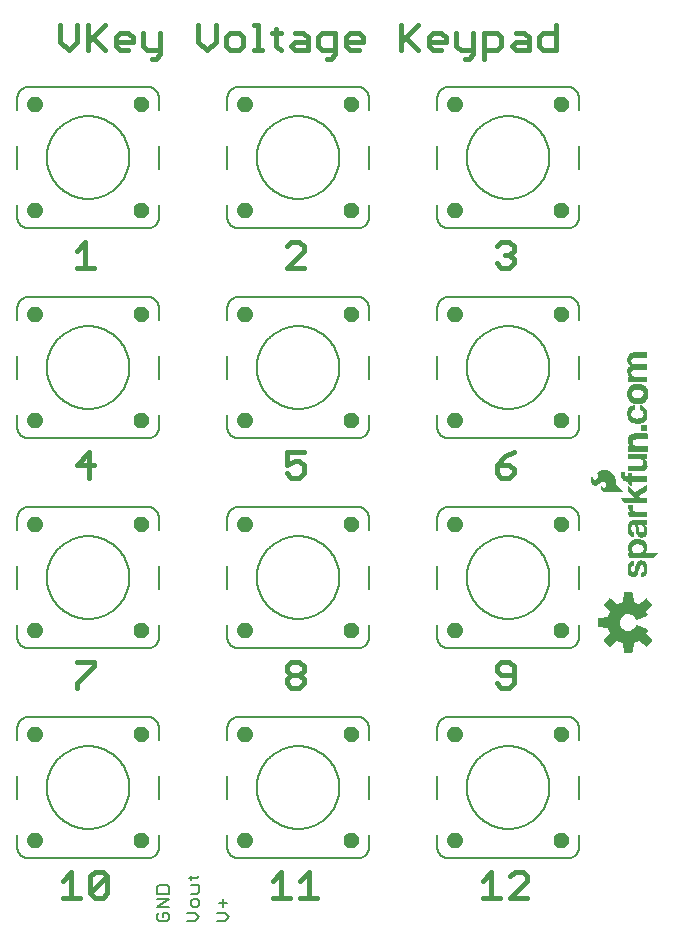
<source format=gbr>
G04 EAGLE Gerber RS-274X export*
G75*
%MOMM*%
%FSLAX34Y34*%
%LPD*%
%INSilkscreen Top*%
%IPPOS*%
%AMOC8*
5,1,8,0,0,1.08239X$1,22.5*%
G01*
%ADD10C,0.381000*%
%ADD11C,0.203200*%
%ADD12C,0.700000*%
%ADD13C,0.025400*%
%ADD14R,0.485100X0.495300*%

G36*
X600055Y253855D02*
X600055Y253855D01*
X600162Y253868D01*
X600174Y253874D01*
X600188Y253876D01*
X600284Y253928D01*
X600381Y253975D01*
X600391Y253985D01*
X600403Y253991D01*
X600477Y254071D01*
X600554Y254147D01*
X600560Y254159D01*
X600570Y254170D01*
X600615Y254268D01*
X600663Y254366D01*
X600667Y254383D01*
X600671Y254392D01*
X600673Y254413D01*
X600692Y254510D01*
X601462Y262089D01*
X603706Y262807D01*
X603724Y262816D01*
X603820Y262855D01*
X605915Y263933D01*
X611819Y259119D01*
X611913Y259065D01*
X612005Y259008D01*
X612018Y259005D01*
X612030Y258998D01*
X612137Y258977D01*
X612242Y258952D01*
X612256Y258954D01*
X612270Y258951D01*
X612377Y258966D01*
X612485Y258976D01*
X612498Y258982D01*
X612512Y258984D01*
X612609Y259032D01*
X612708Y259077D01*
X612721Y259088D01*
X612730Y259092D01*
X612745Y259107D01*
X612822Y259170D01*
X617130Y263478D01*
X617193Y263566D01*
X617259Y263652D01*
X617264Y263665D01*
X617272Y263677D01*
X617303Y263780D01*
X617339Y263883D01*
X617339Y263897D01*
X617343Y263910D01*
X617339Y264018D01*
X617340Y264127D01*
X617335Y264140D01*
X617335Y264154D01*
X617297Y264255D01*
X617262Y264358D01*
X617253Y264373D01*
X617249Y264382D01*
X617235Y264399D01*
X617181Y264482D01*
X612367Y270385D01*
X613446Y272479D01*
X613463Y272532D01*
X613489Y272581D01*
X613500Y272647D01*
X613521Y272711D01*
X613520Y272767D01*
X613529Y272821D01*
X613518Y272888D01*
X613517Y272955D01*
X613499Y273007D01*
X613490Y273062D01*
X613458Y273121D01*
X613436Y273185D01*
X613401Y273229D01*
X613375Y273278D01*
X613326Y273323D01*
X613284Y273376D01*
X613237Y273407D01*
X613197Y273445D01*
X613092Y273501D01*
X613079Y273509D01*
X613074Y273510D01*
X613067Y273514D01*
X604405Y277102D01*
X604298Y277127D01*
X604192Y277156D01*
X604179Y277155D01*
X604167Y277158D01*
X604058Y277147D01*
X603948Y277140D01*
X603937Y277135D01*
X603924Y277134D01*
X603824Y277088D01*
X603723Y277047D01*
X603713Y277038D01*
X603702Y277033D01*
X603622Y276958D01*
X603539Y276886D01*
X603530Y276873D01*
X603524Y276866D01*
X603514Y276848D01*
X603457Y276763D01*
X602770Y275477D01*
X601892Y274408D01*
X600822Y273530D01*
X599602Y272877D01*
X598277Y272476D01*
X596902Y272340D01*
X595458Y272489D01*
X594077Y272929D01*
X592815Y273642D01*
X591725Y274598D01*
X590853Y275756D01*
X590237Y277068D01*
X589901Y278478D01*
X589860Y279927D01*
X590116Y281354D01*
X590658Y282698D01*
X591464Y283904D01*
X592498Y284919D01*
X593718Y285702D01*
X595073Y286219D01*
X596504Y286448D01*
X597952Y286381D01*
X599356Y286019D01*
X600656Y285378D01*
X601798Y284484D01*
X602733Y283377D01*
X603459Y282034D01*
X603525Y281949D01*
X603588Y281861D01*
X603600Y281852D01*
X603608Y281841D01*
X603698Y281781D01*
X603786Y281718D01*
X603800Y281714D01*
X603812Y281706D01*
X603916Y281679D01*
X604019Y281647D01*
X604034Y281648D01*
X604048Y281644D01*
X604156Y281652D01*
X604263Y281655D01*
X604281Y281660D01*
X604291Y281661D01*
X604312Y281670D01*
X604405Y281698D01*
X613067Y285286D01*
X613114Y285315D01*
X613166Y285336D01*
X613217Y285379D01*
X613274Y285415D01*
X613309Y285458D01*
X613352Y285494D01*
X613386Y285551D01*
X613429Y285603D01*
X613448Y285655D01*
X613477Y285703D01*
X613491Y285769D01*
X613515Y285832D01*
X613517Y285887D01*
X613528Y285942D01*
X613521Y286008D01*
X613523Y286075D01*
X613507Y286129D01*
X613500Y286184D01*
X613456Y286295D01*
X613452Y286309D01*
X613449Y286313D01*
X613446Y286321D01*
X612367Y288415D01*
X617181Y294319D01*
X617235Y294413D01*
X617292Y294505D01*
X617295Y294518D01*
X617302Y294530D01*
X617323Y294637D01*
X617348Y294742D01*
X617346Y294756D01*
X617349Y294770D01*
X617334Y294877D01*
X617324Y294985D01*
X617318Y294998D01*
X617316Y295012D01*
X617268Y295109D01*
X617223Y295208D01*
X617212Y295221D01*
X617208Y295230D01*
X617193Y295245D01*
X617130Y295322D01*
X612822Y299630D01*
X612734Y299693D01*
X612648Y299759D01*
X612635Y299764D01*
X612623Y299772D01*
X612520Y299803D01*
X612417Y299839D01*
X612403Y299839D01*
X612390Y299843D01*
X612282Y299839D01*
X612173Y299840D01*
X612160Y299835D01*
X612146Y299835D01*
X612045Y299797D01*
X611942Y299762D01*
X611927Y299753D01*
X611918Y299749D01*
X611901Y299735D01*
X611819Y299681D01*
X605915Y294867D01*
X603820Y295945D01*
X603801Y295952D01*
X603706Y295993D01*
X601462Y296711D01*
X600692Y304290D01*
X600664Y304394D01*
X600639Y304500D01*
X600632Y304512D01*
X600629Y304525D01*
X600568Y304615D01*
X600511Y304708D01*
X600500Y304716D01*
X600492Y304728D01*
X600406Y304794D01*
X600322Y304863D01*
X600309Y304867D01*
X600298Y304876D01*
X600195Y304910D01*
X600094Y304949D01*
X600076Y304950D01*
X600067Y304954D01*
X600046Y304953D01*
X599947Y304963D01*
X593853Y304963D01*
X593745Y304946D01*
X593638Y304932D01*
X593626Y304926D01*
X593612Y304924D01*
X593516Y304872D01*
X593419Y304825D01*
X593409Y304815D01*
X593397Y304809D01*
X593323Y304729D01*
X593246Y304653D01*
X593240Y304641D01*
X593230Y304631D01*
X593185Y304532D01*
X593137Y304434D01*
X593133Y304417D01*
X593129Y304408D01*
X593127Y304387D01*
X593108Y304290D01*
X592338Y296711D01*
X590094Y295993D01*
X590076Y295984D01*
X589980Y295945D01*
X587885Y294867D01*
X581982Y299681D01*
X581887Y299735D01*
X581795Y299792D01*
X581782Y299795D01*
X581770Y299802D01*
X581663Y299823D01*
X581558Y299848D01*
X581544Y299846D01*
X581530Y299849D01*
X581423Y299834D01*
X581315Y299824D01*
X581302Y299818D01*
X581289Y299816D01*
X581191Y299768D01*
X581092Y299723D01*
X581079Y299712D01*
X581070Y299708D01*
X581055Y299693D01*
X580978Y299630D01*
X576670Y295322D01*
X576607Y295234D01*
X576541Y295148D01*
X576536Y295135D01*
X576528Y295123D01*
X576497Y295020D01*
X576461Y294917D01*
X576461Y294903D01*
X576457Y294890D01*
X576461Y294782D01*
X576460Y294673D01*
X576465Y294660D01*
X576465Y294646D01*
X576503Y294545D01*
X576538Y294442D01*
X576547Y294427D01*
X576551Y294418D01*
X576565Y294401D01*
X576619Y294319D01*
X581433Y288415D01*
X580355Y286320D01*
X580348Y286301D01*
X580307Y286206D01*
X579589Y283962D01*
X572010Y283192D01*
X571906Y283164D01*
X571800Y283139D01*
X571788Y283132D01*
X571775Y283129D01*
X571685Y283068D01*
X571592Y283011D01*
X571584Y283000D01*
X571572Y282992D01*
X571506Y282906D01*
X571438Y282822D01*
X571433Y282809D01*
X571424Y282798D01*
X571390Y282695D01*
X571351Y282594D01*
X571350Y282576D01*
X571346Y282567D01*
X571347Y282546D01*
X571337Y282447D01*
X571337Y276353D01*
X571355Y276245D01*
X571368Y276138D01*
X571374Y276126D01*
X571376Y276112D01*
X571428Y276016D01*
X571475Y275919D01*
X571485Y275909D01*
X571491Y275897D01*
X571571Y275823D01*
X571647Y275746D01*
X571659Y275740D01*
X571670Y275730D01*
X571768Y275685D01*
X571866Y275637D01*
X571883Y275633D01*
X571892Y275629D01*
X571913Y275627D01*
X572010Y275608D01*
X579589Y274838D01*
X580307Y272594D01*
X580316Y272576D01*
X580355Y272480D01*
X581433Y270385D01*
X576619Y264482D01*
X576565Y264387D01*
X576508Y264295D01*
X576505Y264282D01*
X576498Y264270D01*
X576477Y264163D01*
X576452Y264058D01*
X576454Y264044D01*
X576451Y264030D01*
X576466Y263923D01*
X576476Y263815D01*
X576482Y263802D01*
X576484Y263789D01*
X576532Y263691D01*
X576577Y263592D01*
X576588Y263579D01*
X576592Y263570D01*
X576607Y263555D01*
X576670Y263478D01*
X580978Y259170D01*
X581066Y259107D01*
X581152Y259041D01*
X581165Y259036D01*
X581177Y259028D01*
X581280Y258997D01*
X581383Y258961D01*
X581397Y258961D01*
X581410Y258957D01*
X581518Y258961D01*
X581627Y258960D01*
X581640Y258965D01*
X581654Y258965D01*
X581755Y259003D01*
X581858Y259038D01*
X581873Y259047D01*
X581882Y259051D01*
X581899Y259065D01*
X581982Y259119D01*
X587885Y263933D01*
X589980Y262855D01*
X589999Y262848D01*
X590094Y262807D01*
X592338Y262089D01*
X593108Y254510D01*
X593136Y254406D01*
X593161Y254300D01*
X593168Y254288D01*
X593171Y254275D01*
X593232Y254185D01*
X593289Y254092D01*
X593300Y254084D01*
X593308Y254072D01*
X593394Y254006D01*
X593478Y253938D01*
X593491Y253933D01*
X593502Y253924D01*
X593605Y253890D01*
X593706Y253851D01*
X593724Y253850D01*
X593733Y253846D01*
X593754Y253847D01*
X593853Y253837D01*
X599947Y253837D01*
X600055Y253855D01*
G37*
G36*
X593451Y389487D02*
X593451Y389487D01*
X593455Y389485D01*
X593495Y389506D01*
X593537Y389523D01*
X593539Y389528D01*
X593543Y389530D01*
X593556Y389573D01*
X593572Y389615D01*
X593570Y389620D01*
X593572Y389624D01*
X593536Y389694D01*
X593531Y389704D01*
X593530Y389705D01*
X588048Y394577D01*
X587266Y395431D01*
X586677Y396421D01*
X586550Y396772D01*
X586485Y397140D01*
X586485Y399415D01*
X586483Y399420D01*
X586485Y399426D01*
X586361Y400790D01*
X586355Y400800D01*
X586357Y400812D01*
X585989Y402131D01*
X585981Y402139D01*
X585980Y402152D01*
X585380Y403382D01*
X585373Y403389D01*
X585370Y403400D01*
X584553Y404557D01*
X584545Y404562D01*
X584542Y404571D01*
X583570Y405602D01*
X583562Y405606D01*
X583559Y405612D01*
X583558Y405613D01*
X583557Y405614D01*
X582450Y406499D01*
X582440Y406501D01*
X582433Y406510D01*
X580752Y407457D01*
X580741Y407458D01*
X580731Y407466D01*
X578907Y408094D01*
X578896Y408093D01*
X578885Y408100D01*
X576978Y408388D01*
X576967Y408385D01*
X576955Y408390D01*
X575027Y408329D01*
X575018Y408325D01*
X575006Y408327D01*
X573967Y408120D01*
X573959Y408115D01*
X573949Y408115D01*
X572951Y407757D01*
X572944Y407751D01*
X572933Y407750D01*
X571999Y407248D01*
X571992Y407239D01*
X571980Y407236D01*
X570843Y406329D01*
X570837Y406318D01*
X570824Y406311D01*
X569903Y405185D01*
X569891Y405142D01*
X569875Y405101D01*
X569877Y405096D01*
X569876Y405090D01*
X569898Y405052D01*
X569916Y405012D01*
X569922Y405009D01*
X569924Y405005D01*
X569953Y404997D01*
X570001Y404979D01*
X570881Y404979D01*
X571002Y404963D01*
X571104Y404919D01*
X571443Y404645D01*
X571692Y404284D01*
X571757Y404110D01*
X571815Y403572D01*
X571717Y403042D01*
X571468Y402554D01*
X570817Y401652D01*
X570463Y401240D01*
X570053Y400889D01*
X569595Y400606D01*
X569101Y400400D01*
X568801Y400341D01*
X568498Y400353D01*
X567979Y400510D01*
X567519Y400796D01*
X567149Y401191D01*
X566894Y401672D01*
X566756Y402162D01*
X566698Y402673D01*
X566698Y403276D01*
X566698Y403277D01*
X566689Y403299D01*
X566660Y403367D01*
X566568Y403402D01*
X566558Y403398D01*
X566483Y403364D01*
X566480Y403362D01*
X566479Y403361D01*
X566478Y403360D01*
X566458Y403339D01*
X566456Y403335D01*
X566453Y403334D01*
X566452Y403330D01*
X566447Y403328D01*
X566109Y402893D01*
X566105Y402878D01*
X566093Y402866D01*
X565872Y402362D01*
X565872Y402361D01*
X565720Y402005D01*
X565619Y401777D01*
X565619Y401767D01*
X565612Y401757D01*
X565392Y400879D01*
X565394Y400870D01*
X565389Y400860D01*
X565303Y399960D01*
X565307Y399950D01*
X565303Y399938D01*
X565369Y399070D01*
X565375Y399059D01*
X565374Y399046D01*
X565605Y398206D01*
X565613Y398196D01*
X565614Y398183D01*
X566002Y397403D01*
X566010Y397396D01*
X566013Y397385D01*
X566573Y396608D01*
X566580Y396604D01*
X566584Y396595D01*
X567242Y395899D01*
X567253Y395894D01*
X567261Y395883D01*
X567864Y395452D01*
X567879Y395449D01*
X567892Y395437D01*
X568584Y395170D01*
X568600Y395170D01*
X568615Y395162D01*
X569352Y395075D01*
X569367Y395080D01*
X569384Y395076D01*
X570119Y395175D01*
X570132Y395183D01*
X570149Y395183D01*
X570837Y395463D01*
X570846Y395472D01*
X570860Y395475D01*
X572618Y396662D01*
X572624Y396670D01*
X572634Y396674D01*
X574175Y398127D01*
X574610Y398497D01*
X575113Y398737D01*
X575661Y398839D01*
X576217Y398796D01*
X576742Y398610D01*
X577202Y398295D01*
X577567Y397870D01*
X577860Y397327D01*
X578058Y396741D01*
X578155Y396131D01*
X578120Y395420D01*
X577913Y394742D01*
X577548Y394136D01*
X577220Y393823D01*
X576816Y393617D01*
X576400Y393524D01*
X575972Y393524D01*
X575557Y393617D01*
X575419Y393689D01*
X575305Y393807D01*
X574706Y394631D01*
X574635Y394764D01*
X574607Y394902D01*
X574623Y395060D01*
X574609Y395103D01*
X574598Y395148D01*
X574594Y395150D01*
X574593Y395154D01*
X574552Y395174D01*
X574513Y395197D01*
X574509Y395196D01*
X574505Y395198D01*
X574462Y395183D01*
X574418Y395170D01*
X574416Y395167D01*
X574412Y395166D01*
X574393Y395128D01*
X574372Y395092D01*
X574296Y394609D01*
X574298Y394604D01*
X574295Y394599D01*
X574222Y393659D01*
X574224Y393653D01*
X574222Y393647D01*
X574223Y393644D01*
X574222Y393639D01*
X574295Y392699D01*
X574300Y392689D01*
X574299Y392677D01*
X574483Y391978D01*
X574491Y391968D01*
X574492Y391954D01*
X574813Y391306D01*
X574822Y391298D01*
X574826Y391284D01*
X575271Y390714D01*
X575282Y390708D01*
X575288Y390696D01*
X575838Y390226D01*
X575850Y390222D01*
X575859Y390211D01*
X576591Y389810D01*
X576604Y389809D01*
X576615Y389800D01*
X577414Y389560D01*
X577427Y389561D01*
X577440Y389555D01*
X578271Y389485D01*
X578277Y389487D01*
X578282Y389485D01*
X593446Y389485D01*
X593451Y389487D01*
G37*
G36*
X618394Y333937D02*
X618394Y333937D01*
X618401Y333935D01*
X618458Y333964D01*
X618479Y333973D01*
X618480Y333975D01*
X618482Y333976D01*
X622216Y338116D01*
X622231Y338161D01*
X622248Y338205D01*
X622247Y338207D01*
X622248Y338210D01*
X622227Y338252D01*
X622207Y338294D01*
X622205Y338295D01*
X622204Y338297D01*
X622182Y338304D01*
X622122Y338327D01*
X611018Y338327D01*
X611020Y338328D01*
X611736Y338848D01*
X611743Y338859D01*
X611756Y338866D01*
X612346Y339526D01*
X612350Y339538D01*
X612361Y339548D01*
X612798Y340317D01*
X612800Y340330D01*
X612809Y340342D01*
X613073Y341186D01*
X613072Y341197D01*
X613078Y341208D01*
X613233Y342425D01*
X613231Y342434D01*
X613234Y342443D01*
X613217Y343670D01*
X613214Y343678D01*
X613216Y343688D01*
X613027Y344900D01*
X613022Y344909D01*
X613022Y344920D01*
X612728Y345839D01*
X612721Y345847D01*
X612719Y345859D01*
X612273Y346715D01*
X612265Y346721D01*
X612262Y346733D01*
X611677Y347501D01*
X611668Y347506D01*
X611663Y347517D01*
X610956Y348174D01*
X610946Y348178D01*
X610939Y348188D01*
X609754Y348960D01*
X609744Y348962D01*
X609735Y348970D01*
X608435Y349526D01*
X608424Y349526D01*
X608414Y349533D01*
X607038Y349856D01*
X607027Y349854D01*
X607016Y349859D01*
X604801Y349977D01*
X604790Y349973D01*
X604778Y349976D01*
X602578Y349693D01*
X602568Y349688D01*
X602556Y349688D01*
X600443Y349014D01*
X600433Y349006D01*
X600420Y349004D01*
X599379Y348425D01*
X599371Y348414D01*
X599357Y348409D01*
X598467Y347617D01*
X598462Y347608D01*
X598452Y347601D01*
X597799Y346777D01*
X597797Y346769D01*
X597790Y346763D01*
X597249Y345861D01*
X597247Y345851D01*
X597239Y345842D01*
X596839Y344818D01*
X596839Y344805D01*
X596832Y344793D01*
X596649Y343708D01*
X596651Y343697D01*
X596647Y343685D01*
X596672Y341704D01*
X596677Y341693D01*
X596675Y341680D01*
X596777Y341198D01*
X596783Y341189D01*
X596783Y341177D01*
X597316Y339856D01*
X597323Y339849D01*
X597324Y339839D01*
X597557Y339445D01*
X597566Y339438D01*
X597571Y339426D01*
X597872Y339083D01*
X597878Y339080D01*
X597881Y339073D01*
X598490Y338513D01*
X598846Y338184D01*
X598847Y338184D01*
X598848Y338183D01*
X598997Y338049D01*
X597080Y338073D01*
X597065Y338067D01*
X597051Y338070D01*
X597022Y338050D01*
X596988Y338036D01*
X596983Y338022D01*
X596970Y338013D01*
X596963Y337972D01*
X596952Y337945D01*
X596956Y337935D01*
X596954Y337924D01*
X597690Y334038D01*
X597712Y334004D01*
X597729Y333968D01*
X597739Y333964D01*
X597745Y333956D01*
X597774Y333950D01*
X597814Y333935D01*
X618388Y333935D01*
X618394Y333937D01*
G37*
G36*
X612752Y483085D02*
X612752Y483085D01*
X612754Y483084D01*
X612797Y483104D01*
X612841Y483122D01*
X612841Y483124D01*
X612843Y483125D01*
X612876Y483210D01*
X612876Y487528D01*
X612875Y487530D01*
X612876Y487532D01*
X612856Y487575D01*
X612838Y487619D01*
X612836Y487619D01*
X612835Y487621D01*
X612750Y487654D01*
X602945Y487654D01*
X602942Y487653D01*
X602939Y487654D01*
X602317Y487624D01*
X601726Y487756D01*
X601188Y488039D01*
X600244Y488859D01*
X599978Y489213D01*
X599800Y489617D01*
X599718Y490057D01*
X599669Y490905D01*
X599700Y491382D01*
X599836Y491833D01*
X600069Y492241D01*
X600387Y492588D01*
X600934Y492958D01*
X601553Y493189D01*
X602216Y493269D01*
X612775Y493269D01*
X612777Y493270D01*
X612779Y493269D01*
X612822Y493289D01*
X612866Y493307D01*
X612866Y493309D01*
X612868Y493310D01*
X612901Y493395D01*
X612901Y497713D01*
X612900Y497715D01*
X612901Y497717D01*
X612881Y497760D01*
X612863Y497804D01*
X612861Y497804D01*
X612860Y497806D01*
X612775Y497839D01*
X603254Y497839D01*
X602151Y497914D01*
X601512Y498063D01*
X600917Y498336D01*
X600389Y498721D01*
X600103Y499039D01*
X599893Y499412D01*
X599767Y499821D01*
X599675Y500724D01*
X599743Y501628D01*
X599871Y502076D01*
X600097Y502482D01*
X600411Y502825D01*
X600794Y503086D01*
X601616Y503398D01*
X602496Y503505D01*
X612775Y503505D01*
X612777Y503506D01*
X612779Y503505D01*
X612822Y503525D01*
X612866Y503543D01*
X612866Y503545D01*
X612868Y503546D01*
X612901Y503631D01*
X612901Y507873D01*
X612900Y507875D01*
X612901Y507877D01*
X612881Y507920D01*
X612863Y507964D01*
X612861Y507964D01*
X612860Y507966D01*
X612775Y507999D01*
X601193Y507999D01*
X601184Y507996D01*
X601174Y507998D01*
X600078Y507829D01*
X600068Y507823D01*
X600053Y507823D01*
X599014Y507437D01*
X599005Y507428D01*
X598991Y507425D01*
X598052Y506837D01*
X598045Y506826D01*
X598031Y506821D01*
X597367Y506175D01*
X597362Y506163D01*
X597349Y506154D01*
X596842Y505380D01*
X596840Y505366D01*
X596829Y505355D01*
X596503Y504489D01*
X596503Y504478D01*
X596497Y504468D01*
X596248Y503208D01*
X596250Y503202D01*
X596246Y503194D01*
X596139Y501915D01*
X596142Y501905D01*
X596139Y501895D01*
X596200Y501001D01*
X596206Y500991D01*
X596204Y500977D01*
X596436Y500112D01*
X596443Y500102D01*
X596444Y500089D01*
X596838Y499284D01*
X596846Y499277D01*
X596848Y499265D01*
X597486Y498376D01*
X597494Y498372D01*
X597498Y498362D01*
X598257Y497574D01*
X598260Y497573D01*
X598261Y497570D01*
X598742Y497115D01*
X598784Y497073D01*
X598126Y496693D01*
X598119Y496683D01*
X598106Y496679D01*
X597437Y496097D01*
X597432Y496086D01*
X597420Y496079D01*
X596874Y495381D01*
X596871Y495369D01*
X596861Y495360D01*
X596458Y494570D01*
X596457Y494558D01*
X596449Y494547D01*
X596188Y493624D01*
X596189Y493612D01*
X596184Y493599D01*
X596114Y492642D01*
X596117Y492632D01*
X596114Y492621D01*
X596241Y491249D01*
X596245Y491242D01*
X596244Y491232D01*
X596498Y490140D01*
X596505Y490130D01*
X596506Y490117D01*
X596910Y489227D01*
X596922Y489217D01*
X596927Y489201D01*
X597539Y488439D01*
X597546Y488435D01*
X597549Y488427D01*
X598336Y487665D01*
X598339Y487664D01*
X598340Y487662D01*
X598345Y487660D01*
X598347Y487656D01*
X598743Y487354D01*
X598750Y487323D01*
X596697Y487323D01*
X596695Y487322D01*
X596693Y487323D01*
X596650Y487303D01*
X596606Y487285D01*
X596606Y487283D01*
X596604Y487282D01*
X596571Y487197D01*
X596571Y483210D01*
X596572Y483208D01*
X596571Y483206D01*
X596591Y483163D01*
X596609Y483119D01*
X596611Y483119D01*
X596612Y483117D01*
X596697Y483084D01*
X612750Y483084D01*
X612752Y483085D01*
G37*
G36*
X608918Y351310D02*
X608918Y351310D01*
X608931Y351307D01*
X609975Y351496D01*
X609984Y351502D01*
X609997Y351502D01*
X610990Y351875D01*
X610999Y351883D01*
X611011Y351885D01*
X611494Y352177D01*
X611501Y352186D01*
X611513Y352191D01*
X611933Y352568D01*
X611938Y352579D01*
X611949Y352586D01*
X612291Y353034D01*
X612295Y353047D01*
X612305Y353057D01*
X612911Y354326D01*
X612911Y354339D01*
X612920Y354352D01*
X613228Y355724D01*
X613226Y355736D01*
X613231Y355749D01*
X613269Y357384D01*
X613265Y357394D01*
X613268Y357405D01*
X613027Y359023D01*
X613021Y359032D01*
X613022Y359045D01*
X612670Y360080D01*
X612662Y360089D01*
X612660Y360101D01*
X612120Y361052D01*
X612111Y361060D01*
X612106Y361072D01*
X611403Y361899D01*
X611387Y361923D01*
X611386Y361932D01*
X611388Y361940D01*
X611394Y361947D01*
X611417Y361956D01*
X612446Y362183D01*
X612449Y362185D01*
X612452Y362184D01*
X612732Y362260D01*
X612746Y362271D01*
X612765Y362275D01*
X612801Y362296D01*
X612818Y362320D01*
X612821Y362323D01*
X612831Y362327D01*
X612834Y362335D01*
X612847Y362347D01*
X612866Y362384D01*
X612868Y362414D01*
X612879Y362452D01*
X612876Y362488D01*
X612876Y366522D01*
X612867Y366545D01*
X612867Y366570D01*
X612848Y366588D01*
X612838Y366613D01*
X612815Y366622D01*
X612797Y366639D01*
X612768Y366640D01*
X612746Y366648D01*
X612728Y366640D01*
X612706Y366640D01*
X612507Y366566D01*
X611212Y366217D01*
X609875Y366115D01*
X605537Y366140D01*
X605534Y366139D01*
X605532Y366140D01*
X605489Y366120D01*
X605456Y366107D01*
X605434Y366115D01*
X600608Y366115D01*
X600601Y366112D01*
X600593Y366114D01*
X599857Y366023D01*
X599844Y366016D01*
X599827Y366016D01*
X599136Y365749D01*
X599126Y365738D01*
X599109Y365734D01*
X598504Y365307D01*
X598496Y365294D01*
X598481Y365286D01*
X597998Y364724D01*
X597994Y364711D01*
X597983Y364701D01*
X597289Y363398D01*
X597288Y363386D01*
X597280Y363375D01*
X596855Y361961D01*
X596856Y361951D01*
X596851Y361942D01*
X596621Y360203D01*
X596623Y360195D01*
X596620Y360187D01*
X596612Y358433D01*
X596615Y358426D01*
X596612Y358417D01*
X596826Y356677D01*
X596830Y356669D01*
X596829Y356659D01*
X597163Y355430D01*
X597170Y355422D01*
X597170Y355411D01*
X597699Y354253D01*
X597708Y354245D01*
X597711Y354232D01*
X598285Y353415D01*
X598296Y353408D01*
X598302Y353395D01*
X598342Y353358D01*
X599016Y352727D01*
X599032Y352712D01*
X599044Y352708D01*
X599053Y352696D01*
X599906Y352177D01*
X599919Y352175D01*
X599930Y352165D01*
X600871Y351831D01*
X600884Y351832D01*
X600897Y351825D01*
X601788Y351703D01*
X601790Y351700D01*
X601790Y351699D01*
X601837Y351681D01*
X601882Y351664D01*
X601887Y351666D01*
X601966Y351699D01*
X601992Y351724D01*
X602009Y351764D01*
X602030Y351802D01*
X602028Y351808D01*
X602030Y351815D01*
X602013Y351855D01*
X602004Y351885D01*
X602004Y356032D01*
X602003Y356034D01*
X602004Y356036D01*
X601984Y356079D01*
X601966Y356123D01*
X601964Y356123D01*
X601963Y356125D01*
X601878Y356158D01*
X601836Y356158D01*
X601304Y356221D01*
X600809Y356405D01*
X600371Y356700D01*
X600015Y357090D01*
X599760Y357554D01*
X599595Y358115D01*
X599541Y358702D01*
X599591Y360057D01*
X599652Y360426D01*
X599780Y360772D01*
X599973Y361086D01*
X600207Y361339D01*
X600486Y361538D01*
X600800Y361677D01*
X601321Y361788D01*
X601852Y361788D01*
X602373Y361677D01*
X602470Y361635D01*
X602557Y361575D01*
X602818Y361291D01*
X603064Y360863D01*
X603229Y360394D01*
X603455Y359088D01*
X603683Y356882D01*
X603686Y356878D01*
X603685Y356873D01*
X603963Y355336D01*
X603967Y355328D01*
X603967Y355319D01*
X604451Y353834D01*
X604458Y353826D01*
X604459Y353814D01*
X604825Y353118D01*
X604835Y353110D01*
X604839Y353097D01*
X605337Y352487D01*
X605345Y352483D01*
X605349Y352474D01*
X605353Y352473D01*
X605355Y352469D01*
X605964Y351971D01*
X605975Y351968D01*
X605978Y351967D01*
X605988Y351956D01*
X606850Y351527D01*
X606865Y351526D01*
X606879Y351517D01*
X607820Y351311D01*
X607833Y351313D01*
X607847Y351308D01*
X608908Y351305D01*
X608918Y351310D01*
G37*
G36*
X612829Y380443D02*
X612829Y380443D01*
X612832Y380442D01*
X612915Y380479D01*
X612966Y380530D01*
X612968Y380533D01*
X612970Y380534D01*
X613003Y380619D01*
X613003Y384759D01*
X613002Y384761D01*
X613003Y384763D01*
X612983Y384806D01*
X612965Y384850D01*
X612963Y384850D01*
X612962Y384852D01*
X612877Y384885D01*
X607469Y384885D01*
X605862Y386540D01*
X612840Y390773D01*
X612851Y390788D01*
X612868Y390796D01*
X612881Y390830D01*
X612898Y390853D01*
X612896Y390866D01*
X612901Y390880D01*
X612926Y395960D01*
X612911Y395996D01*
X612903Y396034D01*
X612893Y396040D01*
X612888Y396051D01*
X612852Y396066D01*
X612819Y396086D01*
X612807Y396083D01*
X612797Y396087D01*
X612769Y396075D01*
X612730Y396066D01*
X602835Y389469D01*
X597269Y395160D01*
X597268Y395161D01*
X597267Y395163D01*
X597222Y395180D01*
X597178Y395198D01*
X597177Y395198D01*
X597175Y395198D01*
X597132Y395178D01*
X597088Y395159D01*
X597087Y395158D01*
X597086Y395157D01*
X597053Y395072D01*
X597053Y390398D01*
X597054Y390395D01*
X597053Y390392D01*
X597090Y390309D01*
X602564Y384834D01*
X591134Y384834D01*
X591102Y384821D01*
X591068Y384816D01*
X591058Y384802D01*
X591043Y384796D01*
X591031Y384764D01*
X591011Y384735D01*
X591013Y384718D01*
X591008Y384704D01*
X591019Y384679D01*
X591024Y384645D01*
X593386Y380505D01*
X593403Y380493D01*
X593411Y380475D01*
X593443Y380462D01*
X593465Y380446D01*
X593480Y380448D01*
X593496Y380442D01*
X612826Y380442D01*
X612829Y380443D01*
G37*
G36*
X607903Y407343D02*
X607903Y407343D01*
X607910Y407341D01*
X609009Y407442D01*
X609019Y407448D01*
X609032Y407446D01*
X610095Y407746D01*
X610104Y407753D01*
X610117Y407754D01*
X611107Y408242D01*
X611115Y408251D01*
X611127Y408255D01*
X612012Y408915D01*
X612019Y408925D01*
X612031Y408932D01*
X612259Y409186D01*
X612263Y409198D01*
X612274Y409206D01*
X612800Y410108D01*
X612802Y410120D01*
X612810Y410130D01*
X613153Y411116D01*
X613152Y411128D01*
X613159Y411140D01*
X613306Y412173D01*
X613303Y412183D01*
X613307Y412194D01*
X613306Y412268D01*
X613306Y412269D01*
X613303Y412395D01*
X613301Y412521D01*
X613298Y412647D01*
X613295Y412773D01*
X613295Y412774D01*
X613293Y412900D01*
X613277Y413688D01*
X613274Y413695D01*
X613276Y413704D01*
X613052Y415182D01*
X613047Y415190D01*
X613048Y415200D01*
X612967Y415462D01*
X612961Y415470D01*
X612960Y415482D01*
X612837Y415727D01*
X612830Y415734D01*
X612827Y415744D01*
X612168Y416674D01*
X612160Y416679D01*
X612157Y416688D01*
X611372Y417515D01*
X611364Y417518D01*
X611359Y417527D01*
X610718Y418034D01*
X612775Y418034D01*
X612777Y418035D01*
X612779Y418034D01*
X612822Y418054D01*
X612866Y418072D01*
X612866Y418074D01*
X612868Y418075D01*
X612901Y418160D01*
X612901Y422173D01*
X612900Y422175D01*
X612901Y422177D01*
X612881Y422220D01*
X612863Y422264D01*
X612861Y422264D01*
X612860Y422266D01*
X612775Y422299D01*
X597154Y422299D01*
X597152Y422298D01*
X597150Y422299D01*
X597107Y422279D01*
X597063Y422261D01*
X597063Y422259D01*
X597061Y422258D01*
X597028Y422173D01*
X597028Y417957D01*
X597029Y417955D01*
X597028Y417953D01*
X597048Y417910D01*
X597066Y417866D01*
X597068Y417866D01*
X597069Y417864D01*
X597154Y417831D01*
X605456Y417831D01*
X606686Y417755D01*
X607890Y417530D01*
X608440Y417321D01*
X608925Y416994D01*
X609322Y416563D01*
X609610Y416053D01*
X609822Y415362D01*
X609889Y414641D01*
X609809Y413922D01*
X609586Y413233D01*
X609361Y412838D01*
X609060Y412497D01*
X608698Y412225D01*
X607930Y411882D01*
X607100Y411733D01*
X597103Y411733D01*
X597101Y411732D01*
X597099Y411733D01*
X597056Y411713D01*
X597012Y411695D01*
X597012Y411693D01*
X597010Y411692D01*
X596977Y411607D01*
X596977Y407467D01*
X596978Y407465D01*
X596977Y407463D01*
X596997Y407420D01*
X597015Y407376D01*
X597017Y407376D01*
X597018Y407374D01*
X597103Y407341D01*
X607898Y407341D01*
X607903Y407343D01*
G37*
G36*
X612853Y424538D02*
X612853Y424538D01*
X612855Y424537D01*
X612898Y424557D01*
X612942Y424575D01*
X612942Y424577D01*
X612944Y424578D01*
X612977Y424663D01*
X612977Y428879D01*
X612976Y428881D01*
X612977Y428883D01*
X612957Y428926D01*
X612939Y428970D01*
X612937Y428970D01*
X612936Y428972D01*
X612851Y429005D01*
X603485Y429005D01*
X602702Y429086D01*
X601952Y429302D01*
X601273Y429665D01*
X600704Y430182D01*
X600390Y430639D01*
X600186Y431155D01*
X600099Y431711D01*
X600049Y432816D01*
X600066Y433132D01*
X600143Y433432D01*
X600360Y433867D01*
X600669Y434241D01*
X601056Y434537D01*
X601698Y434847D01*
X602386Y435038D01*
X603104Y435103D01*
X612750Y435103D01*
X612752Y435104D01*
X612754Y435103D01*
X612797Y435123D01*
X612841Y435141D01*
X612841Y435143D01*
X612843Y435144D01*
X612876Y435229D01*
X612876Y439318D01*
X612875Y439320D01*
X612876Y439322D01*
X612856Y439365D01*
X612838Y439409D01*
X612836Y439409D01*
X612835Y439411D01*
X612750Y439444D01*
X602209Y439444D01*
X602204Y439442D01*
X602199Y439444D01*
X601070Y439354D01*
X601062Y439350D01*
X601053Y439351D01*
X599946Y439111D01*
X599938Y439106D01*
X599928Y439106D01*
X599223Y438837D01*
X599215Y438829D01*
X599203Y438827D01*
X598554Y438443D01*
X598548Y438434D01*
X598536Y438430D01*
X597961Y437941D01*
X597956Y437930D01*
X597944Y437923D01*
X597326Y437138D01*
X597323Y437125D01*
X597311Y437114D01*
X596889Y436209D01*
X596888Y436195D01*
X596880Y436181D01*
X596674Y435204D01*
X596677Y435193D01*
X596672Y435181D01*
X596622Y433175D01*
X596626Y433165D01*
X596623Y433154D01*
X596778Y432102D01*
X596785Y432091D01*
X596785Y432077D01*
X597154Y431080D01*
X597163Y431070D01*
X597166Y431056D01*
X597733Y430158D01*
X597742Y430151D01*
X597746Y430140D01*
X598162Y429679D01*
X598170Y429676D01*
X598174Y429668D01*
X598647Y429266D01*
X598652Y429264D01*
X598654Y429260D01*
X599032Y428983D01*
X599168Y428869D01*
X599197Y428827D01*
X597129Y428827D01*
X597127Y428826D01*
X597125Y428827D01*
X597082Y428807D01*
X597038Y428789D01*
X597038Y428787D01*
X597036Y428786D01*
X597003Y428701D01*
X597003Y424663D01*
X597004Y424661D01*
X597003Y424659D01*
X597023Y424616D01*
X597041Y424572D01*
X597043Y424572D01*
X597044Y424570D01*
X597129Y424537D01*
X612851Y424537D01*
X612853Y424538D01*
G37*
G36*
X608274Y465381D02*
X608274Y465381D01*
X608294Y465394D01*
X608322Y465400D01*
X610811Y467000D01*
X610826Y467021D01*
X610850Y467039D01*
X612628Y469884D01*
X612632Y469908D01*
X612646Y469934D01*
X613052Y472931D01*
X613048Y472945D01*
X613053Y472961D01*
X612799Y475476D01*
X612792Y475488D01*
X612792Y475504D01*
X612157Y477358D01*
X612146Y477371D01*
X612141Y477390D01*
X611354Y478507D01*
X611346Y478512D01*
X611342Y478521D01*
X610199Y479715D01*
X610185Y479721D01*
X610175Y479735D01*
X608880Y480548D01*
X608863Y480551D01*
X608847Y480563D01*
X606383Y481249D01*
X606373Y481247D01*
X606364Y481252D01*
X604256Y481506D01*
X604242Y481502D01*
X604225Y481506D01*
X602040Y481226D01*
X602025Y481217D01*
X602005Y481216D01*
X599668Y480175D01*
X599656Y480162D01*
X599637Y480156D01*
X598367Y479064D01*
X598360Y479050D01*
X598345Y479040D01*
X596974Y477059D01*
X596971Y477043D01*
X596959Y477028D01*
X596400Y475402D01*
X596400Y475389D01*
X596394Y475377D01*
X596140Y473370D01*
X596142Y473361D01*
X596139Y473352D01*
X596139Y473351D01*
X596149Y473328D01*
X596155Y473315D01*
X596166Y473275D01*
X596175Y473271D01*
X596179Y473262D01*
X596180Y473261D01*
X596182Y473261D01*
X596228Y473242D01*
X596253Y473228D01*
X596258Y473230D01*
X596263Y473228D01*
X599235Y473178D01*
X599238Y473179D01*
X599241Y473178D01*
X599283Y473197D01*
X599326Y473215D01*
X599327Y473218D01*
X599330Y473219D01*
X599363Y473304D01*
X599363Y473400D01*
X599462Y474587D01*
X599975Y475540D01*
X600219Y475792D01*
X600220Y475792D01*
X600342Y475918D01*
X600587Y476171D01*
X600784Y476374D01*
X602396Y477118D01*
X604325Y477369D01*
X605750Y477369D01*
X607298Y476994D01*
X608508Y476451D01*
X609489Y475372D01*
X610081Y473621D01*
X609859Y471873D01*
X608851Y470225D01*
X607824Y469687D01*
X606676Y469313D01*
X605427Y469138D01*
X603568Y469188D01*
X602094Y469462D01*
X601205Y469858D01*
X600121Y470646D01*
X599486Y471794D01*
X599336Y472889D01*
X599314Y472926D01*
X599296Y472965D01*
X599289Y472968D01*
X599286Y472974D01*
X599256Y472981D01*
X599211Y472998D01*
X596290Y472998D01*
X596263Y472987D01*
X596234Y472985D01*
X596218Y472968D01*
X596199Y472960D01*
X596191Y472938D01*
X596173Y472918D01*
X596123Y472791D01*
X596123Y472769D01*
X596114Y472745D01*
X596114Y472694D01*
X596117Y472687D01*
X596115Y472679D01*
X596292Y471206D01*
X596302Y471188D01*
X596304Y471165D01*
X597981Y467787D01*
X598000Y467770D01*
X598016Y467744D01*
X600734Y465610D01*
X600758Y465603D01*
X600784Y465586D01*
X604340Y464773D01*
X604362Y464777D01*
X604388Y464771D01*
X608274Y465381D01*
G37*
G36*
X607828Y317502D02*
X607828Y317502D01*
X607831Y317501D01*
X608187Y317526D01*
X608193Y317529D01*
X608200Y317528D01*
X608784Y317630D01*
X608792Y317635D01*
X608803Y317634D01*
X610073Y318066D01*
X610080Y318073D01*
X610090Y318074D01*
X610686Y318383D01*
X610693Y318393D01*
X610706Y318397D01*
X611230Y318817D01*
X611235Y318828D01*
X611247Y318834D01*
X611678Y319349D01*
X611680Y319357D01*
X611687Y319362D01*
X612449Y320556D01*
X612451Y320564D01*
X612458Y320571D01*
X612855Y321428D01*
X612856Y321441D01*
X612864Y321453D01*
X613076Y322374D01*
X613074Y322383D01*
X613079Y322393D01*
X613257Y324959D01*
X613255Y324966D01*
X613257Y324972D01*
X613253Y325080D01*
X613249Y325206D01*
X613244Y325332D01*
X613240Y325458D01*
X613240Y325459D01*
X613236Y325585D01*
X613231Y325711D01*
X613227Y325837D01*
X613222Y325963D01*
X613222Y325964D01*
X613218Y326090D01*
X613213Y326216D01*
X613210Y326299D01*
X613208Y326305D01*
X613209Y326312D01*
X613027Y327626D01*
X613023Y327634D01*
X613024Y327643D01*
X612741Y328643D01*
X612734Y328652D01*
X612733Y328664D01*
X612282Y329599D01*
X612274Y329606D01*
X612271Y329618D01*
X611665Y330462D01*
X611656Y330467D01*
X611654Y330472D01*
X611653Y330472D01*
X611650Y330478D01*
X610907Y331204D01*
X610897Y331208D01*
X610889Y331219D01*
X610325Y331598D01*
X610314Y331600D01*
X610304Y331609D01*
X609679Y331875D01*
X609667Y331875D01*
X609656Y331883D01*
X608992Y332025D01*
X608983Y332024D01*
X608974Y332028D01*
X607933Y332104D01*
X607924Y332101D01*
X607913Y332104D01*
X606858Y332010D01*
X606845Y332003D01*
X606829Y332003D01*
X605826Y331666D01*
X605815Y331657D01*
X605800Y331654D01*
X605388Y331402D01*
X605381Y331392D01*
X605367Y331386D01*
X605017Y331054D01*
X605013Y331043D01*
X605002Y331037D01*
X604494Y330345D01*
X604492Y330337D01*
X604484Y330330D01*
X604079Y329574D01*
X604078Y329565D01*
X604072Y329558D01*
X603462Y327902D01*
X603462Y327894D01*
X603457Y327886D01*
X603076Y326163D01*
X603076Y326162D01*
X603075Y326161D01*
X602671Y324138D01*
X602399Y323386D01*
X601983Y322711D01*
X601690Y322428D01*
X601329Y322244D01*
X600960Y322179D01*
X600588Y322227D01*
X600246Y322382D01*
X599978Y322615D01*
X599783Y322916D01*
X599626Y323340D01*
X599541Y323789D01*
X599497Y324638D01*
X599541Y325485D01*
X599639Y325981D01*
X599828Y326448D01*
X600099Y326871D01*
X600363Y327146D01*
X600676Y327364D01*
X601028Y327514D01*
X601271Y327569D01*
X601531Y327585D01*
X601573Y327606D01*
X601616Y327626D01*
X601617Y327628D01*
X601619Y327629D01*
X601625Y327648D01*
X601649Y327711D01*
X601649Y331597D01*
X601646Y331606D01*
X601648Y331614D01*
X601627Y331650D01*
X601611Y331688D01*
X601602Y331691D01*
X601597Y331699D01*
X601546Y331713D01*
X601519Y331723D01*
X601515Y331721D01*
X601510Y331723D01*
X600799Y331647D01*
X600789Y331641D01*
X600778Y331643D01*
X600772Y331638D01*
X600765Y331638D01*
X600752Y331646D01*
X600732Y331641D01*
X600717Y331641D01*
X600714Y331639D01*
X600692Y331640D01*
X600134Y331437D01*
X600130Y331433D01*
X600125Y331433D01*
X599337Y331077D01*
X599331Y331070D01*
X599320Y331068D01*
X598878Y330782D01*
X598873Y330774D01*
X598863Y330770D01*
X598468Y330422D01*
X598463Y330412D01*
X598452Y330405D01*
X597695Y329446D01*
X597692Y329433D01*
X597681Y329423D01*
X597143Y328326D01*
X597142Y328314D01*
X597134Y328303D01*
X596766Y326952D01*
X596767Y326942D01*
X596762Y326932D01*
X596622Y325539D01*
X596624Y325533D01*
X596622Y325526D01*
X596622Y323723D01*
X596624Y323717D01*
X596622Y323709D01*
X596777Y322280D01*
X596783Y322270D01*
X596782Y322257D01*
X597193Y320879D01*
X597200Y320870D01*
X597201Y320858D01*
X597855Y319577D01*
X597864Y319569D01*
X597867Y319557D01*
X598237Y319081D01*
X598247Y319075D01*
X598253Y319063D01*
X598708Y318669D01*
X598719Y318665D01*
X598728Y318654D01*
X599250Y318355D01*
X599263Y318354D01*
X599273Y318345D01*
X600357Y317987D01*
X600369Y317988D01*
X600382Y317982D01*
X601516Y317853D01*
X601528Y317856D01*
X601542Y317853D01*
X602678Y317958D01*
X602689Y317964D01*
X602703Y317963D01*
X603192Y318115D01*
X603202Y318123D01*
X603216Y318125D01*
X603663Y318374D01*
X603671Y318385D01*
X603685Y318389D01*
X604070Y318726D01*
X604075Y318736D01*
X604086Y318742D01*
X604623Y319419D01*
X604626Y319428D01*
X604634Y319435D01*
X605061Y320186D01*
X605062Y320195D01*
X605069Y320203D01*
X605375Y321011D01*
X605375Y321019D01*
X605380Y321027D01*
X606243Y324658D01*
X606549Y325832D01*
X607019Y326939D01*
X607250Y327275D01*
X607554Y327541D01*
X607916Y327721D01*
X608311Y327806D01*
X608715Y327789D01*
X609100Y327672D01*
X609445Y327464D01*
X609729Y327176D01*
X610041Y326663D01*
X610238Y326096D01*
X610312Y325493D01*
X610312Y324163D01*
X610239Y323601D01*
X610022Y323014D01*
X609685Y322487D01*
X609242Y322045D01*
X608828Y321790D01*
X608366Y321643D01*
X607869Y321614D01*
X607822Y321614D01*
X607820Y321613D01*
X607818Y321614D01*
X607775Y321594D01*
X607731Y321576D01*
X607731Y321574D01*
X607729Y321573D01*
X607696Y321488D01*
X607696Y317627D01*
X607698Y317621D01*
X607696Y317614D01*
X607703Y317602D01*
X607702Y317588D01*
X607703Y317586D01*
X607703Y317585D01*
X607723Y317563D01*
X607734Y317536D01*
X607741Y317534D01*
X607744Y317528D01*
X607758Y317523D01*
X607767Y317513D01*
X607768Y317513D01*
X607770Y317512D01*
X607797Y317511D01*
X607804Y317509D01*
X607826Y317501D01*
X607828Y317502D01*
G37*
G36*
X605846Y447679D02*
X605846Y447679D01*
X605856Y447677D01*
X607072Y447822D01*
X607080Y447827D01*
X607091Y447826D01*
X608269Y448160D01*
X608277Y448166D01*
X608288Y448167D01*
X609398Y448681D01*
X609405Y448689D01*
X609416Y448691D01*
X610432Y449373D01*
X610438Y449382D01*
X610448Y449386D01*
X611271Y450157D01*
X611275Y450166D01*
X611285Y450172D01*
X611969Y451068D01*
X611972Y451078D01*
X611981Y451086D01*
X612507Y452083D01*
X612508Y452093D01*
X612515Y452102D01*
X612870Y453172D01*
X612869Y453181D01*
X612874Y453190D01*
X613156Y454754D01*
X613155Y454761D01*
X613158Y454768D01*
X613257Y456354D01*
X613254Y456363D01*
X613257Y456372D01*
X613161Y457555D01*
X613157Y457564D01*
X613158Y457575D01*
X612876Y458728D01*
X612870Y458736D01*
X612870Y458747D01*
X612408Y459840D01*
X612400Y459848D01*
X612397Y459860D01*
X611577Y461108D01*
X611566Y461115D01*
X611560Y461128D01*
X610502Y462181D01*
X610490Y462185D01*
X610482Y462197D01*
X609231Y463012D01*
X609218Y463014D01*
X609208Y463024D01*
X607817Y463566D01*
X607806Y463565D01*
X607796Y463572D01*
X607331Y463667D01*
X607322Y463665D01*
X607314Y463669D01*
X606839Y463701D01*
X606835Y463700D01*
X606831Y463701D01*
X606781Y463701D01*
X606779Y463700D01*
X606777Y463701D01*
X606734Y463681D01*
X606690Y463663D01*
X606690Y463661D01*
X606688Y463660D01*
X606655Y463575D01*
X606655Y459511D01*
X606671Y459472D01*
X606683Y459432D01*
X606690Y459427D01*
X606693Y459420D01*
X606722Y459409D01*
X606762Y459386D01*
X607438Y459282D01*
X608075Y459067D01*
X608665Y458746D01*
X609097Y458388D01*
X609442Y457945D01*
X609710Y457415D01*
X609883Y456846D01*
X609956Y456256D01*
X609915Y455455D01*
X609734Y454676D01*
X609404Y453968D01*
X608915Y453360D01*
X608296Y452885D01*
X607579Y452570D01*
X606055Y452224D01*
X604495Y452095D01*
X603354Y452188D01*
X602251Y452493D01*
X601226Y452998D01*
X600315Y453685D01*
X600025Y454032D01*
X599839Y454446D01*
X599658Y455267D01*
X599592Y456107D01*
X599675Y456939D01*
X599936Y457731D01*
X600234Y458224D01*
X600326Y458319D01*
X600572Y458572D01*
X600635Y458637D01*
X601120Y458948D01*
X601662Y459141D01*
X602241Y459208D01*
X602259Y459208D01*
X602261Y459209D01*
X602263Y459208D01*
X602306Y459228D01*
X602350Y459246D01*
X602350Y459248D01*
X602352Y459249D01*
X602385Y459334D01*
X602385Y463525D01*
X602379Y463539D01*
X602382Y463553D01*
X602361Y463582D01*
X602347Y463616D01*
X602333Y463621D01*
X602324Y463633D01*
X602283Y463640D01*
X602255Y463651D01*
X602246Y463647D01*
X602235Y463649D01*
X601027Y463412D01*
X601019Y463407D01*
X601008Y463407D01*
X599853Y462983D01*
X599845Y462974D01*
X599832Y462972D01*
X598766Y462332D01*
X598758Y462321D01*
X598744Y462315D01*
X597841Y461460D01*
X597835Y461447D01*
X597823Y461439D01*
X597126Y460408D01*
X597124Y460395D01*
X597113Y460384D01*
X596656Y459227D01*
X596656Y459218D01*
X596650Y459209D01*
X596331Y457798D01*
X596332Y457792D01*
X596329Y457787D01*
X596140Y456353D01*
X596142Y456344D01*
X596139Y456334D01*
X596162Y454792D01*
X596168Y454781D01*
X596165Y454767D01*
X596498Y453261D01*
X596505Y453251D01*
X596505Y453237D01*
X597117Y451846D01*
X597126Y451838D01*
X597129Y451825D01*
X597994Y450576D01*
X598004Y450569D01*
X598010Y450557D01*
X599098Y449496D01*
X599109Y449492D01*
X599116Y449481D01*
X600387Y448647D01*
X600398Y448645D01*
X600408Y448636D01*
X601814Y448059D01*
X601826Y448059D01*
X601837Y448052D01*
X603327Y447754D01*
X603338Y447756D01*
X603348Y447752D01*
X605837Y447676D01*
X605846Y447679D01*
G37*
G36*
X599869Y394737D02*
X599869Y394737D01*
X599913Y394757D01*
X599914Y394758D01*
X599947Y394842D01*
X599971Y398705D01*
X612851Y398705D01*
X612853Y398706D01*
X612855Y398705D01*
X612898Y398725D01*
X612942Y398743D01*
X612942Y398745D01*
X612944Y398746D01*
X612977Y398831D01*
X612977Y402996D01*
X612976Y402998D01*
X612977Y403000D01*
X612957Y403043D01*
X612939Y403087D01*
X612937Y403087D01*
X612936Y403089D01*
X612851Y403122D01*
X599947Y403122D01*
X599947Y405994D01*
X599946Y405996D01*
X599947Y405998D01*
X599927Y406041D01*
X599909Y406085D01*
X599907Y406085D01*
X599906Y406087D01*
X599821Y406120D01*
X597154Y406120D01*
X597152Y406119D01*
X597150Y406120D01*
X597107Y406100D01*
X597063Y406082D01*
X597063Y406080D01*
X597061Y406079D01*
X597028Y405994D01*
X597028Y403148D01*
X595766Y403148D01*
X595304Y403211D01*
X594881Y403386D01*
X594649Y403568D01*
X594479Y403808D01*
X594382Y404090D01*
X594299Y404990D01*
X594384Y405905D01*
X594410Y406185D01*
X594408Y406191D01*
X594410Y406197D01*
X594410Y406273D01*
X594409Y406275D01*
X594410Y406277D01*
X594390Y406320D01*
X594372Y406364D01*
X594370Y406364D01*
X594369Y406366D01*
X594284Y406399D01*
X591261Y406399D01*
X591259Y406398D01*
X591257Y406399D01*
X591214Y406379D01*
X591170Y406361D01*
X591170Y406359D01*
X591168Y406358D01*
X591135Y406273D01*
X591135Y406251D01*
X591059Y404934D01*
X591060Y404931D01*
X591059Y404927D01*
X591059Y403377D01*
X591063Y403367D01*
X591061Y403356D01*
X591235Y402343D01*
X591242Y402333D01*
X591242Y402319D01*
X591611Y401361D01*
X591619Y401352D01*
X591622Y401339D01*
X592172Y400471D01*
X592182Y400464D01*
X592187Y400452D01*
X592897Y399709D01*
X592908Y399704D01*
X592915Y399693D01*
X593392Y399353D01*
X593403Y399351D01*
X593412Y399342D01*
X593943Y399093D01*
X593954Y399093D01*
X593964Y399085D01*
X594531Y398937D01*
X594542Y398938D01*
X594553Y398933D01*
X596687Y398756D01*
X596688Y398757D01*
X596694Y398757D01*
X596697Y398756D01*
X597028Y398756D01*
X597028Y397510D01*
X597029Y397507D01*
X597028Y397504D01*
X597065Y397421D01*
X599732Y394754D01*
X599732Y394753D01*
X599733Y394753D01*
X599778Y394735D01*
X599823Y394717D01*
X599824Y394717D01*
X599869Y394737D01*
G37*
G36*
X612752Y368581D02*
X612752Y368581D01*
X612754Y368580D01*
X612797Y368600D01*
X612841Y368618D01*
X612841Y368620D01*
X612843Y368621D01*
X612876Y368706D01*
X612876Y372872D01*
X612875Y372874D01*
X612876Y372876D01*
X612856Y372919D01*
X612838Y372963D01*
X612836Y372963D01*
X612835Y372965D01*
X612750Y372998D01*
X604931Y372998D01*
X604085Y373071D01*
X603266Y373271D01*
X602473Y373632D01*
X601781Y374157D01*
X601221Y374824D01*
X600957Y375303D01*
X600776Y375821D01*
X600684Y376363D01*
X600684Y377888D01*
X600809Y378485D01*
X600808Y378488D01*
X600810Y378491D01*
X600835Y378643D01*
X600832Y378652D01*
X600836Y378663D01*
X600836Y378689D01*
X600835Y378691D01*
X600836Y378693D01*
X600816Y378736D01*
X600798Y378780D01*
X600796Y378780D01*
X600795Y378782D01*
X600710Y378815D01*
X596849Y378815D01*
X596805Y378797D01*
X596760Y378779D01*
X596760Y378777D01*
X596758Y378777D01*
X596752Y378760D01*
X596723Y378696D01*
X596647Y377324D01*
X596651Y377314D01*
X596648Y377302D01*
X596732Y376601D01*
X596738Y376591D01*
X596737Y376577D01*
X596960Y375907D01*
X596969Y375898D01*
X596971Y375884D01*
X597324Y375273D01*
X597327Y375271D01*
X597328Y375267D01*
X597913Y374378D01*
X597916Y374375D01*
X597918Y374370D01*
X598220Y373976D01*
X598232Y373969D01*
X598240Y373955D01*
X598623Y373639D01*
X598629Y373637D01*
X598634Y373631D01*
X599676Y372945D01*
X599944Y372766D01*
X599959Y372719D01*
X597179Y372719D01*
X597166Y372714D01*
X597153Y372717D01*
X597123Y372695D01*
X597088Y372681D01*
X597083Y372668D01*
X597072Y372660D01*
X597064Y372617D01*
X597053Y372589D01*
X597057Y372581D01*
X597055Y372571D01*
X597741Y368710D01*
X597763Y368676D01*
X597780Y368639D01*
X597789Y368635D01*
X597794Y368627D01*
X597824Y368622D01*
X597865Y368606D01*
X612750Y368580D01*
X612752Y368581D01*
G37*
%LPC*%
G36*
X602875Y338259D02*
X602875Y338259D01*
X602101Y338526D01*
X601394Y338939D01*
X600714Y339537D01*
X600158Y340249D01*
X599996Y340587D01*
X599922Y340959D01*
X599872Y342034D01*
X599917Y342601D01*
X600073Y343143D01*
X600333Y343643D01*
X600963Y344402D01*
X601749Y344999D01*
X602648Y345402D01*
X603618Y345593D01*
X605589Y345596D01*
X607536Y345292D01*
X608297Y345003D01*
X608955Y344531D01*
X609471Y343905D01*
X609809Y343166D01*
X609988Y342275D01*
X609982Y341365D01*
X609830Y340643D01*
X609540Y339965D01*
X609177Y339456D01*
X608708Y339044D01*
X608144Y338745D01*
X608140Y338739D01*
X608133Y338738D01*
X608057Y338687D01*
X608056Y338686D01*
X608055Y338686D01*
X607995Y338644D01*
X607936Y338632D01*
X607898Y338632D01*
X607897Y338632D01*
X607896Y338632D01*
X607852Y338613D01*
X607807Y338594D01*
X607807Y338593D01*
X607806Y338592D01*
X607789Y338547D01*
X607781Y338525D01*
X607776Y338525D01*
X607741Y338534D01*
X607704Y338529D01*
X607694Y338523D01*
X607680Y338524D01*
X607005Y338299D01*
X606236Y338175D01*
X603690Y338149D01*
X602875Y338259D01*
G37*
%LPD*%
%LPC*%
G36*
X607687Y355746D02*
X607687Y355746D01*
X607145Y355966D01*
X606847Y356170D01*
X606603Y356438D01*
X606319Y356912D01*
X606122Y357430D01*
X606017Y357980D01*
X605865Y359423D01*
X605863Y359427D01*
X605863Y359431D01*
X605694Y360423D01*
X605690Y360429D01*
X605691Y360438D01*
X605403Y361402D01*
X605396Y361411D01*
X605394Y361424D01*
X605287Y361631D01*
X605275Y361641D01*
X605269Y361657D01*
X605142Y361799D01*
X605434Y361799D01*
X605436Y361800D01*
X605438Y361799D01*
X605481Y361819D01*
X605483Y361819D01*
X605536Y361799D01*
X606370Y361799D01*
X607459Y361729D01*
X608529Y361522D01*
X608694Y361475D01*
X608943Y361368D01*
X609162Y361218D01*
X609881Y360474D01*
X610066Y360183D01*
X610188Y359861D01*
X610337Y358819D01*
X610287Y357291D01*
X610190Y356830D01*
X609987Y356409D01*
X609690Y356047D01*
X609440Y355856D01*
X609155Y355721D01*
X608847Y355650D01*
X608263Y355639D01*
X607687Y355746D01*
G37*
%LPD*%
D10*
X129911Y594161D02*
X137114Y601363D01*
X137114Y579755D01*
X129911Y579755D02*
X144317Y579755D01*
X307711Y579755D02*
X322117Y579755D01*
X307711Y579755D02*
X322117Y594161D01*
X322117Y597762D01*
X318515Y601363D01*
X311312Y601363D01*
X307711Y597762D01*
X485511Y597762D02*
X489112Y601363D01*
X496315Y601363D01*
X499917Y597762D01*
X499917Y594161D01*
X496315Y590559D01*
X492714Y590559D01*
X496315Y590559D02*
X499917Y586958D01*
X499917Y583356D01*
X496315Y579755D01*
X489112Y579755D01*
X485511Y583356D01*
X140715Y423563D02*
X140715Y401955D01*
X129911Y412759D02*
X140715Y423563D01*
X144317Y412759D02*
X129911Y412759D01*
X307711Y423563D02*
X322117Y423563D01*
X307711Y423563D02*
X307711Y412759D01*
X314914Y416361D01*
X318515Y416361D01*
X322117Y412759D01*
X322117Y405556D01*
X318515Y401955D01*
X311312Y401955D01*
X307711Y405556D01*
X492714Y419962D02*
X499917Y423563D01*
X492714Y419962D02*
X485511Y412759D01*
X485511Y405556D01*
X489112Y401955D01*
X496315Y401955D01*
X499917Y405556D01*
X499917Y409158D01*
X496315Y412759D01*
X485511Y412759D01*
X144317Y245763D02*
X129911Y245763D01*
X144317Y245763D02*
X144317Y242162D01*
X129911Y227756D01*
X129911Y224155D01*
X307711Y242162D02*
X311312Y245763D01*
X318515Y245763D01*
X322117Y242162D01*
X322117Y238561D01*
X318515Y234959D01*
X322117Y231358D01*
X322117Y227756D01*
X318515Y224155D01*
X311312Y224155D01*
X307711Y227756D01*
X307711Y231358D01*
X311312Y234959D01*
X307711Y238561D01*
X307711Y242162D01*
X311312Y234959D02*
X318515Y234959D01*
X485511Y227756D02*
X489112Y224155D01*
X496315Y224155D01*
X499917Y227756D01*
X499917Y242162D01*
X496315Y245763D01*
X489112Y245763D01*
X485511Y242162D01*
X485511Y238561D01*
X489112Y234959D01*
X499917Y234959D01*
X125420Y67963D02*
X118217Y60761D01*
X125420Y67963D02*
X125420Y46355D01*
X118217Y46355D02*
X132623Y46355D01*
X141605Y49956D02*
X141605Y64362D01*
X145206Y67963D01*
X152409Y67963D01*
X156011Y64362D01*
X156011Y49956D01*
X152409Y46355D01*
X145206Y46355D01*
X141605Y49956D01*
X156011Y64362D01*
X296017Y60761D02*
X303220Y67963D01*
X303220Y46355D01*
X296017Y46355D02*
X310423Y46355D01*
X319405Y60761D02*
X326608Y67963D01*
X326608Y46355D01*
X319405Y46355D02*
X333811Y46355D01*
X473817Y60761D02*
X481020Y67963D01*
X481020Y46355D01*
X473817Y46355D02*
X488223Y46355D01*
X497205Y46355D02*
X511611Y46355D01*
X497205Y46355D02*
X511611Y60761D01*
X511611Y64362D01*
X508009Y67963D01*
X500806Y67963D01*
X497205Y64362D01*
X116205Y771108D02*
X116205Y785513D01*
X116205Y771108D02*
X123408Y763905D01*
X130611Y771108D01*
X130611Y785513D01*
X139593Y785513D02*
X139593Y763905D01*
X139593Y771108D02*
X153999Y785513D01*
X143194Y774709D02*
X153999Y763905D01*
X166582Y763905D02*
X173785Y763905D01*
X166582Y763905D02*
X162981Y767506D01*
X162981Y774709D01*
X166582Y778311D01*
X173785Y778311D01*
X177387Y774709D01*
X177387Y771108D01*
X162981Y771108D01*
X186369Y767506D02*
X186369Y778311D01*
X186369Y767506D02*
X189970Y763905D01*
X200775Y763905D01*
X200775Y760304D02*
X200775Y778311D01*
X200775Y760304D02*
X197173Y756702D01*
X193572Y756702D01*
X233145Y771108D02*
X233145Y785513D01*
X233145Y771108D02*
X240348Y763905D01*
X247550Y771108D01*
X247550Y785513D01*
X260134Y763905D02*
X267337Y763905D01*
X270938Y767506D01*
X270938Y774709D01*
X267337Y778311D01*
X260134Y778311D01*
X256533Y774709D01*
X256533Y767506D01*
X260134Y763905D01*
X279921Y785513D02*
X283522Y785513D01*
X283522Y763905D01*
X279921Y763905D02*
X287124Y763905D01*
X299114Y767506D02*
X299114Y781912D01*
X299114Y767506D02*
X302716Y763905D01*
X302716Y778311D02*
X295513Y778311D01*
X314706Y778311D02*
X321909Y778311D01*
X325510Y774709D01*
X325510Y763905D01*
X314706Y763905D01*
X311105Y767506D01*
X314706Y771108D01*
X325510Y771108D01*
X341696Y756702D02*
X345297Y756702D01*
X348898Y760304D01*
X348898Y778311D01*
X338094Y778311D01*
X334493Y774709D01*
X334493Y767506D01*
X338094Y763905D01*
X348898Y763905D01*
X361482Y763905D02*
X368685Y763905D01*
X361482Y763905D02*
X357881Y767506D01*
X357881Y774709D01*
X361482Y778311D01*
X368685Y778311D01*
X372286Y774709D01*
X372286Y771108D01*
X357881Y771108D01*
X404657Y763905D02*
X404657Y785513D01*
X404657Y771108D02*
X419062Y785513D01*
X408258Y774709D02*
X419062Y763905D01*
X431646Y763905D02*
X438849Y763905D01*
X431646Y763905D02*
X428045Y767506D01*
X428045Y774709D01*
X431646Y778311D01*
X438849Y778311D01*
X442450Y774709D01*
X442450Y771108D01*
X428045Y771108D01*
X451433Y767506D02*
X451433Y778311D01*
X451433Y767506D02*
X455034Y763905D01*
X465838Y763905D01*
X465838Y760304D02*
X465838Y778311D01*
X465838Y760304D02*
X462237Y756702D01*
X458635Y756702D01*
X474821Y756702D02*
X474821Y778311D01*
X485625Y778311D01*
X489226Y774709D01*
X489226Y767506D01*
X485625Y763905D01*
X474821Y763905D01*
X501810Y778311D02*
X509013Y778311D01*
X512614Y774709D01*
X512614Y763905D01*
X501810Y763905D01*
X498208Y767506D01*
X501810Y771108D01*
X512614Y771108D01*
X536002Y763905D02*
X536002Y785513D01*
X536002Y763905D02*
X525198Y763905D01*
X521596Y767506D01*
X521596Y774709D01*
X525198Y778311D01*
X536002Y778311D01*
D11*
X199636Y33534D02*
X197857Y31755D01*
X197857Y28196D01*
X199636Y26416D01*
X206755Y26416D01*
X208534Y28196D01*
X208534Y31755D01*
X206755Y33534D01*
X203195Y33534D01*
X203195Y29975D01*
X197857Y38110D02*
X208534Y38110D01*
X208534Y45228D02*
X197857Y38110D01*
X197857Y45228D02*
X208534Y45228D01*
X208534Y49804D02*
X197857Y49804D01*
X208534Y49804D02*
X208534Y55143D01*
X206755Y56922D01*
X199636Y56922D01*
X197857Y55143D01*
X197857Y49804D01*
X223257Y26416D02*
X230375Y26416D01*
X233934Y29975D01*
X230375Y33534D01*
X223257Y33534D01*
X233934Y39889D02*
X233934Y43449D01*
X232155Y45228D01*
X228595Y45228D01*
X226816Y43449D01*
X226816Y39889D01*
X228595Y38110D01*
X232155Y38110D01*
X233934Y39889D01*
X232155Y49804D02*
X226816Y49804D01*
X232155Y49804D02*
X233934Y51583D01*
X233934Y56922D01*
X226816Y56922D01*
X225036Y63277D02*
X232155Y63277D01*
X233934Y65057D01*
X226816Y65057D02*
X226816Y61498D01*
X248657Y26416D02*
X255775Y26416D01*
X259334Y29975D01*
X255775Y33534D01*
X248657Y33534D01*
X253995Y38110D02*
X253995Y45228D01*
X250436Y41669D02*
X257555Y41669D01*
X79700Y713100D02*
X79700Y723100D01*
X89700Y733100D02*
X189700Y733100D01*
X199700Y723100D02*
X199700Y713100D01*
X199700Y683100D02*
X199700Y663100D01*
X199700Y633100D02*
X199700Y623100D01*
X189700Y613100D02*
X89700Y613100D01*
X79700Y623100D02*
X79700Y633100D01*
X79700Y663100D02*
X79700Y683100D01*
X79700Y723100D02*
X79703Y723342D01*
X79712Y723583D01*
X79726Y723824D01*
X79747Y724065D01*
X79773Y724305D01*
X79805Y724545D01*
X79843Y724784D01*
X79886Y725021D01*
X79936Y725258D01*
X79991Y725493D01*
X80051Y725727D01*
X80118Y725959D01*
X80189Y726190D01*
X80267Y726419D01*
X80350Y726646D01*
X80438Y726871D01*
X80532Y727094D01*
X80631Y727314D01*
X80736Y727532D01*
X80845Y727747D01*
X80960Y727960D01*
X81080Y728170D01*
X81205Y728376D01*
X81335Y728580D01*
X81470Y728781D01*
X81610Y728978D01*
X81754Y729172D01*
X81903Y729362D01*
X82057Y729548D01*
X82215Y729731D01*
X82377Y729910D01*
X82544Y730085D01*
X82715Y730256D01*
X82890Y730423D01*
X83069Y730585D01*
X83252Y730743D01*
X83438Y730897D01*
X83628Y731046D01*
X83822Y731190D01*
X84019Y731330D01*
X84220Y731465D01*
X84424Y731595D01*
X84630Y731720D01*
X84840Y731840D01*
X85053Y731955D01*
X85268Y732064D01*
X85486Y732169D01*
X85706Y732268D01*
X85929Y732362D01*
X86154Y732450D01*
X86381Y732533D01*
X86610Y732611D01*
X86841Y732682D01*
X87073Y732749D01*
X87307Y732809D01*
X87542Y732864D01*
X87779Y732914D01*
X88016Y732957D01*
X88255Y732995D01*
X88495Y733027D01*
X88735Y733053D01*
X88976Y733074D01*
X89217Y733088D01*
X89458Y733097D01*
X89700Y733100D01*
X189700Y733100D02*
X189942Y733097D01*
X190183Y733088D01*
X190424Y733074D01*
X190665Y733053D01*
X190905Y733027D01*
X191145Y732995D01*
X191384Y732957D01*
X191621Y732914D01*
X191858Y732864D01*
X192093Y732809D01*
X192327Y732749D01*
X192559Y732682D01*
X192790Y732611D01*
X193019Y732533D01*
X193246Y732450D01*
X193471Y732362D01*
X193694Y732268D01*
X193914Y732169D01*
X194132Y732064D01*
X194347Y731955D01*
X194560Y731840D01*
X194770Y731720D01*
X194976Y731595D01*
X195180Y731465D01*
X195381Y731330D01*
X195578Y731190D01*
X195772Y731046D01*
X195962Y730897D01*
X196148Y730743D01*
X196331Y730585D01*
X196510Y730423D01*
X196685Y730256D01*
X196856Y730085D01*
X197023Y729910D01*
X197185Y729731D01*
X197343Y729548D01*
X197497Y729362D01*
X197646Y729172D01*
X197790Y728978D01*
X197930Y728781D01*
X198065Y728580D01*
X198195Y728376D01*
X198320Y728170D01*
X198440Y727960D01*
X198555Y727747D01*
X198664Y727532D01*
X198769Y727314D01*
X198868Y727094D01*
X198962Y726871D01*
X199050Y726646D01*
X199133Y726419D01*
X199211Y726190D01*
X199282Y725959D01*
X199349Y725727D01*
X199409Y725493D01*
X199464Y725258D01*
X199514Y725021D01*
X199557Y724784D01*
X199595Y724545D01*
X199627Y724305D01*
X199653Y724065D01*
X199674Y723824D01*
X199688Y723583D01*
X199697Y723342D01*
X199700Y723100D01*
X199700Y623100D02*
X199697Y622858D01*
X199688Y622617D01*
X199674Y622376D01*
X199653Y622135D01*
X199627Y621895D01*
X199595Y621655D01*
X199557Y621416D01*
X199514Y621179D01*
X199464Y620942D01*
X199409Y620707D01*
X199349Y620473D01*
X199282Y620241D01*
X199211Y620010D01*
X199133Y619781D01*
X199050Y619554D01*
X198962Y619329D01*
X198868Y619106D01*
X198769Y618886D01*
X198664Y618668D01*
X198555Y618453D01*
X198440Y618240D01*
X198320Y618030D01*
X198195Y617824D01*
X198065Y617620D01*
X197930Y617419D01*
X197790Y617222D01*
X197646Y617028D01*
X197497Y616838D01*
X197343Y616652D01*
X197185Y616469D01*
X197023Y616290D01*
X196856Y616115D01*
X196685Y615944D01*
X196510Y615777D01*
X196331Y615615D01*
X196148Y615457D01*
X195962Y615303D01*
X195772Y615154D01*
X195578Y615010D01*
X195381Y614870D01*
X195180Y614735D01*
X194976Y614605D01*
X194770Y614480D01*
X194560Y614360D01*
X194347Y614245D01*
X194132Y614136D01*
X193914Y614031D01*
X193694Y613932D01*
X193471Y613838D01*
X193246Y613750D01*
X193019Y613667D01*
X192790Y613589D01*
X192559Y613518D01*
X192327Y613451D01*
X192093Y613391D01*
X191858Y613336D01*
X191621Y613286D01*
X191384Y613243D01*
X191145Y613205D01*
X190905Y613173D01*
X190665Y613147D01*
X190424Y613126D01*
X190183Y613112D01*
X189942Y613103D01*
X189700Y613100D01*
X89700Y613100D02*
X89458Y613103D01*
X89217Y613112D01*
X88976Y613126D01*
X88735Y613147D01*
X88495Y613173D01*
X88255Y613205D01*
X88016Y613243D01*
X87779Y613286D01*
X87542Y613336D01*
X87307Y613391D01*
X87073Y613451D01*
X86841Y613518D01*
X86610Y613589D01*
X86381Y613667D01*
X86154Y613750D01*
X85929Y613838D01*
X85706Y613932D01*
X85486Y614031D01*
X85268Y614136D01*
X85053Y614245D01*
X84840Y614360D01*
X84630Y614480D01*
X84424Y614605D01*
X84220Y614735D01*
X84019Y614870D01*
X83822Y615010D01*
X83628Y615154D01*
X83438Y615303D01*
X83252Y615457D01*
X83069Y615615D01*
X82890Y615777D01*
X82715Y615944D01*
X82544Y616115D01*
X82377Y616290D01*
X82215Y616469D01*
X82057Y616652D01*
X81903Y616838D01*
X81754Y617028D01*
X81610Y617222D01*
X81470Y617419D01*
X81335Y617620D01*
X81205Y617824D01*
X81080Y618030D01*
X80960Y618240D01*
X80845Y618453D01*
X80736Y618668D01*
X80631Y618886D01*
X80532Y619106D01*
X80438Y619329D01*
X80350Y619554D01*
X80267Y619781D01*
X80189Y620010D01*
X80118Y620241D01*
X80051Y620473D01*
X79991Y620707D01*
X79936Y620942D01*
X79886Y621179D01*
X79843Y621416D01*
X79805Y621655D01*
X79773Y621895D01*
X79747Y622135D01*
X79726Y622376D01*
X79712Y622617D01*
X79703Y622858D01*
X79700Y623100D01*
X104700Y673100D02*
X104711Y673959D01*
X104742Y674817D01*
X104795Y675675D01*
X104869Y676531D01*
X104963Y677384D01*
X105079Y678236D01*
X105215Y679084D01*
X105373Y679928D01*
X105550Y680769D01*
X105749Y681604D01*
X105968Y682435D01*
X106207Y683260D01*
X106467Y684079D01*
X106746Y684891D01*
X107045Y685696D01*
X107364Y686494D01*
X107703Y687283D01*
X108060Y688064D01*
X108437Y688836D01*
X108833Y689599D01*
X109247Y690351D01*
X109679Y691094D01*
X110130Y691825D01*
X110599Y692545D01*
X111085Y693253D01*
X111588Y693949D01*
X112108Y694633D01*
X112645Y695304D01*
X113198Y695961D01*
X113767Y696605D01*
X114351Y697234D01*
X114951Y697849D01*
X115566Y698449D01*
X116195Y699033D01*
X116839Y699602D01*
X117496Y700155D01*
X118167Y700692D01*
X118851Y701212D01*
X119547Y701715D01*
X120255Y702201D01*
X120975Y702670D01*
X121706Y703121D01*
X122449Y703553D01*
X123201Y703967D01*
X123964Y704363D01*
X124736Y704740D01*
X125517Y705097D01*
X126306Y705436D01*
X127104Y705755D01*
X127909Y706054D01*
X128721Y706333D01*
X129540Y706593D01*
X130365Y706832D01*
X131196Y707051D01*
X132031Y707250D01*
X132872Y707427D01*
X133716Y707585D01*
X134564Y707721D01*
X135416Y707837D01*
X136269Y707931D01*
X137125Y708005D01*
X137983Y708058D01*
X138841Y708089D01*
X139700Y708100D01*
X140559Y708089D01*
X141417Y708058D01*
X142275Y708005D01*
X143131Y707931D01*
X143984Y707837D01*
X144836Y707721D01*
X145684Y707585D01*
X146528Y707427D01*
X147369Y707250D01*
X148204Y707051D01*
X149035Y706832D01*
X149860Y706593D01*
X150679Y706333D01*
X151491Y706054D01*
X152296Y705755D01*
X153094Y705436D01*
X153883Y705097D01*
X154664Y704740D01*
X155436Y704363D01*
X156199Y703967D01*
X156951Y703553D01*
X157694Y703121D01*
X158425Y702670D01*
X159145Y702201D01*
X159853Y701715D01*
X160549Y701212D01*
X161233Y700692D01*
X161904Y700155D01*
X162561Y699602D01*
X163205Y699033D01*
X163834Y698449D01*
X164449Y697849D01*
X165049Y697234D01*
X165633Y696605D01*
X166202Y695961D01*
X166755Y695304D01*
X167292Y694633D01*
X167812Y693949D01*
X168315Y693253D01*
X168801Y692545D01*
X169270Y691825D01*
X169721Y691094D01*
X170153Y690351D01*
X170567Y689599D01*
X170963Y688836D01*
X171340Y688064D01*
X171697Y687283D01*
X172036Y686494D01*
X172355Y685696D01*
X172654Y684891D01*
X172933Y684079D01*
X173193Y683260D01*
X173432Y682435D01*
X173651Y681604D01*
X173850Y680769D01*
X174027Y679928D01*
X174185Y679084D01*
X174321Y678236D01*
X174437Y677384D01*
X174531Y676531D01*
X174605Y675675D01*
X174658Y674817D01*
X174689Y673959D01*
X174700Y673100D01*
X174689Y672241D01*
X174658Y671383D01*
X174605Y670525D01*
X174531Y669669D01*
X174437Y668816D01*
X174321Y667964D01*
X174185Y667116D01*
X174027Y666272D01*
X173850Y665431D01*
X173651Y664596D01*
X173432Y663765D01*
X173193Y662940D01*
X172933Y662121D01*
X172654Y661309D01*
X172355Y660504D01*
X172036Y659706D01*
X171697Y658917D01*
X171340Y658136D01*
X170963Y657364D01*
X170567Y656601D01*
X170153Y655849D01*
X169721Y655106D01*
X169270Y654375D01*
X168801Y653655D01*
X168315Y652947D01*
X167812Y652251D01*
X167292Y651567D01*
X166755Y650896D01*
X166202Y650239D01*
X165633Y649595D01*
X165049Y648966D01*
X164449Y648351D01*
X163834Y647751D01*
X163205Y647167D01*
X162561Y646598D01*
X161904Y646045D01*
X161233Y645508D01*
X160549Y644988D01*
X159853Y644485D01*
X159145Y643999D01*
X158425Y643530D01*
X157694Y643079D01*
X156951Y642647D01*
X156199Y642233D01*
X155436Y641837D01*
X154664Y641460D01*
X153883Y641103D01*
X153094Y640764D01*
X152296Y640445D01*
X151491Y640146D01*
X150679Y639867D01*
X149860Y639607D01*
X149035Y639368D01*
X148204Y639149D01*
X147369Y638950D01*
X146528Y638773D01*
X145684Y638615D01*
X144836Y638479D01*
X143984Y638363D01*
X143131Y638269D01*
X142275Y638195D01*
X141417Y638142D01*
X140559Y638111D01*
X139700Y638100D01*
X138841Y638111D01*
X137983Y638142D01*
X137125Y638195D01*
X136269Y638269D01*
X135416Y638363D01*
X134564Y638479D01*
X133716Y638615D01*
X132872Y638773D01*
X132031Y638950D01*
X131196Y639149D01*
X130365Y639368D01*
X129540Y639607D01*
X128721Y639867D01*
X127909Y640146D01*
X127104Y640445D01*
X126306Y640764D01*
X125517Y641103D01*
X124736Y641460D01*
X123964Y641837D01*
X123201Y642233D01*
X122449Y642647D01*
X121706Y643079D01*
X120975Y643530D01*
X120255Y643999D01*
X119547Y644485D01*
X118851Y644988D01*
X118167Y645508D01*
X117496Y646045D01*
X116839Y646598D01*
X116195Y647167D01*
X115566Y647751D01*
X114951Y648351D01*
X114351Y648966D01*
X113767Y649595D01*
X113198Y650239D01*
X112645Y650896D01*
X112108Y651567D01*
X111588Y652251D01*
X111085Y652947D01*
X110599Y653655D01*
X110130Y654375D01*
X109679Y655106D01*
X109247Y655849D01*
X108833Y656601D01*
X108437Y657364D01*
X108060Y658136D01*
X107703Y658917D01*
X107364Y659706D01*
X107045Y660504D01*
X106746Y661309D01*
X106467Y662121D01*
X106207Y662940D01*
X105968Y663765D01*
X105749Y664596D01*
X105550Y665431D01*
X105373Y666272D01*
X105215Y667116D01*
X105079Y667964D01*
X104963Y668816D01*
X104869Y669669D01*
X104795Y670525D01*
X104742Y671383D01*
X104711Y672241D01*
X104700Y673100D01*
D12*
X91700Y718100D02*
X91702Y718209D01*
X91708Y718318D01*
X91718Y718426D01*
X91732Y718534D01*
X91749Y718642D01*
X91771Y718749D01*
X91796Y718855D01*
X91826Y718959D01*
X91859Y719063D01*
X91896Y719166D01*
X91936Y719267D01*
X91980Y719366D01*
X92028Y719464D01*
X92080Y719561D01*
X92134Y719655D01*
X92192Y719747D01*
X92254Y719837D01*
X92319Y719924D01*
X92386Y720010D01*
X92457Y720093D01*
X92531Y720173D01*
X92608Y720250D01*
X92687Y720325D01*
X92769Y720396D01*
X92854Y720465D01*
X92941Y720530D01*
X93030Y720593D01*
X93122Y720651D01*
X93216Y720707D01*
X93311Y720759D01*
X93409Y720808D01*
X93508Y720853D01*
X93609Y720895D01*
X93711Y720932D01*
X93814Y720966D01*
X93919Y720997D01*
X94025Y721023D01*
X94131Y721046D01*
X94239Y721064D01*
X94347Y721079D01*
X94455Y721090D01*
X94564Y721097D01*
X94673Y721100D01*
X94782Y721099D01*
X94891Y721094D01*
X94999Y721085D01*
X95107Y721072D01*
X95215Y721055D01*
X95322Y721035D01*
X95428Y721010D01*
X95533Y720982D01*
X95637Y720950D01*
X95740Y720914D01*
X95842Y720874D01*
X95942Y720831D01*
X96040Y720784D01*
X96137Y720734D01*
X96231Y720680D01*
X96324Y720622D01*
X96415Y720562D01*
X96503Y720498D01*
X96589Y720431D01*
X96672Y720361D01*
X96753Y720288D01*
X96831Y720212D01*
X96906Y720133D01*
X96979Y720051D01*
X97048Y719967D01*
X97114Y719881D01*
X97177Y719792D01*
X97237Y719701D01*
X97294Y719608D01*
X97347Y719513D01*
X97396Y719416D01*
X97442Y719317D01*
X97484Y719217D01*
X97523Y719115D01*
X97558Y719011D01*
X97589Y718907D01*
X97617Y718802D01*
X97640Y718695D01*
X97660Y718588D01*
X97676Y718480D01*
X97688Y718372D01*
X97696Y718263D01*
X97700Y718154D01*
X97700Y718046D01*
X97696Y717937D01*
X97688Y717828D01*
X97676Y717720D01*
X97660Y717612D01*
X97640Y717505D01*
X97617Y717398D01*
X97589Y717293D01*
X97558Y717189D01*
X97523Y717085D01*
X97484Y716983D01*
X97442Y716883D01*
X97396Y716784D01*
X97347Y716687D01*
X97294Y716592D01*
X97237Y716499D01*
X97177Y716408D01*
X97114Y716319D01*
X97048Y716233D01*
X96979Y716149D01*
X96906Y716067D01*
X96831Y715988D01*
X96753Y715912D01*
X96672Y715839D01*
X96589Y715769D01*
X96503Y715702D01*
X96415Y715638D01*
X96324Y715578D01*
X96231Y715520D01*
X96137Y715466D01*
X96040Y715416D01*
X95942Y715369D01*
X95842Y715326D01*
X95740Y715286D01*
X95637Y715250D01*
X95533Y715218D01*
X95428Y715190D01*
X95322Y715165D01*
X95215Y715145D01*
X95107Y715128D01*
X94999Y715115D01*
X94891Y715106D01*
X94782Y715101D01*
X94673Y715100D01*
X94564Y715103D01*
X94455Y715110D01*
X94347Y715121D01*
X94239Y715136D01*
X94131Y715154D01*
X94025Y715177D01*
X93919Y715203D01*
X93814Y715234D01*
X93711Y715268D01*
X93609Y715305D01*
X93508Y715347D01*
X93409Y715392D01*
X93311Y715441D01*
X93216Y715493D01*
X93122Y715549D01*
X93030Y715607D01*
X92941Y715670D01*
X92854Y715735D01*
X92769Y715804D01*
X92687Y715875D01*
X92608Y715950D01*
X92531Y716027D01*
X92457Y716107D01*
X92386Y716190D01*
X92319Y716276D01*
X92254Y716363D01*
X92192Y716453D01*
X92134Y716545D01*
X92080Y716639D01*
X92028Y716736D01*
X91980Y716834D01*
X91936Y716933D01*
X91896Y717034D01*
X91859Y717137D01*
X91826Y717241D01*
X91796Y717345D01*
X91771Y717451D01*
X91749Y717558D01*
X91732Y717666D01*
X91718Y717774D01*
X91708Y717882D01*
X91702Y717991D01*
X91700Y718100D01*
X181700Y718100D02*
X181702Y718209D01*
X181708Y718318D01*
X181718Y718426D01*
X181732Y718534D01*
X181749Y718642D01*
X181771Y718749D01*
X181796Y718855D01*
X181826Y718959D01*
X181859Y719063D01*
X181896Y719166D01*
X181936Y719267D01*
X181980Y719366D01*
X182028Y719464D01*
X182080Y719561D01*
X182134Y719655D01*
X182192Y719747D01*
X182254Y719837D01*
X182319Y719924D01*
X182386Y720010D01*
X182457Y720093D01*
X182531Y720173D01*
X182608Y720250D01*
X182687Y720325D01*
X182769Y720396D01*
X182854Y720465D01*
X182941Y720530D01*
X183030Y720593D01*
X183122Y720651D01*
X183216Y720707D01*
X183311Y720759D01*
X183409Y720808D01*
X183508Y720853D01*
X183609Y720895D01*
X183711Y720932D01*
X183814Y720966D01*
X183919Y720997D01*
X184025Y721023D01*
X184131Y721046D01*
X184239Y721064D01*
X184347Y721079D01*
X184455Y721090D01*
X184564Y721097D01*
X184673Y721100D01*
X184782Y721099D01*
X184891Y721094D01*
X184999Y721085D01*
X185107Y721072D01*
X185215Y721055D01*
X185322Y721035D01*
X185428Y721010D01*
X185533Y720982D01*
X185637Y720950D01*
X185740Y720914D01*
X185842Y720874D01*
X185942Y720831D01*
X186040Y720784D01*
X186137Y720734D01*
X186231Y720680D01*
X186324Y720622D01*
X186415Y720562D01*
X186503Y720498D01*
X186589Y720431D01*
X186672Y720361D01*
X186753Y720288D01*
X186831Y720212D01*
X186906Y720133D01*
X186979Y720051D01*
X187048Y719967D01*
X187114Y719881D01*
X187177Y719792D01*
X187237Y719701D01*
X187294Y719608D01*
X187347Y719513D01*
X187396Y719416D01*
X187442Y719317D01*
X187484Y719217D01*
X187523Y719115D01*
X187558Y719011D01*
X187589Y718907D01*
X187617Y718802D01*
X187640Y718695D01*
X187660Y718588D01*
X187676Y718480D01*
X187688Y718372D01*
X187696Y718263D01*
X187700Y718154D01*
X187700Y718046D01*
X187696Y717937D01*
X187688Y717828D01*
X187676Y717720D01*
X187660Y717612D01*
X187640Y717505D01*
X187617Y717398D01*
X187589Y717293D01*
X187558Y717189D01*
X187523Y717085D01*
X187484Y716983D01*
X187442Y716883D01*
X187396Y716784D01*
X187347Y716687D01*
X187294Y716592D01*
X187237Y716499D01*
X187177Y716408D01*
X187114Y716319D01*
X187048Y716233D01*
X186979Y716149D01*
X186906Y716067D01*
X186831Y715988D01*
X186753Y715912D01*
X186672Y715839D01*
X186589Y715769D01*
X186503Y715702D01*
X186415Y715638D01*
X186324Y715578D01*
X186231Y715520D01*
X186137Y715466D01*
X186040Y715416D01*
X185942Y715369D01*
X185842Y715326D01*
X185740Y715286D01*
X185637Y715250D01*
X185533Y715218D01*
X185428Y715190D01*
X185322Y715165D01*
X185215Y715145D01*
X185107Y715128D01*
X184999Y715115D01*
X184891Y715106D01*
X184782Y715101D01*
X184673Y715100D01*
X184564Y715103D01*
X184455Y715110D01*
X184347Y715121D01*
X184239Y715136D01*
X184131Y715154D01*
X184025Y715177D01*
X183919Y715203D01*
X183814Y715234D01*
X183711Y715268D01*
X183609Y715305D01*
X183508Y715347D01*
X183409Y715392D01*
X183311Y715441D01*
X183216Y715493D01*
X183122Y715549D01*
X183030Y715607D01*
X182941Y715670D01*
X182854Y715735D01*
X182769Y715804D01*
X182687Y715875D01*
X182608Y715950D01*
X182531Y716027D01*
X182457Y716107D01*
X182386Y716190D01*
X182319Y716276D01*
X182254Y716363D01*
X182192Y716453D01*
X182134Y716545D01*
X182080Y716639D01*
X182028Y716736D01*
X181980Y716834D01*
X181936Y716933D01*
X181896Y717034D01*
X181859Y717137D01*
X181826Y717241D01*
X181796Y717345D01*
X181771Y717451D01*
X181749Y717558D01*
X181732Y717666D01*
X181718Y717774D01*
X181708Y717882D01*
X181702Y717991D01*
X181700Y718100D01*
X181700Y628100D02*
X181702Y628209D01*
X181708Y628318D01*
X181718Y628426D01*
X181732Y628534D01*
X181749Y628642D01*
X181771Y628749D01*
X181796Y628855D01*
X181826Y628959D01*
X181859Y629063D01*
X181896Y629166D01*
X181936Y629267D01*
X181980Y629366D01*
X182028Y629464D01*
X182080Y629561D01*
X182134Y629655D01*
X182192Y629747D01*
X182254Y629837D01*
X182319Y629924D01*
X182386Y630010D01*
X182457Y630093D01*
X182531Y630173D01*
X182608Y630250D01*
X182687Y630325D01*
X182769Y630396D01*
X182854Y630465D01*
X182941Y630530D01*
X183030Y630593D01*
X183122Y630651D01*
X183216Y630707D01*
X183311Y630759D01*
X183409Y630808D01*
X183508Y630853D01*
X183609Y630895D01*
X183711Y630932D01*
X183814Y630966D01*
X183919Y630997D01*
X184025Y631023D01*
X184131Y631046D01*
X184239Y631064D01*
X184347Y631079D01*
X184455Y631090D01*
X184564Y631097D01*
X184673Y631100D01*
X184782Y631099D01*
X184891Y631094D01*
X184999Y631085D01*
X185107Y631072D01*
X185215Y631055D01*
X185322Y631035D01*
X185428Y631010D01*
X185533Y630982D01*
X185637Y630950D01*
X185740Y630914D01*
X185842Y630874D01*
X185942Y630831D01*
X186040Y630784D01*
X186137Y630734D01*
X186231Y630680D01*
X186324Y630622D01*
X186415Y630562D01*
X186503Y630498D01*
X186589Y630431D01*
X186672Y630361D01*
X186753Y630288D01*
X186831Y630212D01*
X186906Y630133D01*
X186979Y630051D01*
X187048Y629967D01*
X187114Y629881D01*
X187177Y629792D01*
X187237Y629701D01*
X187294Y629608D01*
X187347Y629513D01*
X187396Y629416D01*
X187442Y629317D01*
X187484Y629217D01*
X187523Y629115D01*
X187558Y629011D01*
X187589Y628907D01*
X187617Y628802D01*
X187640Y628695D01*
X187660Y628588D01*
X187676Y628480D01*
X187688Y628372D01*
X187696Y628263D01*
X187700Y628154D01*
X187700Y628046D01*
X187696Y627937D01*
X187688Y627828D01*
X187676Y627720D01*
X187660Y627612D01*
X187640Y627505D01*
X187617Y627398D01*
X187589Y627293D01*
X187558Y627189D01*
X187523Y627085D01*
X187484Y626983D01*
X187442Y626883D01*
X187396Y626784D01*
X187347Y626687D01*
X187294Y626592D01*
X187237Y626499D01*
X187177Y626408D01*
X187114Y626319D01*
X187048Y626233D01*
X186979Y626149D01*
X186906Y626067D01*
X186831Y625988D01*
X186753Y625912D01*
X186672Y625839D01*
X186589Y625769D01*
X186503Y625702D01*
X186415Y625638D01*
X186324Y625578D01*
X186231Y625520D01*
X186137Y625466D01*
X186040Y625416D01*
X185942Y625369D01*
X185842Y625326D01*
X185740Y625286D01*
X185637Y625250D01*
X185533Y625218D01*
X185428Y625190D01*
X185322Y625165D01*
X185215Y625145D01*
X185107Y625128D01*
X184999Y625115D01*
X184891Y625106D01*
X184782Y625101D01*
X184673Y625100D01*
X184564Y625103D01*
X184455Y625110D01*
X184347Y625121D01*
X184239Y625136D01*
X184131Y625154D01*
X184025Y625177D01*
X183919Y625203D01*
X183814Y625234D01*
X183711Y625268D01*
X183609Y625305D01*
X183508Y625347D01*
X183409Y625392D01*
X183311Y625441D01*
X183216Y625493D01*
X183122Y625549D01*
X183030Y625607D01*
X182941Y625670D01*
X182854Y625735D01*
X182769Y625804D01*
X182687Y625875D01*
X182608Y625950D01*
X182531Y626027D01*
X182457Y626107D01*
X182386Y626190D01*
X182319Y626276D01*
X182254Y626363D01*
X182192Y626453D01*
X182134Y626545D01*
X182080Y626639D01*
X182028Y626736D01*
X181980Y626834D01*
X181936Y626933D01*
X181896Y627034D01*
X181859Y627137D01*
X181826Y627241D01*
X181796Y627345D01*
X181771Y627451D01*
X181749Y627558D01*
X181732Y627666D01*
X181718Y627774D01*
X181708Y627882D01*
X181702Y627991D01*
X181700Y628100D01*
X91700Y628100D02*
X91702Y628209D01*
X91708Y628318D01*
X91718Y628426D01*
X91732Y628534D01*
X91749Y628642D01*
X91771Y628749D01*
X91796Y628855D01*
X91826Y628959D01*
X91859Y629063D01*
X91896Y629166D01*
X91936Y629267D01*
X91980Y629366D01*
X92028Y629464D01*
X92080Y629561D01*
X92134Y629655D01*
X92192Y629747D01*
X92254Y629837D01*
X92319Y629924D01*
X92386Y630010D01*
X92457Y630093D01*
X92531Y630173D01*
X92608Y630250D01*
X92687Y630325D01*
X92769Y630396D01*
X92854Y630465D01*
X92941Y630530D01*
X93030Y630593D01*
X93122Y630651D01*
X93216Y630707D01*
X93311Y630759D01*
X93409Y630808D01*
X93508Y630853D01*
X93609Y630895D01*
X93711Y630932D01*
X93814Y630966D01*
X93919Y630997D01*
X94025Y631023D01*
X94131Y631046D01*
X94239Y631064D01*
X94347Y631079D01*
X94455Y631090D01*
X94564Y631097D01*
X94673Y631100D01*
X94782Y631099D01*
X94891Y631094D01*
X94999Y631085D01*
X95107Y631072D01*
X95215Y631055D01*
X95322Y631035D01*
X95428Y631010D01*
X95533Y630982D01*
X95637Y630950D01*
X95740Y630914D01*
X95842Y630874D01*
X95942Y630831D01*
X96040Y630784D01*
X96137Y630734D01*
X96231Y630680D01*
X96324Y630622D01*
X96415Y630562D01*
X96503Y630498D01*
X96589Y630431D01*
X96672Y630361D01*
X96753Y630288D01*
X96831Y630212D01*
X96906Y630133D01*
X96979Y630051D01*
X97048Y629967D01*
X97114Y629881D01*
X97177Y629792D01*
X97237Y629701D01*
X97294Y629608D01*
X97347Y629513D01*
X97396Y629416D01*
X97442Y629317D01*
X97484Y629217D01*
X97523Y629115D01*
X97558Y629011D01*
X97589Y628907D01*
X97617Y628802D01*
X97640Y628695D01*
X97660Y628588D01*
X97676Y628480D01*
X97688Y628372D01*
X97696Y628263D01*
X97700Y628154D01*
X97700Y628046D01*
X97696Y627937D01*
X97688Y627828D01*
X97676Y627720D01*
X97660Y627612D01*
X97640Y627505D01*
X97617Y627398D01*
X97589Y627293D01*
X97558Y627189D01*
X97523Y627085D01*
X97484Y626983D01*
X97442Y626883D01*
X97396Y626784D01*
X97347Y626687D01*
X97294Y626592D01*
X97237Y626499D01*
X97177Y626408D01*
X97114Y626319D01*
X97048Y626233D01*
X96979Y626149D01*
X96906Y626067D01*
X96831Y625988D01*
X96753Y625912D01*
X96672Y625839D01*
X96589Y625769D01*
X96503Y625702D01*
X96415Y625638D01*
X96324Y625578D01*
X96231Y625520D01*
X96137Y625466D01*
X96040Y625416D01*
X95942Y625369D01*
X95842Y625326D01*
X95740Y625286D01*
X95637Y625250D01*
X95533Y625218D01*
X95428Y625190D01*
X95322Y625165D01*
X95215Y625145D01*
X95107Y625128D01*
X94999Y625115D01*
X94891Y625106D01*
X94782Y625101D01*
X94673Y625100D01*
X94564Y625103D01*
X94455Y625110D01*
X94347Y625121D01*
X94239Y625136D01*
X94131Y625154D01*
X94025Y625177D01*
X93919Y625203D01*
X93814Y625234D01*
X93711Y625268D01*
X93609Y625305D01*
X93508Y625347D01*
X93409Y625392D01*
X93311Y625441D01*
X93216Y625493D01*
X93122Y625549D01*
X93030Y625607D01*
X92941Y625670D01*
X92854Y625735D01*
X92769Y625804D01*
X92687Y625875D01*
X92608Y625950D01*
X92531Y626027D01*
X92457Y626107D01*
X92386Y626190D01*
X92319Y626276D01*
X92254Y626363D01*
X92192Y626453D01*
X92134Y626545D01*
X92080Y626639D01*
X92028Y626736D01*
X91980Y626834D01*
X91936Y626933D01*
X91896Y627034D01*
X91859Y627137D01*
X91826Y627241D01*
X91796Y627345D01*
X91771Y627451D01*
X91749Y627558D01*
X91732Y627666D01*
X91718Y627774D01*
X91708Y627882D01*
X91702Y627991D01*
X91700Y628100D01*
D11*
X257500Y713100D02*
X257500Y723100D01*
X267500Y733100D02*
X367500Y733100D01*
X377500Y723100D02*
X377500Y713100D01*
X377500Y683100D02*
X377500Y663100D01*
X377500Y633100D02*
X377500Y623100D01*
X367500Y613100D02*
X267500Y613100D01*
X257500Y623100D02*
X257500Y633100D01*
X257500Y663100D02*
X257500Y683100D01*
X257500Y723100D02*
X257503Y723342D01*
X257512Y723583D01*
X257526Y723824D01*
X257547Y724065D01*
X257573Y724305D01*
X257605Y724545D01*
X257643Y724784D01*
X257686Y725021D01*
X257736Y725258D01*
X257791Y725493D01*
X257851Y725727D01*
X257918Y725959D01*
X257989Y726190D01*
X258067Y726419D01*
X258150Y726646D01*
X258238Y726871D01*
X258332Y727094D01*
X258431Y727314D01*
X258536Y727532D01*
X258645Y727747D01*
X258760Y727960D01*
X258880Y728170D01*
X259005Y728376D01*
X259135Y728580D01*
X259270Y728781D01*
X259410Y728978D01*
X259554Y729172D01*
X259703Y729362D01*
X259857Y729548D01*
X260015Y729731D01*
X260177Y729910D01*
X260344Y730085D01*
X260515Y730256D01*
X260690Y730423D01*
X260869Y730585D01*
X261052Y730743D01*
X261238Y730897D01*
X261428Y731046D01*
X261622Y731190D01*
X261819Y731330D01*
X262020Y731465D01*
X262224Y731595D01*
X262430Y731720D01*
X262640Y731840D01*
X262853Y731955D01*
X263068Y732064D01*
X263286Y732169D01*
X263506Y732268D01*
X263729Y732362D01*
X263954Y732450D01*
X264181Y732533D01*
X264410Y732611D01*
X264641Y732682D01*
X264873Y732749D01*
X265107Y732809D01*
X265342Y732864D01*
X265579Y732914D01*
X265816Y732957D01*
X266055Y732995D01*
X266295Y733027D01*
X266535Y733053D01*
X266776Y733074D01*
X267017Y733088D01*
X267258Y733097D01*
X267500Y733100D01*
X367500Y733100D02*
X367742Y733097D01*
X367983Y733088D01*
X368224Y733074D01*
X368465Y733053D01*
X368705Y733027D01*
X368945Y732995D01*
X369184Y732957D01*
X369421Y732914D01*
X369658Y732864D01*
X369893Y732809D01*
X370127Y732749D01*
X370359Y732682D01*
X370590Y732611D01*
X370819Y732533D01*
X371046Y732450D01*
X371271Y732362D01*
X371494Y732268D01*
X371714Y732169D01*
X371932Y732064D01*
X372147Y731955D01*
X372360Y731840D01*
X372570Y731720D01*
X372776Y731595D01*
X372980Y731465D01*
X373181Y731330D01*
X373378Y731190D01*
X373572Y731046D01*
X373762Y730897D01*
X373948Y730743D01*
X374131Y730585D01*
X374310Y730423D01*
X374485Y730256D01*
X374656Y730085D01*
X374823Y729910D01*
X374985Y729731D01*
X375143Y729548D01*
X375297Y729362D01*
X375446Y729172D01*
X375590Y728978D01*
X375730Y728781D01*
X375865Y728580D01*
X375995Y728376D01*
X376120Y728170D01*
X376240Y727960D01*
X376355Y727747D01*
X376464Y727532D01*
X376569Y727314D01*
X376668Y727094D01*
X376762Y726871D01*
X376850Y726646D01*
X376933Y726419D01*
X377011Y726190D01*
X377082Y725959D01*
X377149Y725727D01*
X377209Y725493D01*
X377264Y725258D01*
X377314Y725021D01*
X377357Y724784D01*
X377395Y724545D01*
X377427Y724305D01*
X377453Y724065D01*
X377474Y723824D01*
X377488Y723583D01*
X377497Y723342D01*
X377500Y723100D01*
X377500Y623100D02*
X377497Y622858D01*
X377488Y622617D01*
X377474Y622376D01*
X377453Y622135D01*
X377427Y621895D01*
X377395Y621655D01*
X377357Y621416D01*
X377314Y621179D01*
X377264Y620942D01*
X377209Y620707D01*
X377149Y620473D01*
X377082Y620241D01*
X377011Y620010D01*
X376933Y619781D01*
X376850Y619554D01*
X376762Y619329D01*
X376668Y619106D01*
X376569Y618886D01*
X376464Y618668D01*
X376355Y618453D01*
X376240Y618240D01*
X376120Y618030D01*
X375995Y617824D01*
X375865Y617620D01*
X375730Y617419D01*
X375590Y617222D01*
X375446Y617028D01*
X375297Y616838D01*
X375143Y616652D01*
X374985Y616469D01*
X374823Y616290D01*
X374656Y616115D01*
X374485Y615944D01*
X374310Y615777D01*
X374131Y615615D01*
X373948Y615457D01*
X373762Y615303D01*
X373572Y615154D01*
X373378Y615010D01*
X373181Y614870D01*
X372980Y614735D01*
X372776Y614605D01*
X372570Y614480D01*
X372360Y614360D01*
X372147Y614245D01*
X371932Y614136D01*
X371714Y614031D01*
X371494Y613932D01*
X371271Y613838D01*
X371046Y613750D01*
X370819Y613667D01*
X370590Y613589D01*
X370359Y613518D01*
X370127Y613451D01*
X369893Y613391D01*
X369658Y613336D01*
X369421Y613286D01*
X369184Y613243D01*
X368945Y613205D01*
X368705Y613173D01*
X368465Y613147D01*
X368224Y613126D01*
X367983Y613112D01*
X367742Y613103D01*
X367500Y613100D01*
X267500Y613100D02*
X267258Y613103D01*
X267017Y613112D01*
X266776Y613126D01*
X266535Y613147D01*
X266295Y613173D01*
X266055Y613205D01*
X265816Y613243D01*
X265579Y613286D01*
X265342Y613336D01*
X265107Y613391D01*
X264873Y613451D01*
X264641Y613518D01*
X264410Y613589D01*
X264181Y613667D01*
X263954Y613750D01*
X263729Y613838D01*
X263506Y613932D01*
X263286Y614031D01*
X263068Y614136D01*
X262853Y614245D01*
X262640Y614360D01*
X262430Y614480D01*
X262224Y614605D01*
X262020Y614735D01*
X261819Y614870D01*
X261622Y615010D01*
X261428Y615154D01*
X261238Y615303D01*
X261052Y615457D01*
X260869Y615615D01*
X260690Y615777D01*
X260515Y615944D01*
X260344Y616115D01*
X260177Y616290D01*
X260015Y616469D01*
X259857Y616652D01*
X259703Y616838D01*
X259554Y617028D01*
X259410Y617222D01*
X259270Y617419D01*
X259135Y617620D01*
X259005Y617824D01*
X258880Y618030D01*
X258760Y618240D01*
X258645Y618453D01*
X258536Y618668D01*
X258431Y618886D01*
X258332Y619106D01*
X258238Y619329D01*
X258150Y619554D01*
X258067Y619781D01*
X257989Y620010D01*
X257918Y620241D01*
X257851Y620473D01*
X257791Y620707D01*
X257736Y620942D01*
X257686Y621179D01*
X257643Y621416D01*
X257605Y621655D01*
X257573Y621895D01*
X257547Y622135D01*
X257526Y622376D01*
X257512Y622617D01*
X257503Y622858D01*
X257500Y623100D01*
X282500Y673100D02*
X282511Y673959D01*
X282542Y674817D01*
X282595Y675675D01*
X282669Y676531D01*
X282763Y677384D01*
X282879Y678236D01*
X283015Y679084D01*
X283173Y679928D01*
X283350Y680769D01*
X283549Y681604D01*
X283768Y682435D01*
X284007Y683260D01*
X284267Y684079D01*
X284546Y684891D01*
X284845Y685696D01*
X285164Y686494D01*
X285503Y687283D01*
X285860Y688064D01*
X286237Y688836D01*
X286633Y689599D01*
X287047Y690351D01*
X287479Y691094D01*
X287930Y691825D01*
X288399Y692545D01*
X288885Y693253D01*
X289388Y693949D01*
X289908Y694633D01*
X290445Y695304D01*
X290998Y695961D01*
X291567Y696605D01*
X292151Y697234D01*
X292751Y697849D01*
X293366Y698449D01*
X293995Y699033D01*
X294639Y699602D01*
X295296Y700155D01*
X295967Y700692D01*
X296651Y701212D01*
X297347Y701715D01*
X298055Y702201D01*
X298775Y702670D01*
X299506Y703121D01*
X300249Y703553D01*
X301001Y703967D01*
X301764Y704363D01*
X302536Y704740D01*
X303317Y705097D01*
X304106Y705436D01*
X304904Y705755D01*
X305709Y706054D01*
X306521Y706333D01*
X307340Y706593D01*
X308165Y706832D01*
X308996Y707051D01*
X309831Y707250D01*
X310672Y707427D01*
X311516Y707585D01*
X312364Y707721D01*
X313216Y707837D01*
X314069Y707931D01*
X314925Y708005D01*
X315783Y708058D01*
X316641Y708089D01*
X317500Y708100D01*
X318359Y708089D01*
X319217Y708058D01*
X320075Y708005D01*
X320931Y707931D01*
X321784Y707837D01*
X322636Y707721D01*
X323484Y707585D01*
X324328Y707427D01*
X325169Y707250D01*
X326004Y707051D01*
X326835Y706832D01*
X327660Y706593D01*
X328479Y706333D01*
X329291Y706054D01*
X330096Y705755D01*
X330894Y705436D01*
X331683Y705097D01*
X332464Y704740D01*
X333236Y704363D01*
X333999Y703967D01*
X334751Y703553D01*
X335494Y703121D01*
X336225Y702670D01*
X336945Y702201D01*
X337653Y701715D01*
X338349Y701212D01*
X339033Y700692D01*
X339704Y700155D01*
X340361Y699602D01*
X341005Y699033D01*
X341634Y698449D01*
X342249Y697849D01*
X342849Y697234D01*
X343433Y696605D01*
X344002Y695961D01*
X344555Y695304D01*
X345092Y694633D01*
X345612Y693949D01*
X346115Y693253D01*
X346601Y692545D01*
X347070Y691825D01*
X347521Y691094D01*
X347953Y690351D01*
X348367Y689599D01*
X348763Y688836D01*
X349140Y688064D01*
X349497Y687283D01*
X349836Y686494D01*
X350155Y685696D01*
X350454Y684891D01*
X350733Y684079D01*
X350993Y683260D01*
X351232Y682435D01*
X351451Y681604D01*
X351650Y680769D01*
X351827Y679928D01*
X351985Y679084D01*
X352121Y678236D01*
X352237Y677384D01*
X352331Y676531D01*
X352405Y675675D01*
X352458Y674817D01*
X352489Y673959D01*
X352500Y673100D01*
X352489Y672241D01*
X352458Y671383D01*
X352405Y670525D01*
X352331Y669669D01*
X352237Y668816D01*
X352121Y667964D01*
X351985Y667116D01*
X351827Y666272D01*
X351650Y665431D01*
X351451Y664596D01*
X351232Y663765D01*
X350993Y662940D01*
X350733Y662121D01*
X350454Y661309D01*
X350155Y660504D01*
X349836Y659706D01*
X349497Y658917D01*
X349140Y658136D01*
X348763Y657364D01*
X348367Y656601D01*
X347953Y655849D01*
X347521Y655106D01*
X347070Y654375D01*
X346601Y653655D01*
X346115Y652947D01*
X345612Y652251D01*
X345092Y651567D01*
X344555Y650896D01*
X344002Y650239D01*
X343433Y649595D01*
X342849Y648966D01*
X342249Y648351D01*
X341634Y647751D01*
X341005Y647167D01*
X340361Y646598D01*
X339704Y646045D01*
X339033Y645508D01*
X338349Y644988D01*
X337653Y644485D01*
X336945Y643999D01*
X336225Y643530D01*
X335494Y643079D01*
X334751Y642647D01*
X333999Y642233D01*
X333236Y641837D01*
X332464Y641460D01*
X331683Y641103D01*
X330894Y640764D01*
X330096Y640445D01*
X329291Y640146D01*
X328479Y639867D01*
X327660Y639607D01*
X326835Y639368D01*
X326004Y639149D01*
X325169Y638950D01*
X324328Y638773D01*
X323484Y638615D01*
X322636Y638479D01*
X321784Y638363D01*
X320931Y638269D01*
X320075Y638195D01*
X319217Y638142D01*
X318359Y638111D01*
X317500Y638100D01*
X316641Y638111D01*
X315783Y638142D01*
X314925Y638195D01*
X314069Y638269D01*
X313216Y638363D01*
X312364Y638479D01*
X311516Y638615D01*
X310672Y638773D01*
X309831Y638950D01*
X308996Y639149D01*
X308165Y639368D01*
X307340Y639607D01*
X306521Y639867D01*
X305709Y640146D01*
X304904Y640445D01*
X304106Y640764D01*
X303317Y641103D01*
X302536Y641460D01*
X301764Y641837D01*
X301001Y642233D01*
X300249Y642647D01*
X299506Y643079D01*
X298775Y643530D01*
X298055Y643999D01*
X297347Y644485D01*
X296651Y644988D01*
X295967Y645508D01*
X295296Y646045D01*
X294639Y646598D01*
X293995Y647167D01*
X293366Y647751D01*
X292751Y648351D01*
X292151Y648966D01*
X291567Y649595D01*
X290998Y650239D01*
X290445Y650896D01*
X289908Y651567D01*
X289388Y652251D01*
X288885Y652947D01*
X288399Y653655D01*
X287930Y654375D01*
X287479Y655106D01*
X287047Y655849D01*
X286633Y656601D01*
X286237Y657364D01*
X285860Y658136D01*
X285503Y658917D01*
X285164Y659706D01*
X284845Y660504D01*
X284546Y661309D01*
X284267Y662121D01*
X284007Y662940D01*
X283768Y663765D01*
X283549Y664596D01*
X283350Y665431D01*
X283173Y666272D01*
X283015Y667116D01*
X282879Y667964D01*
X282763Y668816D01*
X282669Y669669D01*
X282595Y670525D01*
X282542Y671383D01*
X282511Y672241D01*
X282500Y673100D01*
D12*
X269500Y718100D02*
X269502Y718209D01*
X269508Y718318D01*
X269518Y718426D01*
X269532Y718534D01*
X269549Y718642D01*
X269571Y718749D01*
X269596Y718855D01*
X269626Y718959D01*
X269659Y719063D01*
X269696Y719166D01*
X269736Y719267D01*
X269780Y719366D01*
X269828Y719464D01*
X269880Y719561D01*
X269934Y719655D01*
X269992Y719747D01*
X270054Y719837D01*
X270119Y719924D01*
X270186Y720010D01*
X270257Y720093D01*
X270331Y720173D01*
X270408Y720250D01*
X270487Y720325D01*
X270569Y720396D01*
X270654Y720465D01*
X270741Y720530D01*
X270830Y720593D01*
X270922Y720651D01*
X271016Y720707D01*
X271111Y720759D01*
X271209Y720808D01*
X271308Y720853D01*
X271409Y720895D01*
X271511Y720932D01*
X271614Y720966D01*
X271719Y720997D01*
X271825Y721023D01*
X271931Y721046D01*
X272039Y721064D01*
X272147Y721079D01*
X272255Y721090D01*
X272364Y721097D01*
X272473Y721100D01*
X272582Y721099D01*
X272691Y721094D01*
X272799Y721085D01*
X272907Y721072D01*
X273015Y721055D01*
X273122Y721035D01*
X273228Y721010D01*
X273333Y720982D01*
X273437Y720950D01*
X273540Y720914D01*
X273642Y720874D01*
X273742Y720831D01*
X273840Y720784D01*
X273937Y720734D01*
X274031Y720680D01*
X274124Y720622D01*
X274215Y720562D01*
X274303Y720498D01*
X274389Y720431D01*
X274472Y720361D01*
X274553Y720288D01*
X274631Y720212D01*
X274706Y720133D01*
X274779Y720051D01*
X274848Y719967D01*
X274914Y719881D01*
X274977Y719792D01*
X275037Y719701D01*
X275094Y719608D01*
X275147Y719513D01*
X275196Y719416D01*
X275242Y719317D01*
X275284Y719217D01*
X275323Y719115D01*
X275358Y719011D01*
X275389Y718907D01*
X275417Y718802D01*
X275440Y718695D01*
X275460Y718588D01*
X275476Y718480D01*
X275488Y718372D01*
X275496Y718263D01*
X275500Y718154D01*
X275500Y718046D01*
X275496Y717937D01*
X275488Y717828D01*
X275476Y717720D01*
X275460Y717612D01*
X275440Y717505D01*
X275417Y717398D01*
X275389Y717293D01*
X275358Y717189D01*
X275323Y717085D01*
X275284Y716983D01*
X275242Y716883D01*
X275196Y716784D01*
X275147Y716687D01*
X275094Y716592D01*
X275037Y716499D01*
X274977Y716408D01*
X274914Y716319D01*
X274848Y716233D01*
X274779Y716149D01*
X274706Y716067D01*
X274631Y715988D01*
X274553Y715912D01*
X274472Y715839D01*
X274389Y715769D01*
X274303Y715702D01*
X274215Y715638D01*
X274124Y715578D01*
X274031Y715520D01*
X273937Y715466D01*
X273840Y715416D01*
X273742Y715369D01*
X273642Y715326D01*
X273540Y715286D01*
X273437Y715250D01*
X273333Y715218D01*
X273228Y715190D01*
X273122Y715165D01*
X273015Y715145D01*
X272907Y715128D01*
X272799Y715115D01*
X272691Y715106D01*
X272582Y715101D01*
X272473Y715100D01*
X272364Y715103D01*
X272255Y715110D01*
X272147Y715121D01*
X272039Y715136D01*
X271931Y715154D01*
X271825Y715177D01*
X271719Y715203D01*
X271614Y715234D01*
X271511Y715268D01*
X271409Y715305D01*
X271308Y715347D01*
X271209Y715392D01*
X271111Y715441D01*
X271016Y715493D01*
X270922Y715549D01*
X270830Y715607D01*
X270741Y715670D01*
X270654Y715735D01*
X270569Y715804D01*
X270487Y715875D01*
X270408Y715950D01*
X270331Y716027D01*
X270257Y716107D01*
X270186Y716190D01*
X270119Y716276D01*
X270054Y716363D01*
X269992Y716453D01*
X269934Y716545D01*
X269880Y716639D01*
X269828Y716736D01*
X269780Y716834D01*
X269736Y716933D01*
X269696Y717034D01*
X269659Y717137D01*
X269626Y717241D01*
X269596Y717345D01*
X269571Y717451D01*
X269549Y717558D01*
X269532Y717666D01*
X269518Y717774D01*
X269508Y717882D01*
X269502Y717991D01*
X269500Y718100D01*
X359500Y718100D02*
X359502Y718209D01*
X359508Y718318D01*
X359518Y718426D01*
X359532Y718534D01*
X359549Y718642D01*
X359571Y718749D01*
X359596Y718855D01*
X359626Y718959D01*
X359659Y719063D01*
X359696Y719166D01*
X359736Y719267D01*
X359780Y719366D01*
X359828Y719464D01*
X359880Y719561D01*
X359934Y719655D01*
X359992Y719747D01*
X360054Y719837D01*
X360119Y719924D01*
X360186Y720010D01*
X360257Y720093D01*
X360331Y720173D01*
X360408Y720250D01*
X360487Y720325D01*
X360569Y720396D01*
X360654Y720465D01*
X360741Y720530D01*
X360830Y720593D01*
X360922Y720651D01*
X361016Y720707D01*
X361111Y720759D01*
X361209Y720808D01*
X361308Y720853D01*
X361409Y720895D01*
X361511Y720932D01*
X361614Y720966D01*
X361719Y720997D01*
X361825Y721023D01*
X361931Y721046D01*
X362039Y721064D01*
X362147Y721079D01*
X362255Y721090D01*
X362364Y721097D01*
X362473Y721100D01*
X362582Y721099D01*
X362691Y721094D01*
X362799Y721085D01*
X362907Y721072D01*
X363015Y721055D01*
X363122Y721035D01*
X363228Y721010D01*
X363333Y720982D01*
X363437Y720950D01*
X363540Y720914D01*
X363642Y720874D01*
X363742Y720831D01*
X363840Y720784D01*
X363937Y720734D01*
X364031Y720680D01*
X364124Y720622D01*
X364215Y720562D01*
X364303Y720498D01*
X364389Y720431D01*
X364472Y720361D01*
X364553Y720288D01*
X364631Y720212D01*
X364706Y720133D01*
X364779Y720051D01*
X364848Y719967D01*
X364914Y719881D01*
X364977Y719792D01*
X365037Y719701D01*
X365094Y719608D01*
X365147Y719513D01*
X365196Y719416D01*
X365242Y719317D01*
X365284Y719217D01*
X365323Y719115D01*
X365358Y719011D01*
X365389Y718907D01*
X365417Y718802D01*
X365440Y718695D01*
X365460Y718588D01*
X365476Y718480D01*
X365488Y718372D01*
X365496Y718263D01*
X365500Y718154D01*
X365500Y718046D01*
X365496Y717937D01*
X365488Y717828D01*
X365476Y717720D01*
X365460Y717612D01*
X365440Y717505D01*
X365417Y717398D01*
X365389Y717293D01*
X365358Y717189D01*
X365323Y717085D01*
X365284Y716983D01*
X365242Y716883D01*
X365196Y716784D01*
X365147Y716687D01*
X365094Y716592D01*
X365037Y716499D01*
X364977Y716408D01*
X364914Y716319D01*
X364848Y716233D01*
X364779Y716149D01*
X364706Y716067D01*
X364631Y715988D01*
X364553Y715912D01*
X364472Y715839D01*
X364389Y715769D01*
X364303Y715702D01*
X364215Y715638D01*
X364124Y715578D01*
X364031Y715520D01*
X363937Y715466D01*
X363840Y715416D01*
X363742Y715369D01*
X363642Y715326D01*
X363540Y715286D01*
X363437Y715250D01*
X363333Y715218D01*
X363228Y715190D01*
X363122Y715165D01*
X363015Y715145D01*
X362907Y715128D01*
X362799Y715115D01*
X362691Y715106D01*
X362582Y715101D01*
X362473Y715100D01*
X362364Y715103D01*
X362255Y715110D01*
X362147Y715121D01*
X362039Y715136D01*
X361931Y715154D01*
X361825Y715177D01*
X361719Y715203D01*
X361614Y715234D01*
X361511Y715268D01*
X361409Y715305D01*
X361308Y715347D01*
X361209Y715392D01*
X361111Y715441D01*
X361016Y715493D01*
X360922Y715549D01*
X360830Y715607D01*
X360741Y715670D01*
X360654Y715735D01*
X360569Y715804D01*
X360487Y715875D01*
X360408Y715950D01*
X360331Y716027D01*
X360257Y716107D01*
X360186Y716190D01*
X360119Y716276D01*
X360054Y716363D01*
X359992Y716453D01*
X359934Y716545D01*
X359880Y716639D01*
X359828Y716736D01*
X359780Y716834D01*
X359736Y716933D01*
X359696Y717034D01*
X359659Y717137D01*
X359626Y717241D01*
X359596Y717345D01*
X359571Y717451D01*
X359549Y717558D01*
X359532Y717666D01*
X359518Y717774D01*
X359508Y717882D01*
X359502Y717991D01*
X359500Y718100D01*
X359500Y628100D02*
X359502Y628209D01*
X359508Y628318D01*
X359518Y628426D01*
X359532Y628534D01*
X359549Y628642D01*
X359571Y628749D01*
X359596Y628855D01*
X359626Y628959D01*
X359659Y629063D01*
X359696Y629166D01*
X359736Y629267D01*
X359780Y629366D01*
X359828Y629464D01*
X359880Y629561D01*
X359934Y629655D01*
X359992Y629747D01*
X360054Y629837D01*
X360119Y629924D01*
X360186Y630010D01*
X360257Y630093D01*
X360331Y630173D01*
X360408Y630250D01*
X360487Y630325D01*
X360569Y630396D01*
X360654Y630465D01*
X360741Y630530D01*
X360830Y630593D01*
X360922Y630651D01*
X361016Y630707D01*
X361111Y630759D01*
X361209Y630808D01*
X361308Y630853D01*
X361409Y630895D01*
X361511Y630932D01*
X361614Y630966D01*
X361719Y630997D01*
X361825Y631023D01*
X361931Y631046D01*
X362039Y631064D01*
X362147Y631079D01*
X362255Y631090D01*
X362364Y631097D01*
X362473Y631100D01*
X362582Y631099D01*
X362691Y631094D01*
X362799Y631085D01*
X362907Y631072D01*
X363015Y631055D01*
X363122Y631035D01*
X363228Y631010D01*
X363333Y630982D01*
X363437Y630950D01*
X363540Y630914D01*
X363642Y630874D01*
X363742Y630831D01*
X363840Y630784D01*
X363937Y630734D01*
X364031Y630680D01*
X364124Y630622D01*
X364215Y630562D01*
X364303Y630498D01*
X364389Y630431D01*
X364472Y630361D01*
X364553Y630288D01*
X364631Y630212D01*
X364706Y630133D01*
X364779Y630051D01*
X364848Y629967D01*
X364914Y629881D01*
X364977Y629792D01*
X365037Y629701D01*
X365094Y629608D01*
X365147Y629513D01*
X365196Y629416D01*
X365242Y629317D01*
X365284Y629217D01*
X365323Y629115D01*
X365358Y629011D01*
X365389Y628907D01*
X365417Y628802D01*
X365440Y628695D01*
X365460Y628588D01*
X365476Y628480D01*
X365488Y628372D01*
X365496Y628263D01*
X365500Y628154D01*
X365500Y628046D01*
X365496Y627937D01*
X365488Y627828D01*
X365476Y627720D01*
X365460Y627612D01*
X365440Y627505D01*
X365417Y627398D01*
X365389Y627293D01*
X365358Y627189D01*
X365323Y627085D01*
X365284Y626983D01*
X365242Y626883D01*
X365196Y626784D01*
X365147Y626687D01*
X365094Y626592D01*
X365037Y626499D01*
X364977Y626408D01*
X364914Y626319D01*
X364848Y626233D01*
X364779Y626149D01*
X364706Y626067D01*
X364631Y625988D01*
X364553Y625912D01*
X364472Y625839D01*
X364389Y625769D01*
X364303Y625702D01*
X364215Y625638D01*
X364124Y625578D01*
X364031Y625520D01*
X363937Y625466D01*
X363840Y625416D01*
X363742Y625369D01*
X363642Y625326D01*
X363540Y625286D01*
X363437Y625250D01*
X363333Y625218D01*
X363228Y625190D01*
X363122Y625165D01*
X363015Y625145D01*
X362907Y625128D01*
X362799Y625115D01*
X362691Y625106D01*
X362582Y625101D01*
X362473Y625100D01*
X362364Y625103D01*
X362255Y625110D01*
X362147Y625121D01*
X362039Y625136D01*
X361931Y625154D01*
X361825Y625177D01*
X361719Y625203D01*
X361614Y625234D01*
X361511Y625268D01*
X361409Y625305D01*
X361308Y625347D01*
X361209Y625392D01*
X361111Y625441D01*
X361016Y625493D01*
X360922Y625549D01*
X360830Y625607D01*
X360741Y625670D01*
X360654Y625735D01*
X360569Y625804D01*
X360487Y625875D01*
X360408Y625950D01*
X360331Y626027D01*
X360257Y626107D01*
X360186Y626190D01*
X360119Y626276D01*
X360054Y626363D01*
X359992Y626453D01*
X359934Y626545D01*
X359880Y626639D01*
X359828Y626736D01*
X359780Y626834D01*
X359736Y626933D01*
X359696Y627034D01*
X359659Y627137D01*
X359626Y627241D01*
X359596Y627345D01*
X359571Y627451D01*
X359549Y627558D01*
X359532Y627666D01*
X359518Y627774D01*
X359508Y627882D01*
X359502Y627991D01*
X359500Y628100D01*
X269500Y628100D02*
X269502Y628209D01*
X269508Y628318D01*
X269518Y628426D01*
X269532Y628534D01*
X269549Y628642D01*
X269571Y628749D01*
X269596Y628855D01*
X269626Y628959D01*
X269659Y629063D01*
X269696Y629166D01*
X269736Y629267D01*
X269780Y629366D01*
X269828Y629464D01*
X269880Y629561D01*
X269934Y629655D01*
X269992Y629747D01*
X270054Y629837D01*
X270119Y629924D01*
X270186Y630010D01*
X270257Y630093D01*
X270331Y630173D01*
X270408Y630250D01*
X270487Y630325D01*
X270569Y630396D01*
X270654Y630465D01*
X270741Y630530D01*
X270830Y630593D01*
X270922Y630651D01*
X271016Y630707D01*
X271111Y630759D01*
X271209Y630808D01*
X271308Y630853D01*
X271409Y630895D01*
X271511Y630932D01*
X271614Y630966D01*
X271719Y630997D01*
X271825Y631023D01*
X271931Y631046D01*
X272039Y631064D01*
X272147Y631079D01*
X272255Y631090D01*
X272364Y631097D01*
X272473Y631100D01*
X272582Y631099D01*
X272691Y631094D01*
X272799Y631085D01*
X272907Y631072D01*
X273015Y631055D01*
X273122Y631035D01*
X273228Y631010D01*
X273333Y630982D01*
X273437Y630950D01*
X273540Y630914D01*
X273642Y630874D01*
X273742Y630831D01*
X273840Y630784D01*
X273937Y630734D01*
X274031Y630680D01*
X274124Y630622D01*
X274215Y630562D01*
X274303Y630498D01*
X274389Y630431D01*
X274472Y630361D01*
X274553Y630288D01*
X274631Y630212D01*
X274706Y630133D01*
X274779Y630051D01*
X274848Y629967D01*
X274914Y629881D01*
X274977Y629792D01*
X275037Y629701D01*
X275094Y629608D01*
X275147Y629513D01*
X275196Y629416D01*
X275242Y629317D01*
X275284Y629217D01*
X275323Y629115D01*
X275358Y629011D01*
X275389Y628907D01*
X275417Y628802D01*
X275440Y628695D01*
X275460Y628588D01*
X275476Y628480D01*
X275488Y628372D01*
X275496Y628263D01*
X275500Y628154D01*
X275500Y628046D01*
X275496Y627937D01*
X275488Y627828D01*
X275476Y627720D01*
X275460Y627612D01*
X275440Y627505D01*
X275417Y627398D01*
X275389Y627293D01*
X275358Y627189D01*
X275323Y627085D01*
X275284Y626983D01*
X275242Y626883D01*
X275196Y626784D01*
X275147Y626687D01*
X275094Y626592D01*
X275037Y626499D01*
X274977Y626408D01*
X274914Y626319D01*
X274848Y626233D01*
X274779Y626149D01*
X274706Y626067D01*
X274631Y625988D01*
X274553Y625912D01*
X274472Y625839D01*
X274389Y625769D01*
X274303Y625702D01*
X274215Y625638D01*
X274124Y625578D01*
X274031Y625520D01*
X273937Y625466D01*
X273840Y625416D01*
X273742Y625369D01*
X273642Y625326D01*
X273540Y625286D01*
X273437Y625250D01*
X273333Y625218D01*
X273228Y625190D01*
X273122Y625165D01*
X273015Y625145D01*
X272907Y625128D01*
X272799Y625115D01*
X272691Y625106D01*
X272582Y625101D01*
X272473Y625100D01*
X272364Y625103D01*
X272255Y625110D01*
X272147Y625121D01*
X272039Y625136D01*
X271931Y625154D01*
X271825Y625177D01*
X271719Y625203D01*
X271614Y625234D01*
X271511Y625268D01*
X271409Y625305D01*
X271308Y625347D01*
X271209Y625392D01*
X271111Y625441D01*
X271016Y625493D01*
X270922Y625549D01*
X270830Y625607D01*
X270741Y625670D01*
X270654Y625735D01*
X270569Y625804D01*
X270487Y625875D01*
X270408Y625950D01*
X270331Y626027D01*
X270257Y626107D01*
X270186Y626190D01*
X270119Y626276D01*
X270054Y626363D01*
X269992Y626453D01*
X269934Y626545D01*
X269880Y626639D01*
X269828Y626736D01*
X269780Y626834D01*
X269736Y626933D01*
X269696Y627034D01*
X269659Y627137D01*
X269626Y627241D01*
X269596Y627345D01*
X269571Y627451D01*
X269549Y627558D01*
X269532Y627666D01*
X269518Y627774D01*
X269508Y627882D01*
X269502Y627991D01*
X269500Y628100D01*
D11*
X435300Y713100D02*
X435300Y723100D01*
X445300Y733100D02*
X545300Y733100D01*
X555300Y723100D02*
X555300Y713100D01*
X555300Y683100D02*
X555300Y663100D01*
X555300Y633100D02*
X555300Y623100D01*
X545300Y613100D02*
X445300Y613100D01*
X435300Y623100D02*
X435300Y633100D01*
X435300Y663100D02*
X435300Y683100D01*
X435300Y723100D02*
X435303Y723342D01*
X435312Y723583D01*
X435326Y723824D01*
X435347Y724065D01*
X435373Y724305D01*
X435405Y724545D01*
X435443Y724784D01*
X435486Y725021D01*
X435536Y725258D01*
X435591Y725493D01*
X435651Y725727D01*
X435718Y725959D01*
X435789Y726190D01*
X435867Y726419D01*
X435950Y726646D01*
X436038Y726871D01*
X436132Y727094D01*
X436231Y727314D01*
X436336Y727532D01*
X436445Y727747D01*
X436560Y727960D01*
X436680Y728170D01*
X436805Y728376D01*
X436935Y728580D01*
X437070Y728781D01*
X437210Y728978D01*
X437354Y729172D01*
X437503Y729362D01*
X437657Y729548D01*
X437815Y729731D01*
X437977Y729910D01*
X438144Y730085D01*
X438315Y730256D01*
X438490Y730423D01*
X438669Y730585D01*
X438852Y730743D01*
X439038Y730897D01*
X439228Y731046D01*
X439422Y731190D01*
X439619Y731330D01*
X439820Y731465D01*
X440024Y731595D01*
X440230Y731720D01*
X440440Y731840D01*
X440653Y731955D01*
X440868Y732064D01*
X441086Y732169D01*
X441306Y732268D01*
X441529Y732362D01*
X441754Y732450D01*
X441981Y732533D01*
X442210Y732611D01*
X442441Y732682D01*
X442673Y732749D01*
X442907Y732809D01*
X443142Y732864D01*
X443379Y732914D01*
X443616Y732957D01*
X443855Y732995D01*
X444095Y733027D01*
X444335Y733053D01*
X444576Y733074D01*
X444817Y733088D01*
X445058Y733097D01*
X445300Y733100D01*
X545300Y733100D02*
X545542Y733097D01*
X545783Y733088D01*
X546024Y733074D01*
X546265Y733053D01*
X546505Y733027D01*
X546745Y732995D01*
X546984Y732957D01*
X547221Y732914D01*
X547458Y732864D01*
X547693Y732809D01*
X547927Y732749D01*
X548159Y732682D01*
X548390Y732611D01*
X548619Y732533D01*
X548846Y732450D01*
X549071Y732362D01*
X549294Y732268D01*
X549514Y732169D01*
X549732Y732064D01*
X549947Y731955D01*
X550160Y731840D01*
X550370Y731720D01*
X550576Y731595D01*
X550780Y731465D01*
X550981Y731330D01*
X551178Y731190D01*
X551372Y731046D01*
X551562Y730897D01*
X551748Y730743D01*
X551931Y730585D01*
X552110Y730423D01*
X552285Y730256D01*
X552456Y730085D01*
X552623Y729910D01*
X552785Y729731D01*
X552943Y729548D01*
X553097Y729362D01*
X553246Y729172D01*
X553390Y728978D01*
X553530Y728781D01*
X553665Y728580D01*
X553795Y728376D01*
X553920Y728170D01*
X554040Y727960D01*
X554155Y727747D01*
X554264Y727532D01*
X554369Y727314D01*
X554468Y727094D01*
X554562Y726871D01*
X554650Y726646D01*
X554733Y726419D01*
X554811Y726190D01*
X554882Y725959D01*
X554949Y725727D01*
X555009Y725493D01*
X555064Y725258D01*
X555114Y725021D01*
X555157Y724784D01*
X555195Y724545D01*
X555227Y724305D01*
X555253Y724065D01*
X555274Y723824D01*
X555288Y723583D01*
X555297Y723342D01*
X555300Y723100D01*
X555300Y623100D02*
X555297Y622858D01*
X555288Y622617D01*
X555274Y622376D01*
X555253Y622135D01*
X555227Y621895D01*
X555195Y621655D01*
X555157Y621416D01*
X555114Y621179D01*
X555064Y620942D01*
X555009Y620707D01*
X554949Y620473D01*
X554882Y620241D01*
X554811Y620010D01*
X554733Y619781D01*
X554650Y619554D01*
X554562Y619329D01*
X554468Y619106D01*
X554369Y618886D01*
X554264Y618668D01*
X554155Y618453D01*
X554040Y618240D01*
X553920Y618030D01*
X553795Y617824D01*
X553665Y617620D01*
X553530Y617419D01*
X553390Y617222D01*
X553246Y617028D01*
X553097Y616838D01*
X552943Y616652D01*
X552785Y616469D01*
X552623Y616290D01*
X552456Y616115D01*
X552285Y615944D01*
X552110Y615777D01*
X551931Y615615D01*
X551748Y615457D01*
X551562Y615303D01*
X551372Y615154D01*
X551178Y615010D01*
X550981Y614870D01*
X550780Y614735D01*
X550576Y614605D01*
X550370Y614480D01*
X550160Y614360D01*
X549947Y614245D01*
X549732Y614136D01*
X549514Y614031D01*
X549294Y613932D01*
X549071Y613838D01*
X548846Y613750D01*
X548619Y613667D01*
X548390Y613589D01*
X548159Y613518D01*
X547927Y613451D01*
X547693Y613391D01*
X547458Y613336D01*
X547221Y613286D01*
X546984Y613243D01*
X546745Y613205D01*
X546505Y613173D01*
X546265Y613147D01*
X546024Y613126D01*
X545783Y613112D01*
X545542Y613103D01*
X545300Y613100D01*
X445300Y613100D02*
X445058Y613103D01*
X444817Y613112D01*
X444576Y613126D01*
X444335Y613147D01*
X444095Y613173D01*
X443855Y613205D01*
X443616Y613243D01*
X443379Y613286D01*
X443142Y613336D01*
X442907Y613391D01*
X442673Y613451D01*
X442441Y613518D01*
X442210Y613589D01*
X441981Y613667D01*
X441754Y613750D01*
X441529Y613838D01*
X441306Y613932D01*
X441086Y614031D01*
X440868Y614136D01*
X440653Y614245D01*
X440440Y614360D01*
X440230Y614480D01*
X440024Y614605D01*
X439820Y614735D01*
X439619Y614870D01*
X439422Y615010D01*
X439228Y615154D01*
X439038Y615303D01*
X438852Y615457D01*
X438669Y615615D01*
X438490Y615777D01*
X438315Y615944D01*
X438144Y616115D01*
X437977Y616290D01*
X437815Y616469D01*
X437657Y616652D01*
X437503Y616838D01*
X437354Y617028D01*
X437210Y617222D01*
X437070Y617419D01*
X436935Y617620D01*
X436805Y617824D01*
X436680Y618030D01*
X436560Y618240D01*
X436445Y618453D01*
X436336Y618668D01*
X436231Y618886D01*
X436132Y619106D01*
X436038Y619329D01*
X435950Y619554D01*
X435867Y619781D01*
X435789Y620010D01*
X435718Y620241D01*
X435651Y620473D01*
X435591Y620707D01*
X435536Y620942D01*
X435486Y621179D01*
X435443Y621416D01*
X435405Y621655D01*
X435373Y621895D01*
X435347Y622135D01*
X435326Y622376D01*
X435312Y622617D01*
X435303Y622858D01*
X435300Y623100D01*
X460300Y673100D02*
X460311Y673959D01*
X460342Y674817D01*
X460395Y675675D01*
X460469Y676531D01*
X460563Y677384D01*
X460679Y678236D01*
X460815Y679084D01*
X460973Y679928D01*
X461150Y680769D01*
X461349Y681604D01*
X461568Y682435D01*
X461807Y683260D01*
X462067Y684079D01*
X462346Y684891D01*
X462645Y685696D01*
X462964Y686494D01*
X463303Y687283D01*
X463660Y688064D01*
X464037Y688836D01*
X464433Y689599D01*
X464847Y690351D01*
X465279Y691094D01*
X465730Y691825D01*
X466199Y692545D01*
X466685Y693253D01*
X467188Y693949D01*
X467708Y694633D01*
X468245Y695304D01*
X468798Y695961D01*
X469367Y696605D01*
X469951Y697234D01*
X470551Y697849D01*
X471166Y698449D01*
X471795Y699033D01*
X472439Y699602D01*
X473096Y700155D01*
X473767Y700692D01*
X474451Y701212D01*
X475147Y701715D01*
X475855Y702201D01*
X476575Y702670D01*
X477306Y703121D01*
X478049Y703553D01*
X478801Y703967D01*
X479564Y704363D01*
X480336Y704740D01*
X481117Y705097D01*
X481906Y705436D01*
X482704Y705755D01*
X483509Y706054D01*
X484321Y706333D01*
X485140Y706593D01*
X485965Y706832D01*
X486796Y707051D01*
X487631Y707250D01*
X488472Y707427D01*
X489316Y707585D01*
X490164Y707721D01*
X491016Y707837D01*
X491869Y707931D01*
X492725Y708005D01*
X493583Y708058D01*
X494441Y708089D01*
X495300Y708100D01*
X496159Y708089D01*
X497017Y708058D01*
X497875Y708005D01*
X498731Y707931D01*
X499584Y707837D01*
X500436Y707721D01*
X501284Y707585D01*
X502128Y707427D01*
X502969Y707250D01*
X503804Y707051D01*
X504635Y706832D01*
X505460Y706593D01*
X506279Y706333D01*
X507091Y706054D01*
X507896Y705755D01*
X508694Y705436D01*
X509483Y705097D01*
X510264Y704740D01*
X511036Y704363D01*
X511799Y703967D01*
X512551Y703553D01*
X513294Y703121D01*
X514025Y702670D01*
X514745Y702201D01*
X515453Y701715D01*
X516149Y701212D01*
X516833Y700692D01*
X517504Y700155D01*
X518161Y699602D01*
X518805Y699033D01*
X519434Y698449D01*
X520049Y697849D01*
X520649Y697234D01*
X521233Y696605D01*
X521802Y695961D01*
X522355Y695304D01*
X522892Y694633D01*
X523412Y693949D01*
X523915Y693253D01*
X524401Y692545D01*
X524870Y691825D01*
X525321Y691094D01*
X525753Y690351D01*
X526167Y689599D01*
X526563Y688836D01*
X526940Y688064D01*
X527297Y687283D01*
X527636Y686494D01*
X527955Y685696D01*
X528254Y684891D01*
X528533Y684079D01*
X528793Y683260D01*
X529032Y682435D01*
X529251Y681604D01*
X529450Y680769D01*
X529627Y679928D01*
X529785Y679084D01*
X529921Y678236D01*
X530037Y677384D01*
X530131Y676531D01*
X530205Y675675D01*
X530258Y674817D01*
X530289Y673959D01*
X530300Y673100D01*
X530289Y672241D01*
X530258Y671383D01*
X530205Y670525D01*
X530131Y669669D01*
X530037Y668816D01*
X529921Y667964D01*
X529785Y667116D01*
X529627Y666272D01*
X529450Y665431D01*
X529251Y664596D01*
X529032Y663765D01*
X528793Y662940D01*
X528533Y662121D01*
X528254Y661309D01*
X527955Y660504D01*
X527636Y659706D01*
X527297Y658917D01*
X526940Y658136D01*
X526563Y657364D01*
X526167Y656601D01*
X525753Y655849D01*
X525321Y655106D01*
X524870Y654375D01*
X524401Y653655D01*
X523915Y652947D01*
X523412Y652251D01*
X522892Y651567D01*
X522355Y650896D01*
X521802Y650239D01*
X521233Y649595D01*
X520649Y648966D01*
X520049Y648351D01*
X519434Y647751D01*
X518805Y647167D01*
X518161Y646598D01*
X517504Y646045D01*
X516833Y645508D01*
X516149Y644988D01*
X515453Y644485D01*
X514745Y643999D01*
X514025Y643530D01*
X513294Y643079D01*
X512551Y642647D01*
X511799Y642233D01*
X511036Y641837D01*
X510264Y641460D01*
X509483Y641103D01*
X508694Y640764D01*
X507896Y640445D01*
X507091Y640146D01*
X506279Y639867D01*
X505460Y639607D01*
X504635Y639368D01*
X503804Y639149D01*
X502969Y638950D01*
X502128Y638773D01*
X501284Y638615D01*
X500436Y638479D01*
X499584Y638363D01*
X498731Y638269D01*
X497875Y638195D01*
X497017Y638142D01*
X496159Y638111D01*
X495300Y638100D01*
X494441Y638111D01*
X493583Y638142D01*
X492725Y638195D01*
X491869Y638269D01*
X491016Y638363D01*
X490164Y638479D01*
X489316Y638615D01*
X488472Y638773D01*
X487631Y638950D01*
X486796Y639149D01*
X485965Y639368D01*
X485140Y639607D01*
X484321Y639867D01*
X483509Y640146D01*
X482704Y640445D01*
X481906Y640764D01*
X481117Y641103D01*
X480336Y641460D01*
X479564Y641837D01*
X478801Y642233D01*
X478049Y642647D01*
X477306Y643079D01*
X476575Y643530D01*
X475855Y643999D01*
X475147Y644485D01*
X474451Y644988D01*
X473767Y645508D01*
X473096Y646045D01*
X472439Y646598D01*
X471795Y647167D01*
X471166Y647751D01*
X470551Y648351D01*
X469951Y648966D01*
X469367Y649595D01*
X468798Y650239D01*
X468245Y650896D01*
X467708Y651567D01*
X467188Y652251D01*
X466685Y652947D01*
X466199Y653655D01*
X465730Y654375D01*
X465279Y655106D01*
X464847Y655849D01*
X464433Y656601D01*
X464037Y657364D01*
X463660Y658136D01*
X463303Y658917D01*
X462964Y659706D01*
X462645Y660504D01*
X462346Y661309D01*
X462067Y662121D01*
X461807Y662940D01*
X461568Y663765D01*
X461349Y664596D01*
X461150Y665431D01*
X460973Y666272D01*
X460815Y667116D01*
X460679Y667964D01*
X460563Y668816D01*
X460469Y669669D01*
X460395Y670525D01*
X460342Y671383D01*
X460311Y672241D01*
X460300Y673100D01*
D12*
X447300Y718100D02*
X447302Y718209D01*
X447308Y718318D01*
X447318Y718426D01*
X447332Y718534D01*
X447349Y718642D01*
X447371Y718749D01*
X447396Y718855D01*
X447426Y718959D01*
X447459Y719063D01*
X447496Y719166D01*
X447536Y719267D01*
X447580Y719366D01*
X447628Y719464D01*
X447680Y719561D01*
X447734Y719655D01*
X447792Y719747D01*
X447854Y719837D01*
X447919Y719924D01*
X447986Y720010D01*
X448057Y720093D01*
X448131Y720173D01*
X448208Y720250D01*
X448287Y720325D01*
X448369Y720396D01*
X448454Y720465D01*
X448541Y720530D01*
X448630Y720593D01*
X448722Y720651D01*
X448816Y720707D01*
X448911Y720759D01*
X449009Y720808D01*
X449108Y720853D01*
X449209Y720895D01*
X449311Y720932D01*
X449414Y720966D01*
X449519Y720997D01*
X449625Y721023D01*
X449731Y721046D01*
X449839Y721064D01*
X449947Y721079D01*
X450055Y721090D01*
X450164Y721097D01*
X450273Y721100D01*
X450382Y721099D01*
X450491Y721094D01*
X450599Y721085D01*
X450707Y721072D01*
X450815Y721055D01*
X450922Y721035D01*
X451028Y721010D01*
X451133Y720982D01*
X451237Y720950D01*
X451340Y720914D01*
X451442Y720874D01*
X451542Y720831D01*
X451640Y720784D01*
X451737Y720734D01*
X451831Y720680D01*
X451924Y720622D01*
X452015Y720562D01*
X452103Y720498D01*
X452189Y720431D01*
X452272Y720361D01*
X452353Y720288D01*
X452431Y720212D01*
X452506Y720133D01*
X452579Y720051D01*
X452648Y719967D01*
X452714Y719881D01*
X452777Y719792D01*
X452837Y719701D01*
X452894Y719608D01*
X452947Y719513D01*
X452996Y719416D01*
X453042Y719317D01*
X453084Y719217D01*
X453123Y719115D01*
X453158Y719011D01*
X453189Y718907D01*
X453217Y718802D01*
X453240Y718695D01*
X453260Y718588D01*
X453276Y718480D01*
X453288Y718372D01*
X453296Y718263D01*
X453300Y718154D01*
X453300Y718046D01*
X453296Y717937D01*
X453288Y717828D01*
X453276Y717720D01*
X453260Y717612D01*
X453240Y717505D01*
X453217Y717398D01*
X453189Y717293D01*
X453158Y717189D01*
X453123Y717085D01*
X453084Y716983D01*
X453042Y716883D01*
X452996Y716784D01*
X452947Y716687D01*
X452894Y716592D01*
X452837Y716499D01*
X452777Y716408D01*
X452714Y716319D01*
X452648Y716233D01*
X452579Y716149D01*
X452506Y716067D01*
X452431Y715988D01*
X452353Y715912D01*
X452272Y715839D01*
X452189Y715769D01*
X452103Y715702D01*
X452015Y715638D01*
X451924Y715578D01*
X451831Y715520D01*
X451737Y715466D01*
X451640Y715416D01*
X451542Y715369D01*
X451442Y715326D01*
X451340Y715286D01*
X451237Y715250D01*
X451133Y715218D01*
X451028Y715190D01*
X450922Y715165D01*
X450815Y715145D01*
X450707Y715128D01*
X450599Y715115D01*
X450491Y715106D01*
X450382Y715101D01*
X450273Y715100D01*
X450164Y715103D01*
X450055Y715110D01*
X449947Y715121D01*
X449839Y715136D01*
X449731Y715154D01*
X449625Y715177D01*
X449519Y715203D01*
X449414Y715234D01*
X449311Y715268D01*
X449209Y715305D01*
X449108Y715347D01*
X449009Y715392D01*
X448911Y715441D01*
X448816Y715493D01*
X448722Y715549D01*
X448630Y715607D01*
X448541Y715670D01*
X448454Y715735D01*
X448369Y715804D01*
X448287Y715875D01*
X448208Y715950D01*
X448131Y716027D01*
X448057Y716107D01*
X447986Y716190D01*
X447919Y716276D01*
X447854Y716363D01*
X447792Y716453D01*
X447734Y716545D01*
X447680Y716639D01*
X447628Y716736D01*
X447580Y716834D01*
X447536Y716933D01*
X447496Y717034D01*
X447459Y717137D01*
X447426Y717241D01*
X447396Y717345D01*
X447371Y717451D01*
X447349Y717558D01*
X447332Y717666D01*
X447318Y717774D01*
X447308Y717882D01*
X447302Y717991D01*
X447300Y718100D01*
X537300Y718100D02*
X537302Y718209D01*
X537308Y718318D01*
X537318Y718426D01*
X537332Y718534D01*
X537349Y718642D01*
X537371Y718749D01*
X537396Y718855D01*
X537426Y718959D01*
X537459Y719063D01*
X537496Y719166D01*
X537536Y719267D01*
X537580Y719366D01*
X537628Y719464D01*
X537680Y719561D01*
X537734Y719655D01*
X537792Y719747D01*
X537854Y719837D01*
X537919Y719924D01*
X537986Y720010D01*
X538057Y720093D01*
X538131Y720173D01*
X538208Y720250D01*
X538287Y720325D01*
X538369Y720396D01*
X538454Y720465D01*
X538541Y720530D01*
X538630Y720593D01*
X538722Y720651D01*
X538816Y720707D01*
X538911Y720759D01*
X539009Y720808D01*
X539108Y720853D01*
X539209Y720895D01*
X539311Y720932D01*
X539414Y720966D01*
X539519Y720997D01*
X539625Y721023D01*
X539731Y721046D01*
X539839Y721064D01*
X539947Y721079D01*
X540055Y721090D01*
X540164Y721097D01*
X540273Y721100D01*
X540382Y721099D01*
X540491Y721094D01*
X540599Y721085D01*
X540707Y721072D01*
X540815Y721055D01*
X540922Y721035D01*
X541028Y721010D01*
X541133Y720982D01*
X541237Y720950D01*
X541340Y720914D01*
X541442Y720874D01*
X541542Y720831D01*
X541640Y720784D01*
X541737Y720734D01*
X541831Y720680D01*
X541924Y720622D01*
X542015Y720562D01*
X542103Y720498D01*
X542189Y720431D01*
X542272Y720361D01*
X542353Y720288D01*
X542431Y720212D01*
X542506Y720133D01*
X542579Y720051D01*
X542648Y719967D01*
X542714Y719881D01*
X542777Y719792D01*
X542837Y719701D01*
X542894Y719608D01*
X542947Y719513D01*
X542996Y719416D01*
X543042Y719317D01*
X543084Y719217D01*
X543123Y719115D01*
X543158Y719011D01*
X543189Y718907D01*
X543217Y718802D01*
X543240Y718695D01*
X543260Y718588D01*
X543276Y718480D01*
X543288Y718372D01*
X543296Y718263D01*
X543300Y718154D01*
X543300Y718046D01*
X543296Y717937D01*
X543288Y717828D01*
X543276Y717720D01*
X543260Y717612D01*
X543240Y717505D01*
X543217Y717398D01*
X543189Y717293D01*
X543158Y717189D01*
X543123Y717085D01*
X543084Y716983D01*
X543042Y716883D01*
X542996Y716784D01*
X542947Y716687D01*
X542894Y716592D01*
X542837Y716499D01*
X542777Y716408D01*
X542714Y716319D01*
X542648Y716233D01*
X542579Y716149D01*
X542506Y716067D01*
X542431Y715988D01*
X542353Y715912D01*
X542272Y715839D01*
X542189Y715769D01*
X542103Y715702D01*
X542015Y715638D01*
X541924Y715578D01*
X541831Y715520D01*
X541737Y715466D01*
X541640Y715416D01*
X541542Y715369D01*
X541442Y715326D01*
X541340Y715286D01*
X541237Y715250D01*
X541133Y715218D01*
X541028Y715190D01*
X540922Y715165D01*
X540815Y715145D01*
X540707Y715128D01*
X540599Y715115D01*
X540491Y715106D01*
X540382Y715101D01*
X540273Y715100D01*
X540164Y715103D01*
X540055Y715110D01*
X539947Y715121D01*
X539839Y715136D01*
X539731Y715154D01*
X539625Y715177D01*
X539519Y715203D01*
X539414Y715234D01*
X539311Y715268D01*
X539209Y715305D01*
X539108Y715347D01*
X539009Y715392D01*
X538911Y715441D01*
X538816Y715493D01*
X538722Y715549D01*
X538630Y715607D01*
X538541Y715670D01*
X538454Y715735D01*
X538369Y715804D01*
X538287Y715875D01*
X538208Y715950D01*
X538131Y716027D01*
X538057Y716107D01*
X537986Y716190D01*
X537919Y716276D01*
X537854Y716363D01*
X537792Y716453D01*
X537734Y716545D01*
X537680Y716639D01*
X537628Y716736D01*
X537580Y716834D01*
X537536Y716933D01*
X537496Y717034D01*
X537459Y717137D01*
X537426Y717241D01*
X537396Y717345D01*
X537371Y717451D01*
X537349Y717558D01*
X537332Y717666D01*
X537318Y717774D01*
X537308Y717882D01*
X537302Y717991D01*
X537300Y718100D01*
X537300Y628100D02*
X537302Y628209D01*
X537308Y628318D01*
X537318Y628426D01*
X537332Y628534D01*
X537349Y628642D01*
X537371Y628749D01*
X537396Y628855D01*
X537426Y628959D01*
X537459Y629063D01*
X537496Y629166D01*
X537536Y629267D01*
X537580Y629366D01*
X537628Y629464D01*
X537680Y629561D01*
X537734Y629655D01*
X537792Y629747D01*
X537854Y629837D01*
X537919Y629924D01*
X537986Y630010D01*
X538057Y630093D01*
X538131Y630173D01*
X538208Y630250D01*
X538287Y630325D01*
X538369Y630396D01*
X538454Y630465D01*
X538541Y630530D01*
X538630Y630593D01*
X538722Y630651D01*
X538816Y630707D01*
X538911Y630759D01*
X539009Y630808D01*
X539108Y630853D01*
X539209Y630895D01*
X539311Y630932D01*
X539414Y630966D01*
X539519Y630997D01*
X539625Y631023D01*
X539731Y631046D01*
X539839Y631064D01*
X539947Y631079D01*
X540055Y631090D01*
X540164Y631097D01*
X540273Y631100D01*
X540382Y631099D01*
X540491Y631094D01*
X540599Y631085D01*
X540707Y631072D01*
X540815Y631055D01*
X540922Y631035D01*
X541028Y631010D01*
X541133Y630982D01*
X541237Y630950D01*
X541340Y630914D01*
X541442Y630874D01*
X541542Y630831D01*
X541640Y630784D01*
X541737Y630734D01*
X541831Y630680D01*
X541924Y630622D01*
X542015Y630562D01*
X542103Y630498D01*
X542189Y630431D01*
X542272Y630361D01*
X542353Y630288D01*
X542431Y630212D01*
X542506Y630133D01*
X542579Y630051D01*
X542648Y629967D01*
X542714Y629881D01*
X542777Y629792D01*
X542837Y629701D01*
X542894Y629608D01*
X542947Y629513D01*
X542996Y629416D01*
X543042Y629317D01*
X543084Y629217D01*
X543123Y629115D01*
X543158Y629011D01*
X543189Y628907D01*
X543217Y628802D01*
X543240Y628695D01*
X543260Y628588D01*
X543276Y628480D01*
X543288Y628372D01*
X543296Y628263D01*
X543300Y628154D01*
X543300Y628046D01*
X543296Y627937D01*
X543288Y627828D01*
X543276Y627720D01*
X543260Y627612D01*
X543240Y627505D01*
X543217Y627398D01*
X543189Y627293D01*
X543158Y627189D01*
X543123Y627085D01*
X543084Y626983D01*
X543042Y626883D01*
X542996Y626784D01*
X542947Y626687D01*
X542894Y626592D01*
X542837Y626499D01*
X542777Y626408D01*
X542714Y626319D01*
X542648Y626233D01*
X542579Y626149D01*
X542506Y626067D01*
X542431Y625988D01*
X542353Y625912D01*
X542272Y625839D01*
X542189Y625769D01*
X542103Y625702D01*
X542015Y625638D01*
X541924Y625578D01*
X541831Y625520D01*
X541737Y625466D01*
X541640Y625416D01*
X541542Y625369D01*
X541442Y625326D01*
X541340Y625286D01*
X541237Y625250D01*
X541133Y625218D01*
X541028Y625190D01*
X540922Y625165D01*
X540815Y625145D01*
X540707Y625128D01*
X540599Y625115D01*
X540491Y625106D01*
X540382Y625101D01*
X540273Y625100D01*
X540164Y625103D01*
X540055Y625110D01*
X539947Y625121D01*
X539839Y625136D01*
X539731Y625154D01*
X539625Y625177D01*
X539519Y625203D01*
X539414Y625234D01*
X539311Y625268D01*
X539209Y625305D01*
X539108Y625347D01*
X539009Y625392D01*
X538911Y625441D01*
X538816Y625493D01*
X538722Y625549D01*
X538630Y625607D01*
X538541Y625670D01*
X538454Y625735D01*
X538369Y625804D01*
X538287Y625875D01*
X538208Y625950D01*
X538131Y626027D01*
X538057Y626107D01*
X537986Y626190D01*
X537919Y626276D01*
X537854Y626363D01*
X537792Y626453D01*
X537734Y626545D01*
X537680Y626639D01*
X537628Y626736D01*
X537580Y626834D01*
X537536Y626933D01*
X537496Y627034D01*
X537459Y627137D01*
X537426Y627241D01*
X537396Y627345D01*
X537371Y627451D01*
X537349Y627558D01*
X537332Y627666D01*
X537318Y627774D01*
X537308Y627882D01*
X537302Y627991D01*
X537300Y628100D01*
X447300Y628100D02*
X447302Y628209D01*
X447308Y628318D01*
X447318Y628426D01*
X447332Y628534D01*
X447349Y628642D01*
X447371Y628749D01*
X447396Y628855D01*
X447426Y628959D01*
X447459Y629063D01*
X447496Y629166D01*
X447536Y629267D01*
X447580Y629366D01*
X447628Y629464D01*
X447680Y629561D01*
X447734Y629655D01*
X447792Y629747D01*
X447854Y629837D01*
X447919Y629924D01*
X447986Y630010D01*
X448057Y630093D01*
X448131Y630173D01*
X448208Y630250D01*
X448287Y630325D01*
X448369Y630396D01*
X448454Y630465D01*
X448541Y630530D01*
X448630Y630593D01*
X448722Y630651D01*
X448816Y630707D01*
X448911Y630759D01*
X449009Y630808D01*
X449108Y630853D01*
X449209Y630895D01*
X449311Y630932D01*
X449414Y630966D01*
X449519Y630997D01*
X449625Y631023D01*
X449731Y631046D01*
X449839Y631064D01*
X449947Y631079D01*
X450055Y631090D01*
X450164Y631097D01*
X450273Y631100D01*
X450382Y631099D01*
X450491Y631094D01*
X450599Y631085D01*
X450707Y631072D01*
X450815Y631055D01*
X450922Y631035D01*
X451028Y631010D01*
X451133Y630982D01*
X451237Y630950D01*
X451340Y630914D01*
X451442Y630874D01*
X451542Y630831D01*
X451640Y630784D01*
X451737Y630734D01*
X451831Y630680D01*
X451924Y630622D01*
X452015Y630562D01*
X452103Y630498D01*
X452189Y630431D01*
X452272Y630361D01*
X452353Y630288D01*
X452431Y630212D01*
X452506Y630133D01*
X452579Y630051D01*
X452648Y629967D01*
X452714Y629881D01*
X452777Y629792D01*
X452837Y629701D01*
X452894Y629608D01*
X452947Y629513D01*
X452996Y629416D01*
X453042Y629317D01*
X453084Y629217D01*
X453123Y629115D01*
X453158Y629011D01*
X453189Y628907D01*
X453217Y628802D01*
X453240Y628695D01*
X453260Y628588D01*
X453276Y628480D01*
X453288Y628372D01*
X453296Y628263D01*
X453300Y628154D01*
X453300Y628046D01*
X453296Y627937D01*
X453288Y627828D01*
X453276Y627720D01*
X453260Y627612D01*
X453240Y627505D01*
X453217Y627398D01*
X453189Y627293D01*
X453158Y627189D01*
X453123Y627085D01*
X453084Y626983D01*
X453042Y626883D01*
X452996Y626784D01*
X452947Y626687D01*
X452894Y626592D01*
X452837Y626499D01*
X452777Y626408D01*
X452714Y626319D01*
X452648Y626233D01*
X452579Y626149D01*
X452506Y626067D01*
X452431Y625988D01*
X452353Y625912D01*
X452272Y625839D01*
X452189Y625769D01*
X452103Y625702D01*
X452015Y625638D01*
X451924Y625578D01*
X451831Y625520D01*
X451737Y625466D01*
X451640Y625416D01*
X451542Y625369D01*
X451442Y625326D01*
X451340Y625286D01*
X451237Y625250D01*
X451133Y625218D01*
X451028Y625190D01*
X450922Y625165D01*
X450815Y625145D01*
X450707Y625128D01*
X450599Y625115D01*
X450491Y625106D01*
X450382Y625101D01*
X450273Y625100D01*
X450164Y625103D01*
X450055Y625110D01*
X449947Y625121D01*
X449839Y625136D01*
X449731Y625154D01*
X449625Y625177D01*
X449519Y625203D01*
X449414Y625234D01*
X449311Y625268D01*
X449209Y625305D01*
X449108Y625347D01*
X449009Y625392D01*
X448911Y625441D01*
X448816Y625493D01*
X448722Y625549D01*
X448630Y625607D01*
X448541Y625670D01*
X448454Y625735D01*
X448369Y625804D01*
X448287Y625875D01*
X448208Y625950D01*
X448131Y626027D01*
X448057Y626107D01*
X447986Y626190D01*
X447919Y626276D01*
X447854Y626363D01*
X447792Y626453D01*
X447734Y626545D01*
X447680Y626639D01*
X447628Y626736D01*
X447580Y626834D01*
X447536Y626933D01*
X447496Y627034D01*
X447459Y627137D01*
X447426Y627241D01*
X447396Y627345D01*
X447371Y627451D01*
X447349Y627558D01*
X447332Y627666D01*
X447318Y627774D01*
X447308Y627882D01*
X447302Y627991D01*
X447300Y628100D01*
D11*
X79700Y545300D02*
X79700Y535300D01*
X89700Y555300D02*
X189700Y555300D01*
X199700Y545300D02*
X199700Y535300D01*
X199700Y505300D02*
X199700Y485300D01*
X199700Y455300D02*
X199700Y445300D01*
X189700Y435300D02*
X89700Y435300D01*
X79700Y445300D02*
X79700Y455300D01*
X79700Y485300D02*
X79700Y505300D01*
X79700Y545300D02*
X79703Y545542D01*
X79712Y545783D01*
X79726Y546024D01*
X79747Y546265D01*
X79773Y546505D01*
X79805Y546745D01*
X79843Y546984D01*
X79886Y547221D01*
X79936Y547458D01*
X79991Y547693D01*
X80051Y547927D01*
X80118Y548159D01*
X80189Y548390D01*
X80267Y548619D01*
X80350Y548846D01*
X80438Y549071D01*
X80532Y549294D01*
X80631Y549514D01*
X80736Y549732D01*
X80845Y549947D01*
X80960Y550160D01*
X81080Y550370D01*
X81205Y550576D01*
X81335Y550780D01*
X81470Y550981D01*
X81610Y551178D01*
X81754Y551372D01*
X81903Y551562D01*
X82057Y551748D01*
X82215Y551931D01*
X82377Y552110D01*
X82544Y552285D01*
X82715Y552456D01*
X82890Y552623D01*
X83069Y552785D01*
X83252Y552943D01*
X83438Y553097D01*
X83628Y553246D01*
X83822Y553390D01*
X84019Y553530D01*
X84220Y553665D01*
X84424Y553795D01*
X84630Y553920D01*
X84840Y554040D01*
X85053Y554155D01*
X85268Y554264D01*
X85486Y554369D01*
X85706Y554468D01*
X85929Y554562D01*
X86154Y554650D01*
X86381Y554733D01*
X86610Y554811D01*
X86841Y554882D01*
X87073Y554949D01*
X87307Y555009D01*
X87542Y555064D01*
X87779Y555114D01*
X88016Y555157D01*
X88255Y555195D01*
X88495Y555227D01*
X88735Y555253D01*
X88976Y555274D01*
X89217Y555288D01*
X89458Y555297D01*
X89700Y555300D01*
X189700Y555300D02*
X189942Y555297D01*
X190183Y555288D01*
X190424Y555274D01*
X190665Y555253D01*
X190905Y555227D01*
X191145Y555195D01*
X191384Y555157D01*
X191621Y555114D01*
X191858Y555064D01*
X192093Y555009D01*
X192327Y554949D01*
X192559Y554882D01*
X192790Y554811D01*
X193019Y554733D01*
X193246Y554650D01*
X193471Y554562D01*
X193694Y554468D01*
X193914Y554369D01*
X194132Y554264D01*
X194347Y554155D01*
X194560Y554040D01*
X194770Y553920D01*
X194976Y553795D01*
X195180Y553665D01*
X195381Y553530D01*
X195578Y553390D01*
X195772Y553246D01*
X195962Y553097D01*
X196148Y552943D01*
X196331Y552785D01*
X196510Y552623D01*
X196685Y552456D01*
X196856Y552285D01*
X197023Y552110D01*
X197185Y551931D01*
X197343Y551748D01*
X197497Y551562D01*
X197646Y551372D01*
X197790Y551178D01*
X197930Y550981D01*
X198065Y550780D01*
X198195Y550576D01*
X198320Y550370D01*
X198440Y550160D01*
X198555Y549947D01*
X198664Y549732D01*
X198769Y549514D01*
X198868Y549294D01*
X198962Y549071D01*
X199050Y548846D01*
X199133Y548619D01*
X199211Y548390D01*
X199282Y548159D01*
X199349Y547927D01*
X199409Y547693D01*
X199464Y547458D01*
X199514Y547221D01*
X199557Y546984D01*
X199595Y546745D01*
X199627Y546505D01*
X199653Y546265D01*
X199674Y546024D01*
X199688Y545783D01*
X199697Y545542D01*
X199700Y545300D01*
X199700Y445300D02*
X199697Y445058D01*
X199688Y444817D01*
X199674Y444576D01*
X199653Y444335D01*
X199627Y444095D01*
X199595Y443855D01*
X199557Y443616D01*
X199514Y443379D01*
X199464Y443142D01*
X199409Y442907D01*
X199349Y442673D01*
X199282Y442441D01*
X199211Y442210D01*
X199133Y441981D01*
X199050Y441754D01*
X198962Y441529D01*
X198868Y441306D01*
X198769Y441086D01*
X198664Y440868D01*
X198555Y440653D01*
X198440Y440440D01*
X198320Y440230D01*
X198195Y440024D01*
X198065Y439820D01*
X197930Y439619D01*
X197790Y439422D01*
X197646Y439228D01*
X197497Y439038D01*
X197343Y438852D01*
X197185Y438669D01*
X197023Y438490D01*
X196856Y438315D01*
X196685Y438144D01*
X196510Y437977D01*
X196331Y437815D01*
X196148Y437657D01*
X195962Y437503D01*
X195772Y437354D01*
X195578Y437210D01*
X195381Y437070D01*
X195180Y436935D01*
X194976Y436805D01*
X194770Y436680D01*
X194560Y436560D01*
X194347Y436445D01*
X194132Y436336D01*
X193914Y436231D01*
X193694Y436132D01*
X193471Y436038D01*
X193246Y435950D01*
X193019Y435867D01*
X192790Y435789D01*
X192559Y435718D01*
X192327Y435651D01*
X192093Y435591D01*
X191858Y435536D01*
X191621Y435486D01*
X191384Y435443D01*
X191145Y435405D01*
X190905Y435373D01*
X190665Y435347D01*
X190424Y435326D01*
X190183Y435312D01*
X189942Y435303D01*
X189700Y435300D01*
X89700Y435300D02*
X89458Y435303D01*
X89217Y435312D01*
X88976Y435326D01*
X88735Y435347D01*
X88495Y435373D01*
X88255Y435405D01*
X88016Y435443D01*
X87779Y435486D01*
X87542Y435536D01*
X87307Y435591D01*
X87073Y435651D01*
X86841Y435718D01*
X86610Y435789D01*
X86381Y435867D01*
X86154Y435950D01*
X85929Y436038D01*
X85706Y436132D01*
X85486Y436231D01*
X85268Y436336D01*
X85053Y436445D01*
X84840Y436560D01*
X84630Y436680D01*
X84424Y436805D01*
X84220Y436935D01*
X84019Y437070D01*
X83822Y437210D01*
X83628Y437354D01*
X83438Y437503D01*
X83252Y437657D01*
X83069Y437815D01*
X82890Y437977D01*
X82715Y438144D01*
X82544Y438315D01*
X82377Y438490D01*
X82215Y438669D01*
X82057Y438852D01*
X81903Y439038D01*
X81754Y439228D01*
X81610Y439422D01*
X81470Y439619D01*
X81335Y439820D01*
X81205Y440024D01*
X81080Y440230D01*
X80960Y440440D01*
X80845Y440653D01*
X80736Y440868D01*
X80631Y441086D01*
X80532Y441306D01*
X80438Y441529D01*
X80350Y441754D01*
X80267Y441981D01*
X80189Y442210D01*
X80118Y442441D01*
X80051Y442673D01*
X79991Y442907D01*
X79936Y443142D01*
X79886Y443379D01*
X79843Y443616D01*
X79805Y443855D01*
X79773Y444095D01*
X79747Y444335D01*
X79726Y444576D01*
X79712Y444817D01*
X79703Y445058D01*
X79700Y445300D01*
X104700Y495300D02*
X104711Y496159D01*
X104742Y497017D01*
X104795Y497875D01*
X104869Y498731D01*
X104963Y499584D01*
X105079Y500436D01*
X105215Y501284D01*
X105373Y502128D01*
X105550Y502969D01*
X105749Y503804D01*
X105968Y504635D01*
X106207Y505460D01*
X106467Y506279D01*
X106746Y507091D01*
X107045Y507896D01*
X107364Y508694D01*
X107703Y509483D01*
X108060Y510264D01*
X108437Y511036D01*
X108833Y511799D01*
X109247Y512551D01*
X109679Y513294D01*
X110130Y514025D01*
X110599Y514745D01*
X111085Y515453D01*
X111588Y516149D01*
X112108Y516833D01*
X112645Y517504D01*
X113198Y518161D01*
X113767Y518805D01*
X114351Y519434D01*
X114951Y520049D01*
X115566Y520649D01*
X116195Y521233D01*
X116839Y521802D01*
X117496Y522355D01*
X118167Y522892D01*
X118851Y523412D01*
X119547Y523915D01*
X120255Y524401D01*
X120975Y524870D01*
X121706Y525321D01*
X122449Y525753D01*
X123201Y526167D01*
X123964Y526563D01*
X124736Y526940D01*
X125517Y527297D01*
X126306Y527636D01*
X127104Y527955D01*
X127909Y528254D01*
X128721Y528533D01*
X129540Y528793D01*
X130365Y529032D01*
X131196Y529251D01*
X132031Y529450D01*
X132872Y529627D01*
X133716Y529785D01*
X134564Y529921D01*
X135416Y530037D01*
X136269Y530131D01*
X137125Y530205D01*
X137983Y530258D01*
X138841Y530289D01*
X139700Y530300D01*
X140559Y530289D01*
X141417Y530258D01*
X142275Y530205D01*
X143131Y530131D01*
X143984Y530037D01*
X144836Y529921D01*
X145684Y529785D01*
X146528Y529627D01*
X147369Y529450D01*
X148204Y529251D01*
X149035Y529032D01*
X149860Y528793D01*
X150679Y528533D01*
X151491Y528254D01*
X152296Y527955D01*
X153094Y527636D01*
X153883Y527297D01*
X154664Y526940D01*
X155436Y526563D01*
X156199Y526167D01*
X156951Y525753D01*
X157694Y525321D01*
X158425Y524870D01*
X159145Y524401D01*
X159853Y523915D01*
X160549Y523412D01*
X161233Y522892D01*
X161904Y522355D01*
X162561Y521802D01*
X163205Y521233D01*
X163834Y520649D01*
X164449Y520049D01*
X165049Y519434D01*
X165633Y518805D01*
X166202Y518161D01*
X166755Y517504D01*
X167292Y516833D01*
X167812Y516149D01*
X168315Y515453D01*
X168801Y514745D01*
X169270Y514025D01*
X169721Y513294D01*
X170153Y512551D01*
X170567Y511799D01*
X170963Y511036D01*
X171340Y510264D01*
X171697Y509483D01*
X172036Y508694D01*
X172355Y507896D01*
X172654Y507091D01*
X172933Y506279D01*
X173193Y505460D01*
X173432Y504635D01*
X173651Y503804D01*
X173850Y502969D01*
X174027Y502128D01*
X174185Y501284D01*
X174321Y500436D01*
X174437Y499584D01*
X174531Y498731D01*
X174605Y497875D01*
X174658Y497017D01*
X174689Y496159D01*
X174700Y495300D01*
X174689Y494441D01*
X174658Y493583D01*
X174605Y492725D01*
X174531Y491869D01*
X174437Y491016D01*
X174321Y490164D01*
X174185Y489316D01*
X174027Y488472D01*
X173850Y487631D01*
X173651Y486796D01*
X173432Y485965D01*
X173193Y485140D01*
X172933Y484321D01*
X172654Y483509D01*
X172355Y482704D01*
X172036Y481906D01*
X171697Y481117D01*
X171340Y480336D01*
X170963Y479564D01*
X170567Y478801D01*
X170153Y478049D01*
X169721Y477306D01*
X169270Y476575D01*
X168801Y475855D01*
X168315Y475147D01*
X167812Y474451D01*
X167292Y473767D01*
X166755Y473096D01*
X166202Y472439D01*
X165633Y471795D01*
X165049Y471166D01*
X164449Y470551D01*
X163834Y469951D01*
X163205Y469367D01*
X162561Y468798D01*
X161904Y468245D01*
X161233Y467708D01*
X160549Y467188D01*
X159853Y466685D01*
X159145Y466199D01*
X158425Y465730D01*
X157694Y465279D01*
X156951Y464847D01*
X156199Y464433D01*
X155436Y464037D01*
X154664Y463660D01*
X153883Y463303D01*
X153094Y462964D01*
X152296Y462645D01*
X151491Y462346D01*
X150679Y462067D01*
X149860Y461807D01*
X149035Y461568D01*
X148204Y461349D01*
X147369Y461150D01*
X146528Y460973D01*
X145684Y460815D01*
X144836Y460679D01*
X143984Y460563D01*
X143131Y460469D01*
X142275Y460395D01*
X141417Y460342D01*
X140559Y460311D01*
X139700Y460300D01*
X138841Y460311D01*
X137983Y460342D01*
X137125Y460395D01*
X136269Y460469D01*
X135416Y460563D01*
X134564Y460679D01*
X133716Y460815D01*
X132872Y460973D01*
X132031Y461150D01*
X131196Y461349D01*
X130365Y461568D01*
X129540Y461807D01*
X128721Y462067D01*
X127909Y462346D01*
X127104Y462645D01*
X126306Y462964D01*
X125517Y463303D01*
X124736Y463660D01*
X123964Y464037D01*
X123201Y464433D01*
X122449Y464847D01*
X121706Y465279D01*
X120975Y465730D01*
X120255Y466199D01*
X119547Y466685D01*
X118851Y467188D01*
X118167Y467708D01*
X117496Y468245D01*
X116839Y468798D01*
X116195Y469367D01*
X115566Y469951D01*
X114951Y470551D01*
X114351Y471166D01*
X113767Y471795D01*
X113198Y472439D01*
X112645Y473096D01*
X112108Y473767D01*
X111588Y474451D01*
X111085Y475147D01*
X110599Y475855D01*
X110130Y476575D01*
X109679Y477306D01*
X109247Y478049D01*
X108833Y478801D01*
X108437Y479564D01*
X108060Y480336D01*
X107703Y481117D01*
X107364Y481906D01*
X107045Y482704D01*
X106746Y483509D01*
X106467Y484321D01*
X106207Y485140D01*
X105968Y485965D01*
X105749Y486796D01*
X105550Y487631D01*
X105373Y488472D01*
X105215Y489316D01*
X105079Y490164D01*
X104963Y491016D01*
X104869Y491869D01*
X104795Y492725D01*
X104742Y493583D01*
X104711Y494441D01*
X104700Y495300D01*
D12*
X91700Y540300D02*
X91702Y540409D01*
X91708Y540518D01*
X91718Y540626D01*
X91732Y540734D01*
X91749Y540842D01*
X91771Y540949D01*
X91796Y541055D01*
X91826Y541159D01*
X91859Y541263D01*
X91896Y541366D01*
X91936Y541467D01*
X91980Y541566D01*
X92028Y541664D01*
X92080Y541761D01*
X92134Y541855D01*
X92192Y541947D01*
X92254Y542037D01*
X92319Y542124D01*
X92386Y542210D01*
X92457Y542293D01*
X92531Y542373D01*
X92608Y542450D01*
X92687Y542525D01*
X92769Y542596D01*
X92854Y542665D01*
X92941Y542730D01*
X93030Y542793D01*
X93122Y542851D01*
X93216Y542907D01*
X93311Y542959D01*
X93409Y543008D01*
X93508Y543053D01*
X93609Y543095D01*
X93711Y543132D01*
X93814Y543166D01*
X93919Y543197D01*
X94025Y543223D01*
X94131Y543246D01*
X94239Y543264D01*
X94347Y543279D01*
X94455Y543290D01*
X94564Y543297D01*
X94673Y543300D01*
X94782Y543299D01*
X94891Y543294D01*
X94999Y543285D01*
X95107Y543272D01*
X95215Y543255D01*
X95322Y543235D01*
X95428Y543210D01*
X95533Y543182D01*
X95637Y543150D01*
X95740Y543114D01*
X95842Y543074D01*
X95942Y543031D01*
X96040Y542984D01*
X96137Y542934D01*
X96231Y542880D01*
X96324Y542822D01*
X96415Y542762D01*
X96503Y542698D01*
X96589Y542631D01*
X96672Y542561D01*
X96753Y542488D01*
X96831Y542412D01*
X96906Y542333D01*
X96979Y542251D01*
X97048Y542167D01*
X97114Y542081D01*
X97177Y541992D01*
X97237Y541901D01*
X97294Y541808D01*
X97347Y541713D01*
X97396Y541616D01*
X97442Y541517D01*
X97484Y541417D01*
X97523Y541315D01*
X97558Y541211D01*
X97589Y541107D01*
X97617Y541002D01*
X97640Y540895D01*
X97660Y540788D01*
X97676Y540680D01*
X97688Y540572D01*
X97696Y540463D01*
X97700Y540354D01*
X97700Y540246D01*
X97696Y540137D01*
X97688Y540028D01*
X97676Y539920D01*
X97660Y539812D01*
X97640Y539705D01*
X97617Y539598D01*
X97589Y539493D01*
X97558Y539389D01*
X97523Y539285D01*
X97484Y539183D01*
X97442Y539083D01*
X97396Y538984D01*
X97347Y538887D01*
X97294Y538792D01*
X97237Y538699D01*
X97177Y538608D01*
X97114Y538519D01*
X97048Y538433D01*
X96979Y538349D01*
X96906Y538267D01*
X96831Y538188D01*
X96753Y538112D01*
X96672Y538039D01*
X96589Y537969D01*
X96503Y537902D01*
X96415Y537838D01*
X96324Y537778D01*
X96231Y537720D01*
X96137Y537666D01*
X96040Y537616D01*
X95942Y537569D01*
X95842Y537526D01*
X95740Y537486D01*
X95637Y537450D01*
X95533Y537418D01*
X95428Y537390D01*
X95322Y537365D01*
X95215Y537345D01*
X95107Y537328D01*
X94999Y537315D01*
X94891Y537306D01*
X94782Y537301D01*
X94673Y537300D01*
X94564Y537303D01*
X94455Y537310D01*
X94347Y537321D01*
X94239Y537336D01*
X94131Y537354D01*
X94025Y537377D01*
X93919Y537403D01*
X93814Y537434D01*
X93711Y537468D01*
X93609Y537505D01*
X93508Y537547D01*
X93409Y537592D01*
X93311Y537641D01*
X93216Y537693D01*
X93122Y537749D01*
X93030Y537807D01*
X92941Y537870D01*
X92854Y537935D01*
X92769Y538004D01*
X92687Y538075D01*
X92608Y538150D01*
X92531Y538227D01*
X92457Y538307D01*
X92386Y538390D01*
X92319Y538476D01*
X92254Y538563D01*
X92192Y538653D01*
X92134Y538745D01*
X92080Y538839D01*
X92028Y538936D01*
X91980Y539034D01*
X91936Y539133D01*
X91896Y539234D01*
X91859Y539337D01*
X91826Y539441D01*
X91796Y539545D01*
X91771Y539651D01*
X91749Y539758D01*
X91732Y539866D01*
X91718Y539974D01*
X91708Y540082D01*
X91702Y540191D01*
X91700Y540300D01*
X181700Y540300D02*
X181702Y540409D01*
X181708Y540518D01*
X181718Y540626D01*
X181732Y540734D01*
X181749Y540842D01*
X181771Y540949D01*
X181796Y541055D01*
X181826Y541159D01*
X181859Y541263D01*
X181896Y541366D01*
X181936Y541467D01*
X181980Y541566D01*
X182028Y541664D01*
X182080Y541761D01*
X182134Y541855D01*
X182192Y541947D01*
X182254Y542037D01*
X182319Y542124D01*
X182386Y542210D01*
X182457Y542293D01*
X182531Y542373D01*
X182608Y542450D01*
X182687Y542525D01*
X182769Y542596D01*
X182854Y542665D01*
X182941Y542730D01*
X183030Y542793D01*
X183122Y542851D01*
X183216Y542907D01*
X183311Y542959D01*
X183409Y543008D01*
X183508Y543053D01*
X183609Y543095D01*
X183711Y543132D01*
X183814Y543166D01*
X183919Y543197D01*
X184025Y543223D01*
X184131Y543246D01*
X184239Y543264D01*
X184347Y543279D01*
X184455Y543290D01*
X184564Y543297D01*
X184673Y543300D01*
X184782Y543299D01*
X184891Y543294D01*
X184999Y543285D01*
X185107Y543272D01*
X185215Y543255D01*
X185322Y543235D01*
X185428Y543210D01*
X185533Y543182D01*
X185637Y543150D01*
X185740Y543114D01*
X185842Y543074D01*
X185942Y543031D01*
X186040Y542984D01*
X186137Y542934D01*
X186231Y542880D01*
X186324Y542822D01*
X186415Y542762D01*
X186503Y542698D01*
X186589Y542631D01*
X186672Y542561D01*
X186753Y542488D01*
X186831Y542412D01*
X186906Y542333D01*
X186979Y542251D01*
X187048Y542167D01*
X187114Y542081D01*
X187177Y541992D01*
X187237Y541901D01*
X187294Y541808D01*
X187347Y541713D01*
X187396Y541616D01*
X187442Y541517D01*
X187484Y541417D01*
X187523Y541315D01*
X187558Y541211D01*
X187589Y541107D01*
X187617Y541002D01*
X187640Y540895D01*
X187660Y540788D01*
X187676Y540680D01*
X187688Y540572D01*
X187696Y540463D01*
X187700Y540354D01*
X187700Y540246D01*
X187696Y540137D01*
X187688Y540028D01*
X187676Y539920D01*
X187660Y539812D01*
X187640Y539705D01*
X187617Y539598D01*
X187589Y539493D01*
X187558Y539389D01*
X187523Y539285D01*
X187484Y539183D01*
X187442Y539083D01*
X187396Y538984D01*
X187347Y538887D01*
X187294Y538792D01*
X187237Y538699D01*
X187177Y538608D01*
X187114Y538519D01*
X187048Y538433D01*
X186979Y538349D01*
X186906Y538267D01*
X186831Y538188D01*
X186753Y538112D01*
X186672Y538039D01*
X186589Y537969D01*
X186503Y537902D01*
X186415Y537838D01*
X186324Y537778D01*
X186231Y537720D01*
X186137Y537666D01*
X186040Y537616D01*
X185942Y537569D01*
X185842Y537526D01*
X185740Y537486D01*
X185637Y537450D01*
X185533Y537418D01*
X185428Y537390D01*
X185322Y537365D01*
X185215Y537345D01*
X185107Y537328D01*
X184999Y537315D01*
X184891Y537306D01*
X184782Y537301D01*
X184673Y537300D01*
X184564Y537303D01*
X184455Y537310D01*
X184347Y537321D01*
X184239Y537336D01*
X184131Y537354D01*
X184025Y537377D01*
X183919Y537403D01*
X183814Y537434D01*
X183711Y537468D01*
X183609Y537505D01*
X183508Y537547D01*
X183409Y537592D01*
X183311Y537641D01*
X183216Y537693D01*
X183122Y537749D01*
X183030Y537807D01*
X182941Y537870D01*
X182854Y537935D01*
X182769Y538004D01*
X182687Y538075D01*
X182608Y538150D01*
X182531Y538227D01*
X182457Y538307D01*
X182386Y538390D01*
X182319Y538476D01*
X182254Y538563D01*
X182192Y538653D01*
X182134Y538745D01*
X182080Y538839D01*
X182028Y538936D01*
X181980Y539034D01*
X181936Y539133D01*
X181896Y539234D01*
X181859Y539337D01*
X181826Y539441D01*
X181796Y539545D01*
X181771Y539651D01*
X181749Y539758D01*
X181732Y539866D01*
X181718Y539974D01*
X181708Y540082D01*
X181702Y540191D01*
X181700Y540300D01*
X181700Y450300D02*
X181702Y450409D01*
X181708Y450518D01*
X181718Y450626D01*
X181732Y450734D01*
X181749Y450842D01*
X181771Y450949D01*
X181796Y451055D01*
X181826Y451159D01*
X181859Y451263D01*
X181896Y451366D01*
X181936Y451467D01*
X181980Y451566D01*
X182028Y451664D01*
X182080Y451761D01*
X182134Y451855D01*
X182192Y451947D01*
X182254Y452037D01*
X182319Y452124D01*
X182386Y452210D01*
X182457Y452293D01*
X182531Y452373D01*
X182608Y452450D01*
X182687Y452525D01*
X182769Y452596D01*
X182854Y452665D01*
X182941Y452730D01*
X183030Y452793D01*
X183122Y452851D01*
X183216Y452907D01*
X183311Y452959D01*
X183409Y453008D01*
X183508Y453053D01*
X183609Y453095D01*
X183711Y453132D01*
X183814Y453166D01*
X183919Y453197D01*
X184025Y453223D01*
X184131Y453246D01*
X184239Y453264D01*
X184347Y453279D01*
X184455Y453290D01*
X184564Y453297D01*
X184673Y453300D01*
X184782Y453299D01*
X184891Y453294D01*
X184999Y453285D01*
X185107Y453272D01*
X185215Y453255D01*
X185322Y453235D01*
X185428Y453210D01*
X185533Y453182D01*
X185637Y453150D01*
X185740Y453114D01*
X185842Y453074D01*
X185942Y453031D01*
X186040Y452984D01*
X186137Y452934D01*
X186231Y452880D01*
X186324Y452822D01*
X186415Y452762D01*
X186503Y452698D01*
X186589Y452631D01*
X186672Y452561D01*
X186753Y452488D01*
X186831Y452412D01*
X186906Y452333D01*
X186979Y452251D01*
X187048Y452167D01*
X187114Y452081D01*
X187177Y451992D01*
X187237Y451901D01*
X187294Y451808D01*
X187347Y451713D01*
X187396Y451616D01*
X187442Y451517D01*
X187484Y451417D01*
X187523Y451315D01*
X187558Y451211D01*
X187589Y451107D01*
X187617Y451002D01*
X187640Y450895D01*
X187660Y450788D01*
X187676Y450680D01*
X187688Y450572D01*
X187696Y450463D01*
X187700Y450354D01*
X187700Y450246D01*
X187696Y450137D01*
X187688Y450028D01*
X187676Y449920D01*
X187660Y449812D01*
X187640Y449705D01*
X187617Y449598D01*
X187589Y449493D01*
X187558Y449389D01*
X187523Y449285D01*
X187484Y449183D01*
X187442Y449083D01*
X187396Y448984D01*
X187347Y448887D01*
X187294Y448792D01*
X187237Y448699D01*
X187177Y448608D01*
X187114Y448519D01*
X187048Y448433D01*
X186979Y448349D01*
X186906Y448267D01*
X186831Y448188D01*
X186753Y448112D01*
X186672Y448039D01*
X186589Y447969D01*
X186503Y447902D01*
X186415Y447838D01*
X186324Y447778D01*
X186231Y447720D01*
X186137Y447666D01*
X186040Y447616D01*
X185942Y447569D01*
X185842Y447526D01*
X185740Y447486D01*
X185637Y447450D01*
X185533Y447418D01*
X185428Y447390D01*
X185322Y447365D01*
X185215Y447345D01*
X185107Y447328D01*
X184999Y447315D01*
X184891Y447306D01*
X184782Y447301D01*
X184673Y447300D01*
X184564Y447303D01*
X184455Y447310D01*
X184347Y447321D01*
X184239Y447336D01*
X184131Y447354D01*
X184025Y447377D01*
X183919Y447403D01*
X183814Y447434D01*
X183711Y447468D01*
X183609Y447505D01*
X183508Y447547D01*
X183409Y447592D01*
X183311Y447641D01*
X183216Y447693D01*
X183122Y447749D01*
X183030Y447807D01*
X182941Y447870D01*
X182854Y447935D01*
X182769Y448004D01*
X182687Y448075D01*
X182608Y448150D01*
X182531Y448227D01*
X182457Y448307D01*
X182386Y448390D01*
X182319Y448476D01*
X182254Y448563D01*
X182192Y448653D01*
X182134Y448745D01*
X182080Y448839D01*
X182028Y448936D01*
X181980Y449034D01*
X181936Y449133D01*
X181896Y449234D01*
X181859Y449337D01*
X181826Y449441D01*
X181796Y449545D01*
X181771Y449651D01*
X181749Y449758D01*
X181732Y449866D01*
X181718Y449974D01*
X181708Y450082D01*
X181702Y450191D01*
X181700Y450300D01*
X91700Y450300D02*
X91702Y450409D01*
X91708Y450518D01*
X91718Y450626D01*
X91732Y450734D01*
X91749Y450842D01*
X91771Y450949D01*
X91796Y451055D01*
X91826Y451159D01*
X91859Y451263D01*
X91896Y451366D01*
X91936Y451467D01*
X91980Y451566D01*
X92028Y451664D01*
X92080Y451761D01*
X92134Y451855D01*
X92192Y451947D01*
X92254Y452037D01*
X92319Y452124D01*
X92386Y452210D01*
X92457Y452293D01*
X92531Y452373D01*
X92608Y452450D01*
X92687Y452525D01*
X92769Y452596D01*
X92854Y452665D01*
X92941Y452730D01*
X93030Y452793D01*
X93122Y452851D01*
X93216Y452907D01*
X93311Y452959D01*
X93409Y453008D01*
X93508Y453053D01*
X93609Y453095D01*
X93711Y453132D01*
X93814Y453166D01*
X93919Y453197D01*
X94025Y453223D01*
X94131Y453246D01*
X94239Y453264D01*
X94347Y453279D01*
X94455Y453290D01*
X94564Y453297D01*
X94673Y453300D01*
X94782Y453299D01*
X94891Y453294D01*
X94999Y453285D01*
X95107Y453272D01*
X95215Y453255D01*
X95322Y453235D01*
X95428Y453210D01*
X95533Y453182D01*
X95637Y453150D01*
X95740Y453114D01*
X95842Y453074D01*
X95942Y453031D01*
X96040Y452984D01*
X96137Y452934D01*
X96231Y452880D01*
X96324Y452822D01*
X96415Y452762D01*
X96503Y452698D01*
X96589Y452631D01*
X96672Y452561D01*
X96753Y452488D01*
X96831Y452412D01*
X96906Y452333D01*
X96979Y452251D01*
X97048Y452167D01*
X97114Y452081D01*
X97177Y451992D01*
X97237Y451901D01*
X97294Y451808D01*
X97347Y451713D01*
X97396Y451616D01*
X97442Y451517D01*
X97484Y451417D01*
X97523Y451315D01*
X97558Y451211D01*
X97589Y451107D01*
X97617Y451002D01*
X97640Y450895D01*
X97660Y450788D01*
X97676Y450680D01*
X97688Y450572D01*
X97696Y450463D01*
X97700Y450354D01*
X97700Y450246D01*
X97696Y450137D01*
X97688Y450028D01*
X97676Y449920D01*
X97660Y449812D01*
X97640Y449705D01*
X97617Y449598D01*
X97589Y449493D01*
X97558Y449389D01*
X97523Y449285D01*
X97484Y449183D01*
X97442Y449083D01*
X97396Y448984D01*
X97347Y448887D01*
X97294Y448792D01*
X97237Y448699D01*
X97177Y448608D01*
X97114Y448519D01*
X97048Y448433D01*
X96979Y448349D01*
X96906Y448267D01*
X96831Y448188D01*
X96753Y448112D01*
X96672Y448039D01*
X96589Y447969D01*
X96503Y447902D01*
X96415Y447838D01*
X96324Y447778D01*
X96231Y447720D01*
X96137Y447666D01*
X96040Y447616D01*
X95942Y447569D01*
X95842Y447526D01*
X95740Y447486D01*
X95637Y447450D01*
X95533Y447418D01*
X95428Y447390D01*
X95322Y447365D01*
X95215Y447345D01*
X95107Y447328D01*
X94999Y447315D01*
X94891Y447306D01*
X94782Y447301D01*
X94673Y447300D01*
X94564Y447303D01*
X94455Y447310D01*
X94347Y447321D01*
X94239Y447336D01*
X94131Y447354D01*
X94025Y447377D01*
X93919Y447403D01*
X93814Y447434D01*
X93711Y447468D01*
X93609Y447505D01*
X93508Y447547D01*
X93409Y447592D01*
X93311Y447641D01*
X93216Y447693D01*
X93122Y447749D01*
X93030Y447807D01*
X92941Y447870D01*
X92854Y447935D01*
X92769Y448004D01*
X92687Y448075D01*
X92608Y448150D01*
X92531Y448227D01*
X92457Y448307D01*
X92386Y448390D01*
X92319Y448476D01*
X92254Y448563D01*
X92192Y448653D01*
X92134Y448745D01*
X92080Y448839D01*
X92028Y448936D01*
X91980Y449034D01*
X91936Y449133D01*
X91896Y449234D01*
X91859Y449337D01*
X91826Y449441D01*
X91796Y449545D01*
X91771Y449651D01*
X91749Y449758D01*
X91732Y449866D01*
X91718Y449974D01*
X91708Y450082D01*
X91702Y450191D01*
X91700Y450300D01*
D11*
X257500Y535300D02*
X257500Y545300D01*
X267500Y555300D02*
X367500Y555300D01*
X377500Y545300D02*
X377500Y535300D01*
X377500Y505300D02*
X377500Y485300D01*
X377500Y455300D02*
X377500Y445300D01*
X367500Y435300D02*
X267500Y435300D01*
X257500Y445300D02*
X257500Y455300D01*
X257500Y485300D02*
X257500Y505300D01*
X257500Y545300D02*
X257503Y545542D01*
X257512Y545783D01*
X257526Y546024D01*
X257547Y546265D01*
X257573Y546505D01*
X257605Y546745D01*
X257643Y546984D01*
X257686Y547221D01*
X257736Y547458D01*
X257791Y547693D01*
X257851Y547927D01*
X257918Y548159D01*
X257989Y548390D01*
X258067Y548619D01*
X258150Y548846D01*
X258238Y549071D01*
X258332Y549294D01*
X258431Y549514D01*
X258536Y549732D01*
X258645Y549947D01*
X258760Y550160D01*
X258880Y550370D01*
X259005Y550576D01*
X259135Y550780D01*
X259270Y550981D01*
X259410Y551178D01*
X259554Y551372D01*
X259703Y551562D01*
X259857Y551748D01*
X260015Y551931D01*
X260177Y552110D01*
X260344Y552285D01*
X260515Y552456D01*
X260690Y552623D01*
X260869Y552785D01*
X261052Y552943D01*
X261238Y553097D01*
X261428Y553246D01*
X261622Y553390D01*
X261819Y553530D01*
X262020Y553665D01*
X262224Y553795D01*
X262430Y553920D01*
X262640Y554040D01*
X262853Y554155D01*
X263068Y554264D01*
X263286Y554369D01*
X263506Y554468D01*
X263729Y554562D01*
X263954Y554650D01*
X264181Y554733D01*
X264410Y554811D01*
X264641Y554882D01*
X264873Y554949D01*
X265107Y555009D01*
X265342Y555064D01*
X265579Y555114D01*
X265816Y555157D01*
X266055Y555195D01*
X266295Y555227D01*
X266535Y555253D01*
X266776Y555274D01*
X267017Y555288D01*
X267258Y555297D01*
X267500Y555300D01*
X367500Y555300D02*
X367742Y555297D01*
X367983Y555288D01*
X368224Y555274D01*
X368465Y555253D01*
X368705Y555227D01*
X368945Y555195D01*
X369184Y555157D01*
X369421Y555114D01*
X369658Y555064D01*
X369893Y555009D01*
X370127Y554949D01*
X370359Y554882D01*
X370590Y554811D01*
X370819Y554733D01*
X371046Y554650D01*
X371271Y554562D01*
X371494Y554468D01*
X371714Y554369D01*
X371932Y554264D01*
X372147Y554155D01*
X372360Y554040D01*
X372570Y553920D01*
X372776Y553795D01*
X372980Y553665D01*
X373181Y553530D01*
X373378Y553390D01*
X373572Y553246D01*
X373762Y553097D01*
X373948Y552943D01*
X374131Y552785D01*
X374310Y552623D01*
X374485Y552456D01*
X374656Y552285D01*
X374823Y552110D01*
X374985Y551931D01*
X375143Y551748D01*
X375297Y551562D01*
X375446Y551372D01*
X375590Y551178D01*
X375730Y550981D01*
X375865Y550780D01*
X375995Y550576D01*
X376120Y550370D01*
X376240Y550160D01*
X376355Y549947D01*
X376464Y549732D01*
X376569Y549514D01*
X376668Y549294D01*
X376762Y549071D01*
X376850Y548846D01*
X376933Y548619D01*
X377011Y548390D01*
X377082Y548159D01*
X377149Y547927D01*
X377209Y547693D01*
X377264Y547458D01*
X377314Y547221D01*
X377357Y546984D01*
X377395Y546745D01*
X377427Y546505D01*
X377453Y546265D01*
X377474Y546024D01*
X377488Y545783D01*
X377497Y545542D01*
X377500Y545300D01*
X377500Y445300D02*
X377497Y445058D01*
X377488Y444817D01*
X377474Y444576D01*
X377453Y444335D01*
X377427Y444095D01*
X377395Y443855D01*
X377357Y443616D01*
X377314Y443379D01*
X377264Y443142D01*
X377209Y442907D01*
X377149Y442673D01*
X377082Y442441D01*
X377011Y442210D01*
X376933Y441981D01*
X376850Y441754D01*
X376762Y441529D01*
X376668Y441306D01*
X376569Y441086D01*
X376464Y440868D01*
X376355Y440653D01*
X376240Y440440D01*
X376120Y440230D01*
X375995Y440024D01*
X375865Y439820D01*
X375730Y439619D01*
X375590Y439422D01*
X375446Y439228D01*
X375297Y439038D01*
X375143Y438852D01*
X374985Y438669D01*
X374823Y438490D01*
X374656Y438315D01*
X374485Y438144D01*
X374310Y437977D01*
X374131Y437815D01*
X373948Y437657D01*
X373762Y437503D01*
X373572Y437354D01*
X373378Y437210D01*
X373181Y437070D01*
X372980Y436935D01*
X372776Y436805D01*
X372570Y436680D01*
X372360Y436560D01*
X372147Y436445D01*
X371932Y436336D01*
X371714Y436231D01*
X371494Y436132D01*
X371271Y436038D01*
X371046Y435950D01*
X370819Y435867D01*
X370590Y435789D01*
X370359Y435718D01*
X370127Y435651D01*
X369893Y435591D01*
X369658Y435536D01*
X369421Y435486D01*
X369184Y435443D01*
X368945Y435405D01*
X368705Y435373D01*
X368465Y435347D01*
X368224Y435326D01*
X367983Y435312D01*
X367742Y435303D01*
X367500Y435300D01*
X267500Y435300D02*
X267258Y435303D01*
X267017Y435312D01*
X266776Y435326D01*
X266535Y435347D01*
X266295Y435373D01*
X266055Y435405D01*
X265816Y435443D01*
X265579Y435486D01*
X265342Y435536D01*
X265107Y435591D01*
X264873Y435651D01*
X264641Y435718D01*
X264410Y435789D01*
X264181Y435867D01*
X263954Y435950D01*
X263729Y436038D01*
X263506Y436132D01*
X263286Y436231D01*
X263068Y436336D01*
X262853Y436445D01*
X262640Y436560D01*
X262430Y436680D01*
X262224Y436805D01*
X262020Y436935D01*
X261819Y437070D01*
X261622Y437210D01*
X261428Y437354D01*
X261238Y437503D01*
X261052Y437657D01*
X260869Y437815D01*
X260690Y437977D01*
X260515Y438144D01*
X260344Y438315D01*
X260177Y438490D01*
X260015Y438669D01*
X259857Y438852D01*
X259703Y439038D01*
X259554Y439228D01*
X259410Y439422D01*
X259270Y439619D01*
X259135Y439820D01*
X259005Y440024D01*
X258880Y440230D01*
X258760Y440440D01*
X258645Y440653D01*
X258536Y440868D01*
X258431Y441086D01*
X258332Y441306D01*
X258238Y441529D01*
X258150Y441754D01*
X258067Y441981D01*
X257989Y442210D01*
X257918Y442441D01*
X257851Y442673D01*
X257791Y442907D01*
X257736Y443142D01*
X257686Y443379D01*
X257643Y443616D01*
X257605Y443855D01*
X257573Y444095D01*
X257547Y444335D01*
X257526Y444576D01*
X257512Y444817D01*
X257503Y445058D01*
X257500Y445300D01*
X282500Y495300D02*
X282511Y496159D01*
X282542Y497017D01*
X282595Y497875D01*
X282669Y498731D01*
X282763Y499584D01*
X282879Y500436D01*
X283015Y501284D01*
X283173Y502128D01*
X283350Y502969D01*
X283549Y503804D01*
X283768Y504635D01*
X284007Y505460D01*
X284267Y506279D01*
X284546Y507091D01*
X284845Y507896D01*
X285164Y508694D01*
X285503Y509483D01*
X285860Y510264D01*
X286237Y511036D01*
X286633Y511799D01*
X287047Y512551D01*
X287479Y513294D01*
X287930Y514025D01*
X288399Y514745D01*
X288885Y515453D01*
X289388Y516149D01*
X289908Y516833D01*
X290445Y517504D01*
X290998Y518161D01*
X291567Y518805D01*
X292151Y519434D01*
X292751Y520049D01*
X293366Y520649D01*
X293995Y521233D01*
X294639Y521802D01*
X295296Y522355D01*
X295967Y522892D01*
X296651Y523412D01*
X297347Y523915D01*
X298055Y524401D01*
X298775Y524870D01*
X299506Y525321D01*
X300249Y525753D01*
X301001Y526167D01*
X301764Y526563D01*
X302536Y526940D01*
X303317Y527297D01*
X304106Y527636D01*
X304904Y527955D01*
X305709Y528254D01*
X306521Y528533D01*
X307340Y528793D01*
X308165Y529032D01*
X308996Y529251D01*
X309831Y529450D01*
X310672Y529627D01*
X311516Y529785D01*
X312364Y529921D01*
X313216Y530037D01*
X314069Y530131D01*
X314925Y530205D01*
X315783Y530258D01*
X316641Y530289D01*
X317500Y530300D01*
X318359Y530289D01*
X319217Y530258D01*
X320075Y530205D01*
X320931Y530131D01*
X321784Y530037D01*
X322636Y529921D01*
X323484Y529785D01*
X324328Y529627D01*
X325169Y529450D01*
X326004Y529251D01*
X326835Y529032D01*
X327660Y528793D01*
X328479Y528533D01*
X329291Y528254D01*
X330096Y527955D01*
X330894Y527636D01*
X331683Y527297D01*
X332464Y526940D01*
X333236Y526563D01*
X333999Y526167D01*
X334751Y525753D01*
X335494Y525321D01*
X336225Y524870D01*
X336945Y524401D01*
X337653Y523915D01*
X338349Y523412D01*
X339033Y522892D01*
X339704Y522355D01*
X340361Y521802D01*
X341005Y521233D01*
X341634Y520649D01*
X342249Y520049D01*
X342849Y519434D01*
X343433Y518805D01*
X344002Y518161D01*
X344555Y517504D01*
X345092Y516833D01*
X345612Y516149D01*
X346115Y515453D01*
X346601Y514745D01*
X347070Y514025D01*
X347521Y513294D01*
X347953Y512551D01*
X348367Y511799D01*
X348763Y511036D01*
X349140Y510264D01*
X349497Y509483D01*
X349836Y508694D01*
X350155Y507896D01*
X350454Y507091D01*
X350733Y506279D01*
X350993Y505460D01*
X351232Y504635D01*
X351451Y503804D01*
X351650Y502969D01*
X351827Y502128D01*
X351985Y501284D01*
X352121Y500436D01*
X352237Y499584D01*
X352331Y498731D01*
X352405Y497875D01*
X352458Y497017D01*
X352489Y496159D01*
X352500Y495300D01*
X352489Y494441D01*
X352458Y493583D01*
X352405Y492725D01*
X352331Y491869D01*
X352237Y491016D01*
X352121Y490164D01*
X351985Y489316D01*
X351827Y488472D01*
X351650Y487631D01*
X351451Y486796D01*
X351232Y485965D01*
X350993Y485140D01*
X350733Y484321D01*
X350454Y483509D01*
X350155Y482704D01*
X349836Y481906D01*
X349497Y481117D01*
X349140Y480336D01*
X348763Y479564D01*
X348367Y478801D01*
X347953Y478049D01*
X347521Y477306D01*
X347070Y476575D01*
X346601Y475855D01*
X346115Y475147D01*
X345612Y474451D01*
X345092Y473767D01*
X344555Y473096D01*
X344002Y472439D01*
X343433Y471795D01*
X342849Y471166D01*
X342249Y470551D01*
X341634Y469951D01*
X341005Y469367D01*
X340361Y468798D01*
X339704Y468245D01*
X339033Y467708D01*
X338349Y467188D01*
X337653Y466685D01*
X336945Y466199D01*
X336225Y465730D01*
X335494Y465279D01*
X334751Y464847D01*
X333999Y464433D01*
X333236Y464037D01*
X332464Y463660D01*
X331683Y463303D01*
X330894Y462964D01*
X330096Y462645D01*
X329291Y462346D01*
X328479Y462067D01*
X327660Y461807D01*
X326835Y461568D01*
X326004Y461349D01*
X325169Y461150D01*
X324328Y460973D01*
X323484Y460815D01*
X322636Y460679D01*
X321784Y460563D01*
X320931Y460469D01*
X320075Y460395D01*
X319217Y460342D01*
X318359Y460311D01*
X317500Y460300D01*
X316641Y460311D01*
X315783Y460342D01*
X314925Y460395D01*
X314069Y460469D01*
X313216Y460563D01*
X312364Y460679D01*
X311516Y460815D01*
X310672Y460973D01*
X309831Y461150D01*
X308996Y461349D01*
X308165Y461568D01*
X307340Y461807D01*
X306521Y462067D01*
X305709Y462346D01*
X304904Y462645D01*
X304106Y462964D01*
X303317Y463303D01*
X302536Y463660D01*
X301764Y464037D01*
X301001Y464433D01*
X300249Y464847D01*
X299506Y465279D01*
X298775Y465730D01*
X298055Y466199D01*
X297347Y466685D01*
X296651Y467188D01*
X295967Y467708D01*
X295296Y468245D01*
X294639Y468798D01*
X293995Y469367D01*
X293366Y469951D01*
X292751Y470551D01*
X292151Y471166D01*
X291567Y471795D01*
X290998Y472439D01*
X290445Y473096D01*
X289908Y473767D01*
X289388Y474451D01*
X288885Y475147D01*
X288399Y475855D01*
X287930Y476575D01*
X287479Y477306D01*
X287047Y478049D01*
X286633Y478801D01*
X286237Y479564D01*
X285860Y480336D01*
X285503Y481117D01*
X285164Y481906D01*
X284845Y482704D01*
X284546Y483509D01*
X284267Y484321D01*
X284007Y485140D01*
X283768Y485965D01*
X283549Y486796D01*
X283350Y487631D01*
X283173Y488472D01*
X283015Y489316D01*
X282879Y490164D01*
X282763Y491016D01*
X282669Y491869D01*
X282595Y492725D01*
X282542Y493583D01*
X282511Y494441D01*
X282500Y495300D01*
D12*
X269500Y540300D02*
X269502Y540409D01*
X269508Y540518D01*
X269518Y540626D01*
X269532Y540734D01*
X269549Y540842D01*
X269571Y540949D01*
X269596Y541055D01*
X269626Y541159D01*
X269659Y541263D01*
X269696Y541366D01*
X269736Y541467D01*
X269780Y541566D01*
X269828Y541664D01*
X269880Y541761D01*
X269934Y541855D01*
X269992Y541947D01*
X270054Y542037D01*
X270119Y542124D01*
X270186Y542210D01*
X270257Y542293D01*
X270331Y542373D01*
X270408Y542450D01*
X270487Y542525D01*
X270569Y542596D01*
X270654Y542665D01*
X270741Y542730D01*
X270830Y542793D01*
X270922Y542851D01*
X271016Y542907D01*
X271111Y542959D01*
X271209Y543008D01*
X271308Y543053D01*
X271409Y543095D01*
X271511Y543132D01*
X271614Y543166D01*
X271719Y543197D01*
X271825Y543223D01*
X271931Y543246D01*
X272039Y543264D01*
X272147Y543279D01*
X272255Y543290D01*
X272364Y543297D01*
X272473Y543300D01*
X272582Y543299D01*
X272691Y543294D01*
X272799Y543285D01*
X272907Y543272D01*
X273015Y543255D01*
X273122Y543235D01*
X273228Y543210D01*
X273333Y543182D01*
X273437Y543150D01*
X273540Y543114D01*
X273642Y543074D01*
X273742Y543031D01*
X273840Y542984D01*
X273937Y542934D01*
X274031Y542880D01*
X274124Y542822D01*
X274215Y542762D01*
X274303Y542698D01*
X274389Y542631D01*
X274472Y542561D01*
X274553Y542488D01*
X274631Y542412D01*
X274706Y542333D01*
X274779Y542251D01*
X274848Y542167D01*
X274914Y542081D01*
X274977Y541992D01*
X275037Y541901D01*
X275094Y541808D01*
X275147Y541713D01*
X275196Y541616D01*
X275242Y541517D01*
X275284Y541417D01*
X275323Y541315D01*
X275358Y541211D01*
X275389Y541107D01*
X275417Y541002D01*
X275440Y540895D01*
X275460Y540788D01*
X275476Y540680D01*
X275488Y540572D01*
X275496Y540463D01*
X275500Y540354D01*
X275500Y540246D01*
X275496Y540137D01*
X275488Y540028D01*
X275476Y539920D01*
X275460Y539812D01*
X275440Y539705D01*
X275417Y539598D01*
X275389Y539493D01*
X275358Y539389D01*
X275323Y539285D01*
X275284Y539183D01*
X275242Y539083D01*
X275196Y538984D01*
X275147Y538887D01*
X275094Y538792D01*
X275037Y538699D01*
X274977Y538608D01*
X274914Y538519D01*
X274848Y538433D01*
X274779Y538349D01*
X274706Y538267D01*
X274631Y538188D01*
X274553Y538112D01*
X274472Y538039D01*
X274389Y537969D01*
X274303Y537902D01*
X274215Y537838D01*
X274124Y537778D01*
X274031Y537720D01*
X273937Y537666D01*
X273840Y537616D01*
X273742Y537569D01*
X273642Y537526D01*
X273540Y537486D01*
X273437Y537450D01*
X273333Y537418D01*
X273228Y537390D01*
X273122Y537365D01*
X273015Y537345D01*
X272907Y537328D01*
X272799Y537315D01*
X272691Y537306D01*
X272582Y537301D01*
X272473Y537300D01*
X272364Y537303D01*
X272255Y537310D01*
X272147Y537321D01*
X272039Y537336D01*
X271931Y537354D01*
X271825Y537377D01*
X271719Y537403D01*
X271614Y537434D01*
X271511Y537468D01*
X271409Y537505D01*
X271308Y537547D01*
X271209Y537592D01*
X271111Y537641D01*
X271016Y537693D01*
X270922Y537749D01*
X270830Y537807D01*
X270741Y537870D01*
X270654Y537935D01*
X270569Y538004D01*
X270487Y538075D01*
X270408Y538150D01*
X270331Y538227D01*
X270257Y538307D01*
X270186Y538390D01*
X270119Y538476D01*
X270054Y538563D01*
X269992Y538653D01*
X269934Y538745D01*
X269880Y538839D01*
X269828Y538936D01*
X269780Y539034D01*
X269736Y539133D01*
X269696Y539234D01*
X269659Y539337D01*
X269626Y539441D01*
X269596Y539545D01*
X269571Y539651D01*
X269549Y539758D01*
X269532Y539866D01*
X269518Y539974D01*
X269508Y540082D01*
X269502Y540191D01*
X269500Y540300D01*
X359500Y540300D02*
X359502Y540409D01*
X359508Y540518D01*
X359518Y540626D01*
X359532Y540734D01*
X359549Y540842D01*
X359571Y540949D01*
X359596Y541055D01*
X359626Y541159D01*
X359659Y541263D01*
X359696Y541366D01*
X359736Y541467D01*
X359780Y541566D01*
X359828Y541664D01*
X359880Y541761D01*
X359934Y541855D01*
X359992Y541947D01*
X360054Y542037D01*
X360119Y542124D01*
X360186Y542210D01*
X360257Y542293D01*
X360331Y542373D01*
X360408Y542450D01*
X360487Y542525D01*
X360569Y542596D01*
X360654Y542665D01*
X360741Y542730D01*
X360830Y542793D01*
X360922Y542851D01*
X361016Y542907D01*
X361111Y542959D01*
X361209Y543008D01*
X361308Y543053D01*
X361409Y543095D01*
X361511Y543132D01*
X361614Y543166D01*
X361719Y543197D01*
X361825Y543223D01*
X361931Y543246D01*
X362039Y543264D01*
X362147Y543279D01*
X362255Y543290D01*
X362364Y543297D01*
X362473Y543300D01*
X362582Y543299D01*
X362691Y543294D01*
X362799Y543285D01*
X362907Y543272D01*
X363015Y543255D01*
X363122Y543235D01*
X363228Y543210D01*
X363333Y543182D01*
X363437Y543150D01*
X363540Y543114D01*
X363642Y543074D01*
X363742Y543031D01*
X363840Y542984D01*
X363937Y542934D01*
X364031Y542880D01*
X364124Y542822D01*
X364215Y542762D01*
X364303Y542698D01*
X364389Y542631D01*
X364472Y542561D01*
X364553Y542488D01*
X364631Y542412D01*
X364706Y542333D01*
X364779Y542251D01*
X364848Y542167D01*
X364914Y542081D01*
X364977Y541992D01*
X365037Y541901D01*
X365094Y541808D01*
X365147Y541713D01*
X365196Y541616D01*
X365242Y541517D01*
X365284Y541417D01*
X365323Y541315D01*
X365358Y541211D01*
X365389Y541107D01*
X365417Y541002D01*
X365440Y540895D01*
X365460Y540788D01*
X365476Y540680D01*
X365488Y540572D01*
X365496Y540463D01*
X365500Y540354D01*
X365500Y540246D01*
X365496Y540137D01*
X365488Y540028D01*
X365476Y539920D01*
X365460Y539812D01*
X365440Y539705D01*
X365417Y539598D01*
X365389Y539493D01*
X365358Y539389D01*
X365323Y539285D01*
X365284Y539183D01*
X365242Y539083D01*
X365196Y538984D01*
X365147Y538887D01*
X365094Y538792D01*
X365037Y538699D01*
X364977Y538608D01*
X364914Y538519D01*
X364848Y538433D01*
X364779Y538349D01*
X364706Y538267D01*
X364631Y538188D01*
X364553Y538112D01*
X364472Y538039D01*
X364389Y537969D01*
X364303Y537902D01*
X364215Y537838D01*
X364124Y537778D01*
X364031Y537720D01*
X363937Y537666D01*
X363840Y537616D01*
X363742Y537569D01*
X363642Y537526D01*
X363540Y537486D01*
X363437Y537450D01*
X363333Y537418D01*
X363228Y537390D01*
X363122Y537365D01*
X363015Y537345D01*
X362907Y537328D01*
X362799Y537315D01*
X362691Y537306D01*
X362582Y537301D01*
X362473Y537300D01*
X362364Y537303D01*
X362255Y537310D01*
X362147Y537321D01*
X362039Y537336D01*
X361931Y537354D01*
X361825Y537377D01*
X361719Y537403D01*
X361614Y537434D01*
X361511Y537468D01*
X361409Y537505D01*
X361308Y537547D01*
X361209Y537592D01*
X361111Y537641D01*
X361016Y537693D01*
X360922Y537749D01*
X360830Y537807D01*
X360741Y537870D01*
X360654Y537935D01*
X360569Y538004D01*
X360487Y538075D01*
X360408Y538150D01*
X360331Y538227D01*
X360257Y538307D01*
X360186Y538390D01*
X360119Y538476D01*
X360054Y538563D01*
X359992Y538653D01*
X359934Y538745D01*
X359880Y538839D01*
X359828Y538936D01*
X359780Y539034D01*
X359736Y539133D01*
X359696Y539234D01*
X359659Y539337D01*
X359626Y539441D01*
X359596Y539545D01*
X359571Y539651D01*
X359549Y539758D01*
X359532Y539866D01*
X359518Y539974D01*
X359508Y540082D01*
X359502Y540191D01*
X359500Y540300D01*
X359500Y450300D02*
X359502Y450409D01*
X359508Y450518D01*
X359518Y450626D01*
X359532Y450734D01*
X359549Y450842D01*
X359571Y450949D01*
X359596Y451055D01*
X359626Y451159D01*
X359659Y451263D01*
X359696Y451366D01*
X359736Y451467D01*
X359780Y451566D01*
X359828Y451664D01*
X359880Y451761D01*
X359934Y451855D01*
X359992Y451947D01*
X360054Y452037D01*
X360119Y452124D01*
X360186Y452210D01*
X360257Y452293D01*
X360331Y452373D01*
X360408Y452450D01*
X360487Y452525D01*
X360569Y452596D01*
X360654Y452665D01*
X360741Y452730D01*
X360830Y452793D01*
X360922Y452851D01*
X361016Y452907D01*
X361111Y452959D01*
X361209Y453008D01*
X361308Y453053D01*
X361409Y453095D01*
X361511Y453132D01*
X361614Y453166D01*
X361719Y453197D01*
X361825Y453223D01*
X361931Y453246D01*
X362039Y453264D01*
X362147Y453279D01*
X362255Y453290D01*
X362364Y453297D01*
X362473Y453300D01*
X362582Y453299D01*
X362691Y453294D01*
X362799Y453285D01*
X362907Y453272D01*
X363015Y453255D01*
X363122Y453235D01*
X363228Y453210D01*
X363333Y453182D01*
X363437Y453150D01*
X363540Y453114D01*
X363642Y453074D01*
X363742Y453031D01*
X363840Y452984D01*
X363937Y452934D01*
X364031Y452880D01*
X364124Y452822D01*
X364215Y452762D01*
X364303Y452698D01*
X364389Y452631D01*
X364472Y452561D01*
X364553Y452488D01*
X364631Y452412D01*
X364706Y452333D01*
X364779Y452251D01*
X364848Y452167D01*
X364914Y452081D01*
X364977Y451992D01*
X365037Y451901D01*
X365094Y451808D01*
X365147Y451713D01*
X365196Y451616D01*
X365242Y451517D01*
X365284Y451417D01*
X365323Y451315D01*
X365358Y451211D01*
X365389Y451107D01*
X365417Y451002D01*
X365440Y450895D01*
X365460Y450788D01*
X365476Y450680D01*
X365488Y450572D01*
X365496Y450463D01*
X365500Y450354D01*
X365500Y450246D01*
X365496Y450137D01*
X365488Y450028D01*
X365476Y449920D01*
X365460Y449812D01*
X365440Y449705D01*
X365417Y449598D01*
X365389Y449493D01*
X365358Y449389D01*
X365323Y449285D01*
X365284Y449183D01*
X365242Y449083D01*
X365196Y448984D01*
X365147Y448887D01*
X365094Y448792D01*
X365037Y448699D01*
X364977Y448608D01*
X364914Y448519D01*
X364848Y448433D01*
X364779Y448349D01*
X364706Y448267D01*
X364631Y448188D01*
X364553Y448112D01*
X364472Y448039D01*
X364389Y447969D01*
X364303Y447902D01*
X364215Y447838D01*
X364124Y447778D01*
X364031Y447720D01*
X363937Y447666D01*
X363840Y447616D01*
X363742Y447569D01*
X363642Y447526D01*
X363540Y447486D01*
X363437Y447450D01*
X363333Y447418D01*
X363228Y447390D01*
X363122Y447365D01*
X363015Y447345D01*
X362907Y447328D01*
X362799Y447315D01*
X362691Y447306D01*
X362582Y447301D01*
X362473Y447300D01*
X362364Y447303D01*
X362255Y447310D01*
X362147Y447321D01*
X362039Y447336D01*
X361931Y447354D01*
X361825Y447377D01*
X361719Y447403D01*
X361614Y447434D01*
X361511Y447468D01*
X361409Y447505D01*
X361308Y447547D01*
X361209Y447592D01*
X361111Y447641D01*
X361016Y447693D01*
X360922Y447749D01*
X360830Y447807D01*
X360741Y447870D01*
X360654Y447935D01*
X360569Y448004D01*
X360487Y448075D01*
X360408Y448150D01*
X360331Y448227D01*
X360257Y448307D01*
X360186Y448390D01*
X360119Y448476D01*
X360054Y448563D01*
X359992Y448653D01*
X359934Y448745D01*
X359880Y448839D01*
X359828Y448936D01*
X359780Y449034D01*
X359736Y449133D01*
X359696Y449234D01*
X359659Y449337D01*
X359626Y449441D01*
X359596Y449545D01*
X359571Y449651D01*
X359549Y449758D01*
X359532Y449866D01*
X359518Y449974D01*
X359508Y450082D01*
X359502Y450191D01*
X359500Y450300D01*
X269500Y450300D02*
X269502Y450409D01*
X269508Y450518D01*
X269518Y450626D01*
X269532Y450734D01*
X269549Y450842D01*
X269571Y450949D01*
X269596Y451055D01*
X269626Y451159D01*
X269659Y451263D01*
X269696Y451366D01*
X269736Y451467D01*
X269780Y451566D01*
X269828Y451664D01*
X269880Y451761D01*
X269934Y451855D01*
X269992Y451947D01*
X270054Y452037D01*
X270119Y452124D01*
X270186Y452210D01*
X270257Y452293D01*
X270331Y452373D01*
X270408Y452450D01*
X270487Y452525D01*
X270569Y452596D01*
X270654Y452665D01*
X270741Y452730D01*
X270830Y452793D01*
X270922Y452851D01*
X271016Y452907D01*
X271111Y452959D01*
X271209Y453008D01*
X271308Y453053D01*
X271409Y453095D01*
X271511Y453132D01*
X271614Y453166D01*
X271719Y453197D01*
X271825Y453223D01*
X271931Y453246D01*
X272039Y453264D01*
X272147Y453279D01*
X272255Y453290D01*
X272364Y453297D01*
X272473Y453300D01*
X272582Y453299D01*
X272691Y453294D01*
X272799Y453285D01*
X272907Y453272D01*
X273015Y453255D01*
X273122Y453235D01*
X273228Y453210D01*
X273333Y453182D01*
X273437Y453150D01*
X273540Y453114D01*
X273642Y453074D01*
X273742Y453031D01*
X273840Y452984D01*
X273937Y452934D01*
X274031Y452880D01*
X274124Y452822D01*
X274215Y452762D01*
X274303Y452698D01*
X274389Y452631D01*
X274472Y452561D01*
X274553Y452488D01*
X274631Y452412D01*
X274706Y452333D01*
X274779Y452251D01*
X274848Y452167D01*
X274914Y452081D01*
X274977Y451992D01*
X275037Y451901D01*
X275094Y451808D01*
X275147Y451713D01*
X275196Y451616D01*
X275242Y451517D01*
X275284Y451417D01*
X275323Y451315D01*
X275358Y451211D01*
X275389Y451107D01*
X275417Y451002D01*
X275440Y450895D01*
X275460Y450788D01*
X275476Y450680D01*
X275488Y450572D01*
X275496Y450463D01*
X275500Y450354D01*
X275500Y450246D01*
X275496Y450137D01*
X275488Y450028D01*
X275476Y449920D01*
X275460Y449812D01*
X275440Y449705D01*
X275417Y449598D01*
X275389Y449493D01*
X275358Y449389D01*
X275323Y449285D01*
X275284Y449183D01*
X275242Y449083D01*
X275196Y448984D01*
X275147Y448887D01*
X275094Y448792D01*
X275037Y448699D01*
X274977Y448608D01*
X274914Y448519D01*
X274848Y448433D01*
X274779Y448349D01*
X274706Y448267D01*
X274631Y448188D01*
X274553Y448112D01*
X274472Y448039D01*
X274389Y447969D01*
X274303Y447902D01*
X274215Y447838D01*
X274124Y447778D01*
X274031Y447720D01*
X273937Y447666D01*
X273840Y447616D01*
X273742Y447569D01*
X273642Y447526D01*
X273540Y447486D01*
X273437Y447450D01*
X273333Y447418D01*
X273228Y447390D01*
X273122Y447365D01*
X273015Y447345D01*
X272907Y447328D01*
X272799Y447315D01*
X272691Y447306D01*
X272582Y447301D01*
X272473Y447300D01*
X272364Y447303D01*
X272255Y447310D01*
X272147Y447321D01*
X272039Y447336D01*
X271931Y447354D01*
X271825Y447377D01*
X271719Y447403D01*
X271614Y447434D01*
X271511Y447468D01*
X271409Y447505D01*
X271308Y447547D01*
X271209Y447592D01*
X271111Y447641D01*
X271016Y447693D01*
X270922Y447749D01*
X270830Y447807D01*
X270741Y447870D01*
X270654Y447935D01*
X270569Y448004D01*
X270487Y448075D01*
X270408Y448150D01*
X270331Y448227D01*
X270257Y448307D01*
X270186Y448390D01*
X270119Y448476D01*
X270054Y448563D01*
X269992Y448653D01*
X269934Y448745D01*
X269880Y448839D01*
X269828Y448936D01*
X269780Y449034D01*
X269736Y449133D01*
X269696Y449234D01*
X269659Y449337D01*
X269626Y449441D01*
X269596Y449545D01*
X269571Y449651D01*
X269549Y449758D01*
X269532Y449866D01*
X269518Y449974D01*
X269508Y450082D01*
X269502Y450191D01*
X269500Y450300D01*
D11*
X435300Y535300D02*
X435300Y545300D01*
X445300Y555300D02*
X545300Y555300D01*
X555300Y545300D02*
X555300Y535300D01*
X555300Y505300D02*
X555300Y485300D01*
X555300Y455300D02*
X555300Y445300D01*
X545300Y435300D02*
X445300Y435300D01*
X435300Y445300D02*
X435300Y455300D01*
X435300Y485300D02*
X435300Y505300D01*
X435300Y545300D02*
X435303Y545542D01*
X435312Y545783D01*
X435326Y546024D01*
X435347Y546265D01*
X435373Y546505D01*
X435405Y546745D01*
X435443Y546984D01*
X435486Y547221D01*
X435536Y547458D01*
X435591Y547693D01*
X435651Y547927D01*
X435718Y548159D01*
X435789Y548390D01*
X435867Y548619D01*
X435950Y548846D01*
X436038Y549071D01*
X436132Y549294D01*
X436231Y549514D01*
X436336Y549732D01*
X436445Y549947D01*
X436560Y550160D01*
X436680Y550370D01*
X436805Y550576D01*
X436935Y550780D01*
X437070Y550981D01*
X437210Y551178D01*
X437354Y551372D01*
X437503Y551562D01*
X437657Y551748D01*
X437815Y551931D01*
X437977Y552110D01*
X438144Y552285D01*
X438315Y552456D01*
X438490Y552623D01*
X438669Y552785D01*
X438852Y552943D01*
X439038Y553097D01*
X439228Y553246D01*
X439422Y553390D01*
X439619Y553530D01*
X439820Y553665D01*
X440024Y553795D01*
X440230Y553920D01*
X440440Y554040D01*
X440653Y554155D01*
X440868Y554264D01*
X441086Y554369D01*
X441306Y554468D01*
X441529Y554562D01*
X441754Y554650D01*
X441981Y554733D01*
X442210Y554811D01*
X442441Y554882D01*
X442673Y554949D01*
X442907Y555009D01*
X443142Y555064D01*
X443379Y555114D01*
X443616Y555157D01*
X443855Y555195D01*
X444095Y555227D01*
X444335Y555253D01*
X444576Y555274D01*
X444817Y555288D01*
X445058Y555297D01*
X445300Y555300D01*
X545300Y555300D02*
X545542Y555297D01*
X545783Y555288D01*
X546024Y555274D01*
X546265Y555253D01*
X546505Y555227D01*
X546745Y555195D01*
X546984Y555157D01*
X547221Y555114D01*
X547458Y555064D01*
X547693Y555009D01*
X547927Y554949D01*
X548159Y554882D01*
X548390Y554811D01*
X548619Y554733D01*
X548846Y554650D01*
X549071Y554562D01*
X549294Y554468D01*
X549514Y554369D01*
X549732Y554264D01*
X549947Y554155D01*
X550160Y554040D01*
X550370Y553920D01*
X550576Y553795D01*
X550780Y553665D01*
X550981Y553530D01*
X551178Y553390D01*
X551372Y553246D01*
X551562Y553097D01*
X551748Y552943D01*
X551931Y552785D01*
X552110Y552623D01*
X552285Y552456D01*
X552456Y552285D01*
X552623Y552110D01*
X552785Y551931D01*
X552943Y551748D01*
X553097Y551562D01*
X553246Y551372D01*
X553390Y551178D01*
X553530Y550981D01*
X553665Y550780D01*
X553795Y550576D01*
X553920Y550370D01*
X554040Y550160D01*
X554155Y549947D01*
X554264Y549732D01*
X554369Y549514D01*
X554468Y549294D01*
X554562Y549071D01*
X554650Y548846D01*
X554733Y548619D01*
X554811Y548390D01*
X554882Y548159D01*
X554949Y547927D01*
X555009Y547693D01*
X555064Y547458D01*
X555114Y547221D01*
X555157Y546984D01*
X555195Y546745D01*
X555227Y546505D01*
X555253Y546265D01*
X555274Y546024D01*
X555288Y545783D01*
X555297Y545542D01*
X555300Y545300D01*
X555300Y445300D02*
X555297Y445058D01*
X555288Y444817D01*
X555274Y444576D01*
X555253Y444335D01*
X555227Y444095D01*
X555195Y443855D01*
X555157Y443616D01*
X555114Y443379D01*
X555064Y443142D01*
X555009Y442907D01*
X554949Y442673D01*
X554882Y442441D01*
X554811Y442210D01*
X554733Y441981D01*
X554650Y441754D01*
X554562Y441529D01*
X554468Y441306D01*
X554369Y441086D01*
X554264Y440868D01*
X554155Y440653D01*
X554040Y440440D01*
X553920Y440230D01*
X553795Y440024D01*
X553665Y439820D01*
X553530Y439619D01*
X553390Y439422D01*
X553246Y439228D01*
X553097Y439038D01*
X552943Y438852D01*
X552785Y438669D01*
X552623Y438490D01*
X552456Y438315D01*
X552285Y438144D01*
X552110Y437977D01*
X551931Y437815D01*
X551748Y437657D01*
X551562Y437503D01*
X551372Y437354D01*
X551178Y437210D01*
X550981Y437070D01*
X550780Y436935D01*
X550576Y436805D01*
X550370Y436680D01*
X550160Y436560D01*
X549947Y436445D01*
X549732Y436336D01*
X549514Y436231D01*
X549294Y436132D01*
X549071Y436038D01*
X548846Y435950D01*
X548619Y435867D01*
X548390Y435789D01*
X548159Y435718D01*
X547927Y435651D01*
X547693Y435591D01*
X547458Y435536D01*
X547221Y435486D01*
X546984Y435443D01*
X546745Y435405D01*
X546505Y435373D01*
X546265Y435347D01*
X546024Y435326D01*
X545783Y435312D01*
X545542Y435303D01*
X545300Y435300D01*
X445300Y435300D02*
X445058Y435303D01*
X444817Y435312D01*
X444576Y435326D01*
X444335Y435347D01*
X444095Y435373D01*
X443855Y435405D01*
X443616Y435443D01*
X443379Y435486D01*
X443142Y435536D01*
X442907Y435591D01*
X442673Y435651D01*
X442441Y435718D01*
X442210Y435789D01*
X441981Y435867D01*
X441754Y435950D01*
X441529Y436038D01*
X441306Y436132D01*
X441086Y436231D01*
X440868Y436336D01*
X440653Y436445D01*
X440440Y436560D01*
X440230Y436680D01*
X440024Y436805D01*
X439820Y436935D01*
X439619Y437070D01*
X439422Y437210D01*
X439228Y437354D01*
X439038Y437503D01*
X438852Y437657D01*
X438669Y437815D01*
X438490Y437977D01*
X438315Y438144D01*
X438144Y438315D01*
X437977Y438490D01*
X437815Y438669D01*
X437657Y438852D01*
X437503Y439038D01*
X437354Y439228D01*
X437210Y439422D01*
X437070Y439619D01*
X436935Y439820D01*
X436805Y440024D01*
X436680Y440230D01*
X436560Y440440D01*
X436445Y440653D01*
X436336Y440868D01*
X436231Y441086D01*
X436132Y441306D01*
X436038Y441529D01*
X435950Y441754D01*
X435867Y441981D01*
X435789Y442210D01*
X435718Y442441D01*
X435651Y442673D01*
X435591Y442907D01*
X435536Y443142D01*
X435486Y443379D01*
X435443Y443616D01*
X435405Y443855D01*
X435373Y444095D01*
X435347Y444335D01*
X435326Y444576D01*
X435312Y444817D01*
X435303Y445058D01*
X435300Y445300D01*
X460300Y495300D02*
X460311Y496159D01*
X460342Y497017D01*
X460395Y497875D01*
X460469Y498731D01*
X460563Y499584D01*
X460679Y500436D01*
X460815Y501284D01*
X460973Y502128D01*
X461150Y502969D01*
X461349Y503804D01*
X461568Y504635D01*
X461807Y505460D01*
X462067Y506279D01*
X462346Y507091D01*
X462645Y507896D01*
X462964Y508694D01*
X463303Y509483D01*
X463660Y510264D01*
X464037Y511036D01*
X464433Y511799D01*
X464847Y512551D01*
X465279Y513294D01*
X465730Y514025D01*
X466199Y514745D01*
X466685Y515453D01*
X467188Y516149D01*
X467708Y516833D01*
X468245Y517504D01*
X468798Y518161D01*
X469367Y518805D01*
X469951Y519434D01*
X470551Y520049D01*
X471166Y520649D01*
X471795Y521233D01*
X472439Y521802D01*
X473096Y522355D01*
X473767Y522892D01*
X474451Y523412D01*
X475147Y523915D01*
X475855Y524401D01*
X476575Y524870D01*
X477306Y525321D01*
X478049Y525753D01*
X478801Y526167D01*
X479564Y526563D01*
X480336Y526940D01*
X481117Y527297D01*
X481906Y527636D01*
X482704Y527955D01*
X483509Y528254D01*
X484321Y528533D01*
X485140Y528793D01*
X485965Y529032D01*
X486796Y529251D01*
X487631Y529450D01*
X488472Y529627D01*
X489316Y529785D01*
X490164Y529921D01*
X491016Y530037D01*
X491869Y530131D01*
X492725Y530205D01*
X493583Y530258D01*
X494441Y530289D01*
X495300Y530300D01*
X496159Y530289D01*
X497017Y530258D01*
X497875Y530205D01*
X498731Y530131D01*
X499584Y530037D01*
X500436Y529921D01*
X501284Y529785D01*
X502128Y529627D01*
X502969Y529450D01*
X503804Y529251D01*
X504635Y529032D01*
X505460Y528793D01*
X506279Y528533D01*
X507091Y528254D01*
X507896Y527955D01*
X508694Y527636D01*
X509483Y527297D01*
X510264Y526940D01*
X511036Y526563D01*
X511799Y526167D01*
X512551Y525753D01*
X513294Y525321D01*
X514025Y524870D01*
X514745Y524401D01*
X515453Y523915D01*
X516149Y523412D01*
X516833Y522892D01*
X517504Y522355D01*
X518161Y521802D01*
X518805Y521233D01*
X519434Y520649D01*
X520049Y520049D01*
X520649Y519434D01*
X521233Y518805D01*
X521802Y518161D01*
X522355Y517504D01*
X522892Y516833D01*
X523412Y516149D01*
X523915Y515453D01*
X524401Y514745D01*
X524870Y514025D01*
X525321Y513294D01*
X525753Y512551D01*
X526167Y511799D01*
X526563Y511036D01*
X526940Y510264D01*
X527297Y509483D01*
X527636Y508694D01*
X527955Y507896D01*
X528254Y507091D01*
X528533Y506279D01*
X528793Y505460D01*
X529032Y504635D01*
X529251Y503804D01*
X529450Y502969D01*
X529627Y502128D01*
X529785Y501284D01*
X529921Y500436D01*
X530037Y499584D01*
X530131Y498731D01*
X530205Y497875D01*
X530258Y497017D01*
X530289Y496159D01*
X530300Y495300D01*
X530289Y494441D01*
X530258Y493583D01*
X530205Y492725D01*
X530131Y491869D01*
X530037Y491016D01*
X529921Y490164D01*
X529785Y489316D01*
X529627Y488472D01*
X529450Y487631D01*
X529251Y486796D01*
X529032Y485965D01*
X528793Y485140D01*
X528533Y484321D01*
X528254Y483509D01*
X527955Y482704D01*
X527636Y481906D01*
X527297Y481117D01*
X526940Y480336D01*
X526563Y479564D01*
X526167Y478801D01*
X525753Y478049D01*
X525321Y477306D01*
X524870Y476575D01*
X524401Y475855D01*
X523915Y475147D01*
X523412Y474451D01*
X522892Y473767D01*
X522355Y473096D01*
X521802Y472439D01*
X521233Y471795D01*
X520649Y471166D01*
X520049Y470551D01*
X519434Y469951D01*
X518805Y469367D01*
X518161Y468798D01*
X517504Y468245D01*
X516833Y467708D01*
X516149Y467188D01*
X515453Y466685D01*
X514745Y466199D01*
X514025Y465730D01*
X513294Y465279D01*
X512551Y464847D01*
X511799Y464433D01*
X511036Y464037D01*
X510264Y463660D01*
X509483Y463303D01*
X508694Y462964D01*
X507896Y462645D01*
X507091Y462346D01*
X506279Y462067D01*
X505460Y461807D01*
X504635Y461568D01*
X503804Y461349D01*
X502969Y461150D01*
X502128Y460973D01*
X501284Y460815D01*
X500436Y460679D01*
X499584Y460563D01*
X498731Y460469D01*
X497875Y460395D01*
X497017Y460342D01*
X496159Y460311D01*
X495300Y460300D01*
X494441Y460311D01*
X493583Y460342D01*
X492725Y460395D01*
X491869Y460469D01*
X491016Y460563D01*
X490164Y460679D01*
X489316Y460815D01*
X488472Y460973D01*
X487631Y461150D01*
X486796Y461349D01*
X485965Y461568D01*
X485140Y461807D01*
X484321Y462067D01*
X483509Y462346D01*
X482704Y462645D01*
X481906Y462964D01*
X481117Y463303D01*
X480336Y463660D01*
X479564Y464037D01*
X478801Y464433D01*
X478049Y464847D01*
X477306Y465279D01*
X476575Y465730D01*
X475855Y466199D01*
X475147Y466685D01*
X474451Y467188D01*
X473767Y467708D01*
X473096Y468245D01*
X472439Y468798D01*
X471795Y469367D01*
X471166Y469951D01*
X470551Y470551D01*
X469951Y471166D01*
X469367Y471795D01*
X468798Y472439D01*
X468245Y473096D01*
X467708Y473767D01*
X467188Y474451D01*
X466685Y475147D01*
X466199Y475855D01*
X465730Y476575D01*
X465279Y477306D01*
X464847Y478049D01*
X464433Y478801D01*
X464037Y479564D01*
X463660Y480336D01*
X463303Y481117D01*
X462964Y481906D01*
X462645Y482704D01*
X462346Y483509D01*
X462067Y484321D01*
X461807Y485140D01*
X461568Y485965D01*
X461349Y486796D01*
X461150Y487631D01*
X460973Y488472D01*
X460815Y489316D01*
X460679Y490164D01*
X460563Y491016D01*
X460469Y491869D01*
X460395Y492725D01*
X460342Y493583D01*
X460311Y494441D01*
X460300Y495300D01*
D12*
X447300Y540300D02*
X447302Y540409D01*
X447308Y540518D01*
X447318Y540626D01*
X447332Y540734D01*
X447349Y540842D01*
X447371Y540949D01*
X447396Y541055D01*
X447426Y541159D01*
X447459Y541263D01*
X447496Y541366D01*
X447536Y541467D01*
X447580Y541566D01*
X447628Y541664D01*
X447680Y541761D01*
X447734Y541855D01*
X447792Y541947D01*
X447854Y542037D01*
X447919Y542124D01*
X447986Y542210D01*
X448057Y542293D01*
X448131Y542373D01*
X448208Y542450D01*
X448287Y542525D01*
X448369Y542596D01*
X448454Y542665D01*
X448541Y542730D01*
X448630Y542793D01*
X448722Y542851D01*
X448816Y542907D01*
X448911Y542959D01*
X449009Y543008D01*
X449108Y543053D01*
X449209Y543095D01*
X449311Y543132D01*
X449414Y543166D01*
X449519Y543197D01*
X449625Y543223D01*
X449731Y543246D01*
X449839Y543264D01*
X449947Y543279D01*
X450055Y543290D01*
X450164Y543297D01*
X450273Y543300D01*
X450382Y543299D01*
X450491Y543294D01*
X450599Y543285D01*
X450707Y543272D01*
X450815Y543255D01*
X450922Y543235D01*
X451028Y543210D01*
X451133Y543182D01*
X451237Y543150D01*
X451340Y543114D01*
X451442Y543074D01*
X451542Y543031D01*
X451640Y542984D01*
X451737Y542934D01*
X451831Y542880D01*
X451924Y542822D01*
X452015Y542762D01*
X452103Y542698D01*
X452189Y542631D01*
X452272Y542561D01*
X452353Y542488D01*
X452431Y542412D01*
X452506Y542333D01*
X452579Y542251D01*
X452648Y542167D01*
X452714Y542081D01*
X452777Y541992D01*
X452837Y541901D01*
X452894Y541808D01*
X452947Y541713D01*
X452996Y541616D01*
X453042Y541517D01*
X453084Y541417D01*
X453123Y541315D01*
X453158Y541211D01*
X453189Y541107D01*
X453217Y541002D01*
X453240Y540895D01*
X453260Y540788D01*
X453276Y540680D01*
X453288Y540572D01*
X453296Y540463D01*
X453300Y540354D01*
X453300Y540246D01*
X453296Y540137D01*
X453288Y540028D01*
X453276Y539920D01*
X453260Y539812D01*
X453240Y539705D01*
X453217Y539598D01*
X453189Y539493D01*
X453158Y539389D01*
X453123Y539285D01*
X453084Y539183D01*
X453042Y539083D01*
X452996Y538984D01*
X452947Y538887D01*
X452894Y538792D01*
X452837Y538699D01*
X452777Y538608D01*
X452714Y538519D01*
X452648Y538433D01*
X452579Y538349D01*
X452506Y538267D01*
X452431Y538188D01*
X452353Y538112D01*
X452272Y538039D01*
X452189Y537969D01*
X452103Y537902D01*
X452015Y537838D01*
X451924Y537778D01*
X451831Y537720D01*
X451737Y537666D01*
X451640Y537616D01*
X451542Y537569D01*
X451442Y537526D01*
X451340Y537486D01*
X451237Y537450D01*
X451133Y537418D01*
X451028Y537390D01*
X450922Y537365D01*
X450815Y537345D01*
X450707Y537328D01*
X450599Y537315D01*
X450491Y537306D01*
X450382Y537301D01*
X450273Y537300D01*
X450164Y537303D01*
X450055Y537310D01*
X449947Y537321D01*
X449839Y537336D01*
X449731Y537354D01*
X449625Y537377D01*
X449519Y537403D01*
X449414Y537434D01*
X449311Y537468D01*
X449209Y537505D01*
X449108Y537547D01*
X449009Y537592D01*
X448911Y537641D01*
X448816Y537693D01*
X448722Y537749D01*
X448630Y537807D01*
X448541Y537870D01*
X448454Y537935D01*
X448369Y538004D01*
X448287Y538075D01*
X448208Y538150D01*
X448131Y538227D01*
X448057Y538307D01*
X447986Y538390D01*
X447919Y538476D01*
X447854Y538563D01*
X447792Y538653D01*
X447734Y538745D01*
X447680Y538839D01*
X447628Y538936D01*
X447580Y539034D01*
X447536Y539133D01*
X447496Y539234D01*
X447459Y539337D01*
X447426Y539441D01*
X447396Y539545D01*
X447371Y539651D01*
X447349Y539758D01*
X447332Y539866D01*
X447318Y539974D01*
X447308Y540082D01*
X447302Y540191D01*
X447300Y540300D01*
X537300Y540300D02*
X537302Y540409D01*
X537308Y540518D01*
X537318Y540626D01*
X537332Y540734D01*
X537349Y540842D01*
X537371Y540949D01*
X537396Y541055D01*
X537426Y541159D01*
X537459Y541263D01*
X537496Y541366D01*
X537536Y541467D01*
X537580Y541566D01*
X537628Y541664D01*
X537680Y541761D01*
X537734Y541855D01*
X537792Y541947D01*
X537854Y542037D01*
X537919Y542124D01*
X537986Y542210D01*
X538057Y542293D01*
X538131Y542373D01*
X538208Y542450D01*
X538287Y542525D01*
X538369Y542596D01*
X538454Y542665D01*
X538541Y542730D01*
X538630Y542793D01*
X538722Y542851D01*
X538816Y542907D01*
X538911Y542959D01*
X539009Y543008D01*
X539108Y543053D01*
X539209Y543095D01*
X539311Y543132D01*
X539414Y543166D01*
X539519Y543197D01*
X539625Y543223D01*
X539731Y543246D01*
X539839Y543264D01*
X539947Y543279D01*
X540055Y543290D01*
X540164Y543297D01*
X540273Y543300D01*
X540382Y543299D01*
X540491Y543294D01*
X540599Y543285D01*
X540707Y543272D01*
X540815Y543255D01*
X540922Y543235D01*
X541028Y543210D01*
X541133Y543182D01*
X541237Y543150D01*
X541340Y543114D01*
X541442Y543074D01*
X541542Y543031D01*
X541640Y542984D01*
X541737Y542934D01*
X541831Y542880D01*
X541924Y542822D01*
X542015Y542762D01*
X542103Y542698D01*
X542189Y542631D01*
X542272Y542561D01*
X542353Y542488D01*
X542431Y542412D01*
X542506Y542333D01*
X542579Y542251D01*
X542648Y542167D01*
X542714Y542081D01*
X542777Y541992D01*
X542837Y541901D01*
X542894Y541808D01*
X542947Y541713D01*
X542996Y541616D01*
X543042Y541517D01*
X543084Y541417D01*
X543123Y541315D01*
X543158Y541211D01*
X543189Y541107D01*
X543217Y541002D01*
X543240Y540895D01*
X543260Y540788D01*
X543276Y540680D01*
X543288Y540572D01*
X543296Y540463D01*
X543300Y540354D01*
X543300Y540246D01*
X543296Y540137D01*
X543288Y540028D01*
X543276Y539920D01*
X543260Y539812D01*
X543240Y539705D01*
X543217Y539598D01*
X543189Y539493D01*
X543158Y539389D01*
X543123Y539285D01*
X543084Y539183D01*
X543042Y539083D01*
X542996Y538984D01*
X542947Y538887D01*
X542894Y538792D01*
X542837Y538699D01*
X542777Y538608D01*
X542714Y538519D01*
X542648Y538433D01*
X542579Y538349D01*
X542506Y538267D01*
X542431Y538188D01*
X542353Y538112D01*
X542272Y538039D01*
X542189Y537969D01*
X542103Y537902D01*
X542015Y537838D01*
X541924Y537778D01*
X541831Y537720D01*
X541737Y537666D01*
X541640Y537616D01*
X541542Y537569D01*
X541442Y537526D01*
X541340Y537486D01*
X541237Y537450D01*
X541133Y537418D01*
X541028Y537390D01*
X540922Y537365D01*
X540815Y537345D01*
X540707Y537328D01*
X540599Y537315D01*
X540491Y537306D01*
X540382Y537301D01*
X540273Y537300D01*
X540164Y537303D01*
X540055Y537310D01*
X539947Y537321D01*
X539839Y537336D01*
X539731Y537354D01*
X539625Y537377D01*
X539519Y537403D01*
X539414Y537434D01*
X539311Y537468D01*
X539209Y537505D01*
X539108Y537547D01*
X539009Y537592D01*
X538911Y537641D01*
X538816Y537693D01*
X538722Y537749D01*
X538630Y537807D01*
X538541Y537870D01*
X538454Y537935D01*
X538369Y538004D01*
X538287Y538075D01*
X538208Y538150D01*
X538131Y538227D01*
X538057Y538307D01*
X537986Y538390D01*
X537919Y538476D01*
X537854Y538563D01*
X537792Y538653D01*
X537734Y538745D01*
X537680Y538839D01*
X537628Y538936D01*
X537580Y539034D01*
X537536Y539133D01*
X537496Y539234D01*
X537459Y539337D01*
X537426Y539441D01*
X537396Y539545D01*
X537371Y539651D01*
X537349Y539758D01*
X537332Y539866D01*
X537318Y539974D01*
X537308Y540082D01*
X537302Y540191D01*
X537300Y540300D01*
X537300Y450300D02*
X537302Y450409D01*
X537308Y450518D01*
X537318Y450626D01*
X537332Y450734D01*
X537349Y450842D01*
X537371Y450949D01*
X537396Y451055D01*
X537426Y451159D01*
X537459Y451263D01*
X537496Y451366D01*
X537536Y451467D01*
X537580Y451566D01*
X537628Y451664D01*
X537680Y451761D01*
X537734Y451855D01*
X537792Y451947D01*
X537854Y452037D01*
X537919Y452124D01*
X537986Y452210D01*
X538057Y452293D01*
X538131Y452373D01*
X538208Y452450D01*
X538287Y452525D01*
X538369Y452596D01*
X538454Y452665D01*
X538541Y452730D01*
X538630Y452793D01*
X538722Y452851D01*
X538816Y452907D01*
X538911Y452959D01*
X539009Y453008D01*
X539108Y453053D01*
X539209Y453095D01*
X539311Y453132D01*
X539414Y453166D01*
X539519Y453197D01*
X539625Y453223D01*
X539731Y453246D01*
X539839Y453264D01*
X539947Y453279D01*
X540055Y453290D01*
X540164Y453297D01*
X540273Y453300D01*
X540382Y453299D01*
X540491Y453294D01*
X540599Y453285D01*
X540707Y453272D01*
X540815Y453255D01*
X540922Y453235D01*
X541028Y453210D01*
X541133Y453182D01*
X541237Y453150D01*
X541340Y453114D01*
X541442Y453074D01*
X541542Y453031D01*
X541640Y452984D01*
X541737Y452934D01*
X541831Y452880D01*
X541924Y452822D01*
X542015Y452762D01*
X542103Y452698D01*
X542189Y452631D01*
X542272Y452561D01*
X542353Y452488D01*
X542431Y452412D01*
X542506Y452333D01*
X542579Y452251D01*
X542648Y452167D01*
X542714Y452081D01*
X542777Y451992D01*
X542837Y451901D01*
X542894Y451808D01*
X542947Y451713D01*
X542996Y451616D01*
X543042Y451517D01*
X543084Y451417D01*
X543123Y451315D01*
X543158Y451211D01*
X543189Y451107D01*
X543217Y451002D01*
X543240Y450895D01*
X543260Y450788D01*
X543276Y450680D01*
X543288Y450572D01*
X543296Y450463D01*
X543300Y450354D01*
X543300Y450246D01*
X543296Y450137D01*
X543288Y450028D01*
X543276Y449920D01*
X543260Y449812D01*
X543240Y449705D01*
X543217Y449598D01*
X543189Y449493D01*
X543158Y449389D01*
X543123Y449285D01*
X543084Y449183D01*
X543042Y449083D01*
X542996Y448984D01*
X542947Y448887D01*
X542894Y448792D01*
X542837Y448699D01*
X542777Y448608D01*
X542714Y448519D01*
X542648Y448433D01*
X542579Y448349D01*
X542506Y448267D01*
X542431Y448188D01*
X542353Y448112D01*
X542272Y448039D01*
X542189Y447969D01*
X542103Y447902D01*
X542015Y447838D01*
X541924Y447778D01*
X541831Y447720D01*
X541737Y447666D01*
X541640Y447616D01*
X541542Y447569D01*
X541442Y447526D01*
X541340Y447486D01*
X541237Y447450D01*
X541133Y447418D01*
X541028Y447390D01*
X540922Y447365D01*
X540815Y447345D01*
X540707Y447328D01*
X540599Y447315D01*
X540491Y447306D01*
X540382Y447301D01*
X540273Y447300D01*
X540164Y447303D01*
X540055Y447310D01*
X539947Y447321D01*
X539839Y447336D01*
X539731Y447354D01*
X539625Y447377D01*
X539519Y447403D01*
X539414Y447434D01*
X539311Y447468D01*
X539209Y447505D01*
X539108Y447547D01*
X539009Y447592D01*
X538911Y447641D01*
X538816Y447693D01*
X538722Y447749D01*
X538630Y447807D01*
X538541Y447870D01*
X538454Y447935D01*
X538369Y448004D01*
X538287Y448075D01*
X538208Y448150D01*
X538131Y448227D01*
X538057Y448307D01*
X537986Y448390D01*
X537919Y448476D01*
X537854Y448563D01*
X537792Y448653D01*
X537734Y448745D01*
X537680Y448839D01*
X537628Y448936D01*
X537580Y449034D01*
X537536Y449133D01*
X537496Y449234D01*
X537459Y449337D01*
X537426Y449441D01*
X537396Y449545D01*
X537371Y449651D01*
X537349Y449758D01*
X537332Y449866D01*
X537318Y449974D01*
X537308Y450082D01*
X537302Y450191D01*
X537300Y450300D01*
X447300Y450300D02*
X447302Y450409D01*
X447308Y450518D01*
X447318Y450626D01*
X447332Y450734D01*
X447349Y450842D01*
X447371Y450949D01*
X447396Y451055D01*
X447426Y451159D01*
X447459Y451263D01*
X447496Y451366D01*
X447536Y451467D01*
X447580Y451566D01*
X447628Y451664D01*
X447680Y451761D01*
X447734Y451855D01*
X447792Y451947D01*
X447854Y452037D01*
X447919Y452124D01*
X447986Y452210D01*
X448057Y452293D01*
X448131Y452373D01*
X448208Y452450D01*
X448287Y452525D01*
X448369Y452596D01*
X448454Y452665D01*
X448541Y452730D01*
X448630Y452793D01*
X448722Y452851D01*
X448816Y452907D01*
X448911Y452959D01*
X449009Y453008D01*
X449108Y453053D01*
X449209Y453095D01*
X449311Y453132D01*
X449414Y453166D01*
X449519Y453197D01*
X449625Y453223D01*
X449731Y453246D01*
X449839Y453264D01*
X449947Y453279D01*
X450055Y453290D01*
X450164Y453297D01*
X450273Y453300D01*
X450382Y453299D01*
X450491Y453294D01*
X450599Y453285D01*
X450707Y453272D01*
X450815Y453255D01*
X450922Y453235D01*
X451028Y453210D01*
X451133Y453182D01*
X451237Y453150D01*
X451340Y453114D01*
X451442Y453074D01*
X451542Y453031D01*
X451640Y452984D01*
X451737Y452934D01*
X451831Y452880D01*
X451924Y452822D01*
X452015Y452762D01*
X452103Y452698D01*
X452189Y452631D01*
X452272Y452561D01*
X452353Y452488D01*
X452431Y452412D01*
X452506Y452333D01*
X452579Y452251D01*
X452648Y452167D01*
X452714Y452081D01*
X452777Y451992D01*
X452837Y451901D01*
X452894Y451808D01*
X452947Y451713D01*
X452996Y451616D01*
X453042Y451517D01*
X453084Y451417D01*
X453123Y451315D01*
X453158Y451211D01*
X453189Y451107D01*
X453217Y451002D01*
X453240Y450895D01*
X453260Y450788D01*
X453276Y450680D01*
X453288Y450572D01*
X453296Y450463D01*
X453300Y450354D01*
X453300Y450246D01*
X453296Y450137D01*
X453288Y450028D01*
X453276Y449920D01*
X453260Y449812D01*
X453240Y449705D01*
X453217Y449598D01*
X453189Y449493D01*
X453158Y449389D01*
X453123Y449285D01*
X453084Y449183D01*
X453042Y449083D01*
X452996Y448984D01*
X452947Y448887D01*
X452894Y448792D01*
X452837Y448699D01*
X452777Y448608D01*
X452714Y448519D01*
X452648Y448433D01*
X452579Y448349D01*
X452506Y448267D01*
X452431Y448188D01*
X452353Y448112D01*
X452272Y448039D01*
X452189Y447969D01*
X452103Y447902D01*
X452015Y447838D01*
X451924Y447778D01*
X451831Y447720D01*
X451737Y447666D01*
X451640Y447616D01*
X451542Y447569D01*
X451442Y447526D01*
X451340Y447486D01*
X451237Y447450D01*
X451133Y447418D01*
X451028Y447390D01*
X450922Y447365D01*
X450815Y447345D01*
X450707Y447328D01*
X450599Y447315D01*
X450491Y447306D01*
X450382Y447301D01*
X450273Y447300D01*
X450164Y447303D01*
X450055Y447310D01*
X449947Y447321D01*
X449839Y447336D01*
X449731Y447354D01*
X449625Y447377D01*
X449519Y447403D01*
X449414Y447434D01*
X449311Y447468D01*
X449209Y447505D01*
X449108Y447547D01*
X449009Y447592D01*
X448911Y447641D01*
X448816Y447693D01*
X448722Y447749D01*
X448630Y447807D01*
X448541Y447870D01*
X448454Y447935D01*
X448369Y448004D01*
X448287Y448075D01*
X448208Y448150D01*
X448131Y448227D01*
X448057Y448307D01*
X447986Y448390D01*
X447919Y448476D01*
X447854Y448563D01*
X447792Y448653D01*
X447734Y448745D01*
X447680Y448839D01*
X447628Y448936D01*
X447580Y449034D01*
X447536Y449133D01*
X447496Y449234D01*
X447459Y449337D01*
X447426Y449441D01*
X447396Y449545D01*
X447371Y449651D01*
X447349Y449758D01*
X447332Y449866D01*
X447318Y449974D01*
X447308Y450082D01*
X447302Y450191D01*
X447300Y450300D01*
D11*
X79700Y367500D02*
X79700Y357500D01*
X89700Y377500D02*
X189700Y377500D01*
X199700Y367500D02*
X199700Y357500D01*
X199700Y327500D02*
X199700Y307500D01*
X199700Y277500D02*
X199700Y267500D01*
X189700Y257500D02*
X89700Y257500D01*
X79700Y267500D02*
X79700Y277500D01*
X79700Y307500D02*
X79700Y327500D01*
X79700Y367500D02*
X79703Y367742D01*
X79712Y367983D01*
X79726Y368224D01*
X79747Y368465D01*
X79773Y368705D01*
X79805Y368945D01*
X79843Y369184D01*
X79886Y369421D01*
X79936Y369658D01*
X79991Y369893D01*
X80051Y370127D01*
X80118Y370359D01*
X80189Y370590D01*
X80267Y370819D01*
X80350Y371046D01*
X80438Y371271D01*
X80532Y371494D01*
X80631Y371714D01*
X80736Y371932D01*
X80845Y372147D01*
X80960Y372360D01*
X81080Y372570D01*
X81205Y372776D01*
X81335Y372980D01*
X81470Y373181D01*
X81610Y373378D01*
X81754Y373572D01*
X81903Y373762D01*
X82057Y373948D01*
X82215Y374131D01*
X82377Y374310D01*
X82544Y374485D01*
X82715Y374656D01*
X82890Y374823D01*
X83069Y374985D01*
X83252Y375143D01*
X83438Y375297D01*
X83628Y375446D01*
X83822Y375590D01*
X84019Y375730D01*
X84220Y375865D01*
X84424Y375995D01*
X84630Y376120D01*
X84840Y376240D01*
X85053Y376355D01*
X85268Y376464D01*
X85486Y376569D01*
X85706Y376668D01*
X85929Y376762D01*
X86154Y376850D01*
X86381Y376933D01*
X86610Y377011D01*
X86841Y377082D01*
X87073Y377149D01*
X87307Y377209D01*
X87542Y377264D01*
X87779Y377314D01*
X88016Y377357D01*
X88255Y377395D01*
X88495Y377427D01*
X88735Y377453D01*
X88976Y377474D01*
X89217Y377488D01*
X89458Y377497D01*
X89700Y377500D01*
X189700Y377500D02*
X189942Y377497D01*
X190183Y377488D01*
X190424Y377474D01*
X190665Y377453D01*
X190905Y377427D01*
X191145Y377395D01*
X191384Y377357D01*
X191621Y377314D01*
X191858Y377264D01*
X192093Y377209D01*
X192327Y377149D01*
X192559Y377082D01*
X192790Y377011D01*
X193019Y376933D01*
X193246Y376850D01*
X193471Y376762D01*
X193694Y376668D01*
X193914Y376569D01*
X194132Y376464D01*
X194347Y376355D01*
X194560Y376240D01*
X194770Y376120D01*
X194976Y375995D01*
X195180Y375865D01*
X195381Y375730D01*
X195578Y375590D01*
X195772Y375446D01*
X195962Y375297D01*
X196148Y375143D01*
X196331Y374985D01*
X196510Y374823D01*
X196685Y374656D01*
X196856Y374485D01*
X197023Y374310D01*
X197185Y374131D01*
X197343Y373948D01*
X197497Y373762D01*
X197646Y373572D01*
X197790Y373378D01*
X197930Y373181D01*
X198065Y372980D01*
X198195Y372776D01*
X198320Y372570D01*
X198440Y372360D01*
X198555Y372147D01*
X198664Y371932D01*
X198769Y371714D01*
X198868Y371494D01*
X198962Y371271D01*
X199050Y371046D01*
X199133Y370819D01*
X199211Y370590D01*
X199282Y370359D01*
X199349Y370127D01*
X199409Y369893D01*
X199464Y369658D01*
X199514Y369421D01*
X199557Y369184D01*
X199595Y368945D01*
X199627Y368705D01*
X199653Y368465D01*
X199674Y368224D01*
X199688Y367983D01*
X199697Y367742D01*
X199700Y367500D01*
X199700Y267500D02*
X199697Y267258D01*
X199688Y267017D01*
X199674Y266776D01*
X199653Y266535D01*
X199627Y266295D01*
X199595Y266055D01*
X199557Y265816D01*
X199514Y265579D01*
X199464Y265342D01*
X199409Y265107D01*
X199349Y264873D01*
X199282Y264641D01*
X199211Y264410D01*
X199133Y264181D01*
X199050Y263954D01*
X198962Y263729D01*
X198868Y263506D01*
X198769Y263286D01*
X198664Y263068D01*
X198555Y262853D01*
X198440Y262640D01*
X198320Y262430D01*
X198195Y262224D01*
X198065Y262020D01*
X197930Y261819D01*
X197790Y261622D01*
X197646Y261428D01*
X197497Y261238D01*
X197343Y261052D01*
X197185Y260869D01*
X197023Y260690D01*
X196856Y260515D01*
X196685Y260344D01*
X196510Y260177D01*
X196331Y260015D01*
X196148Y259857D01*
X195962Y259703D01*
X195772Y259554D01*
X195578Y259410D01*
X195381Y259270D01*
X195180Y259135D01*
X194976Y259005D01*
X194770Y258880D01*
X194560Y258760D01*
X194347Y258645D01*
X194132Y258536D01*
X193914Y258431D01*
X193694Y258332D01*
X193471Y258238D01*
X193246Y258150D01*
X193019Y258067D01*
X192790Y257989D01*
X192559Y257918D01*
X192327Y257851D01*
X192093Y257791D01*
X191858Y257736D01*
X191621Y257686D01*
X191384Y257643D01*
X191145Y257605D01*
X190905Y257573D01*
X190665Y257547D01*
X190424Y257526D01*
X190183Y257512D01*
X189942Y257503D01*
X189700Y257500D01*
X89700Y257500D02*
X89458Y257503D01*
X89217Y257512D01*
X88976Y257526D01*
X88735Y257547D01*
X88495Y257573D01*
X88255Y257605D01*
X88016Y257643D01*
X87779Y257686D01*
X87542Y257736D01*
X87307Y257791D01*
X87073Y257851D01*
X86841Y257918D01*
X86610Y257989D01*
X86381Y258067D01*
X86154Y258150D01*
X85929Y258238D01*
X85706Y258332D01*
X85486Y258431D01*
X85268Y258536D01*
X85053Y258645D01*
X84840Y258760D01*
X84630Y258880D01*
X84424Y259005D01*
X84220Y259135D01*
X84019Y259270D01*
X83822Y259410D01*
X83628Y259554D01*
X83438Y259703D01*
X83252Y259857D01*
X83069Y260015D01*
X82890Y260177D01*
X82715Y260344D01*
X82544Y260515D01*
X82377Y260690D01*
X82215Y260869D01*
X82057Y261052D01*
X81903Y261238D01*
X81754Y261428D01*
X81610Y261622D01*
X81470Y261819D01*
X81335Y262020D01*
X81205Y262224D01*
X81080Y262430D01*
X80960Y262640D01*
X80845Y262853D01*
X80736Y263068D01*
X80631Y263286D01*
X80532Y263506D01*
X80438Y263729D01*
X80350Y263954D01*
X80267Y264181D01*
X80189Y264410D01*
X80118Y264641D01*
X80051Y264873D01*
X79991Y265107D01*
X79936Y265342D01*
X79886Y265579D01*
X79843Y265816D01*
X79805Y266055D01*
X79773Y266295D01*
X79747Y266535D01*
X79726Y266776D01*
X79712Y267017D01*
X79703Y267258D01*
X79700Y267500D01*
X104700Y317500D02*
X104711Y318359D01*
X104742Y319217D01*
X104795Y320075D01*
X104869Y320931D01*
X104963Y321784D01*
X105079Y322636D01*
X105215Y323484D01*
X105373Y324328D01*
X105550Y325169D01*
X105749Y326004D01*
X105968Y326835D01*
X106207Y327660D01*
X106467Y328479D01*
X106746Y329291D01*
X107045Y330096D01*
X107364Y330894D01*
X107703Y331683D01*
X108060Y332464D01*
X108437Y333236D01*
X108833Y333999D01*
X109247Y334751D01*
X109679Y335494D01*
X110130Y336225D01*
X110599Y336945D01*
X111085Y337653D01*
X111588Y338349D01*
X112108Y339033D01*
X112645Y339704D01*
X113198Y340361D01*
X113767Y341005D01*
X114351Y341634D01*
X114951Y342249D01*
X115566Y342849D01*
X116195Y343433D01*
X116839Y344002D01*
X117496Y344555D01*
X118167Y345092D01*
X118851Y345612D01*
X119547Y346115D01*
X120255Y346601D01*
X120975Y347070D01*
X121706Y347521D01*
X122449Y347953D01*
X123201Y348367D01*
X123964Y348763D01*
X124736Y349140D01*
X125517Y349497D01*
X126306Y349836D01*
X127104Y350155D01*
X127909Y350454D01*
X128721Y350733D01*
X129540Y350993D01*
X130365Y351232D01*
X131196Y351451D01*
X132031Y351650D01*
X132872Y351827D01*
X133716Y351985D01*
X134564Y352121D01*
X135416Y352237D01*
X136269Y352331D01*
X137125Y352405D01*
X137983Y352458D01*
X138841Y352489D01*
X139700Y352500D01*
X140559Y352489D01*
X141417Y352458D01*
X142275Y352405D01*
X143131Y352331D01*
X143984Y352237D01*
X144836Y352121D01*
X145684Y351985D01*
X146528Y351827D01*
X147369Y351650D01*
X148204Y351451D01*
X149035Y351232D01*
X149860Y350993D01*
X150679Y350733D01*
X151491Y350454D01*
X152296Y350155D01*
X153094Y349836D01*
X153883Y349497D01*
X154664Y349140D01*
X155436Y348763D01*
X156199Y348367D01*
X156951Y347953D01*
X157694Y347521D01*
X158425Y347070D01*
X159145Y346601D01*
X159853Y346115D01*
X160549Y345612D01*
X161233Y345092D01*
X161904Y344555D01*
X162561Y344002D01*
X163205Y343433D01*
X163834Y342849D01*
X164449Y342249D01*
X165049Y341634D01*
X165633Y341005D01*
X166202Y340361D01*
X166755Y339704D01*
X167292Y339033D01*
X167812Y338349D01*
X168315Y337653D01*
X168801Y336945D01*
X169270Y336225D01*
X169721Y335494D01*
X170153Y334751D01*
X170567Y333999D01*
X170963Y333236D01*
X171340Y332464D01*
X171697Y331683D01*
X172036Y330894D01*
X172355Y330096D01*
X172654Y329291D01*
X172933Y328479D01*
X173193Y327660D01*
X173432Y326835D01*
X173651Y326004D01*
X173850Y325169D01*
X174027Y324328D01*
X174185Y323484D01*
X174321Y322636D01*
X174437Y321784D01*
X174531Y320931D01*
X174605Y320075D01*
X174658Y319217D01*
X174689Y318359D01*
X174700Y317500D01*
X174689Y316641D01*
X174658Y315783D01*
X174605Y314925D01*
X174531Y314069D01*
X174437Y313216D01*
X174321Y312364D01*
X174185Y311516D01*
X174027Y310672D01*
X173850Y309831D01*
X173651Y308996D01*
X173432Y308165D01*
X173193Y307340D01*
X172933Y306521D01*
X172654Y305709D01*
X172355Y304904D01*
X172036Y304106D01*
X171697Y303317D01*
X171340Y302536D01*
X170963Y301764D01*
X170567Y301001D01*
X170153Y300249D01*
X169721Y299506D01*
X169270Y298775D01*
X168801Y298055D01*
X168315Y297347D01*
X167812Y296651D01*
X167292Y295967D01*
X166755Y295296D01*
X166202Y294639D01*
X165633Y293995D01*
X165049Y293366D01*
X164449Y292751D01*
X163834Y292151D01*
X163205Y291567D01*
X162561Y290998D01*
X161904Y290445D01*
X161233Y289908D01*
X160549Y289388D01*
X159853Y288885D01*
X159145Y288399D01*
X158425Y287930D01*
X157694Y287479D01*
X156951Y287047D01*
X156199Y286633D01*
X155436Y286237D01*
X154664Y285860D01*
X153883Y285503D01*
X153094Y285164D01*
X152296Y284845D01*
X151491Y284546D01*
X150679Y284267D01*
X149860Y284007D01*
X149035Y283768D01*
X148204Y283549D01*
X147369Y283350D01*
X146528Y283173D01*
X145684Y283015D01*
X144836Y282879D01*
X143984Y282763D01*
X143131Y282669D01*
X142275Y282595D01*
X141417Y282542D01*
X140559Y282511D01*
X139700Y282500D01*
X138841Y282511D01*
X137983Y282542D01*
X137125Y282595D01*
X136269Y282669D01*
X135416Y282763D01*
X134564Y282879D01*
X133716Y283015D01*
X132872Y283173D01*
X132031Y283350D01*
X131196Y283549D01*
X130365Y283768D01*
X129540Y284007D01*
X128721Y284267D01*
X127909Y284546D01*
X127104Y284845D01*
X126306Y285164D01*
X125517Y285503D01*
X124736Y285860D01*
X123964Y286237D01*
X123201Y286633D01*
X122449Y287047D01*
X121706Y287479D01*
X120975Y287930D01*
X120255Y288399D01*
X119547Y288885D01*
X118851Y289388D01*
X118167Y289908D01*
X117496
... [142093 chars truncated]
</source>
